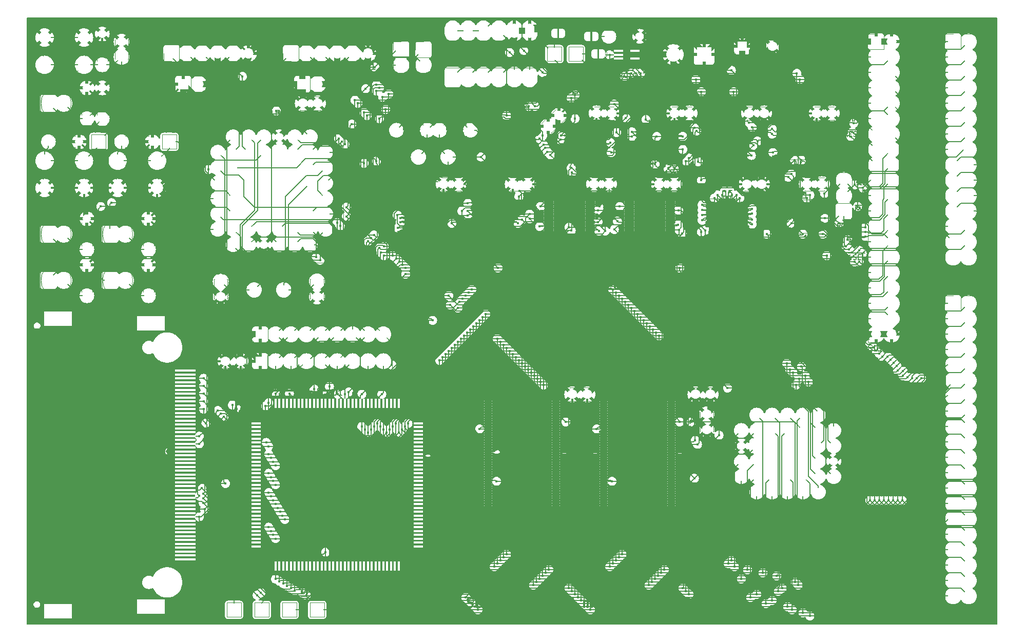
<source format=gbs>
%TF.GenerationSoftware,KiCad,Pcbnew,8.0.9-8.0.9-0~ubuntu24.04.1*%
%TF.CreationDate,2025-05-20T15:27:08-04:00*%
%TF.ProjectId,k30-SBC-dh,6b33302d-5342-4432-9d64-682e6b696361,1*%
%TF.SameCoordinates,Original*%
%TF.FileFunction,Soldermask,Bot*%
%TF.FilePolarity,Negative*%
%FSLAX46Y46*%
G04 Gerber Fmt 4.6, Leading zero omitted, Abs format (unit mm)*
G04 Created by KiCad (PCBNEW 8.0.9-8.0.9-0~ubuntu24.04.1) date 2025-05-20 15:27:08*
%MOMM*%
%LPD*%
G01*
G04 APERTURE LIST*
G04 Aperture macros list*
%AMRoundRect*
0 Rectangle with rounded corners*
0 $1 Rounding radius*
0 $2 $3 $4 $5 $6 $7 $8 $9 X,Y pos of 4 corners*
0 Add a 4 corners polygon primitive as box body*
4,1,4,$2,$3,$4,$5,$6,$7,$8,$9,$2,$3,0*
0 Add four circle primitives for the rounded corners*
1,1,$1+$1,$2,$3*
1,1,$1+$1,$4,$5*
1,1,$1+$1,$6,$7*
1,1,$1+$1,$8,$9*
0 Add four rect primitives between the rounded corners*
20,1,$1+$1,$2,$3,$4,$5,0*
20,1,$1+$1,$4,$5,$6,$7,0*
20,1,$1+$1,$6,$7,$8,$9,0*
20,1,$1+$1,$8,$9,$2,$3,0*%
%AMFreePoly0*
4,1,19,0.500000,-0.750000,0.000000,-0.750000,0.000000,-0.744911,-0.071157,-0.744911,-0.207708,-0.704816,-0.327430,-0.627875,-0.420627,-0.520320,-0.479746,-0.390866,-0.500000,-0.250000,-0.500000,0.250000,-0.479746,0.390866,-0.420627,0.520320,-0.327430,0.627875,-0.207708,0.704816,-0.071157,0.744911,0.000000,0.744911,0.000000,0.750000,0.500000,0.750000,0.500000,-0.750000,0.500000,-0.750000,
$1*%
%AMFreePoly1*
4,1,19,0.000000,0.744911,0.071157,0.744911,0.207708,0.704816,0.327430,0.627875,0.420627,0.520320,0.479746,0.390866,0.500000,0.250000,0.500000,-0.250000,0.479746,-0.390866,0.420627,-0.520320,0.327430,-0.627875,0.207708,-0.704816,0.071157,-0.744911,0.000000,-0.744911,0.000000,-0.750000,-0.500000,-0.750000,-0.500000,0.750000,0.000000,0.750000,0.000000,0.744911,0.000000,0.744911,
$1*%
G04 Aperture macros list end*
%ADD10C,1.600000*%
%ADD11R,1.600000X1.600000*%
%ADD12R,1.700000X1.700000*%
%ADD13O,1.700000X1.700000*%
%ADD14C,1.400000*%
%ADD15O,1.400000X1.400000*%
%ADD16O,1.600000X1.600000*%
%ADD17R,1.600000X2.400000*%
%ADD18O,1.600000X2.400000*%
%ADD19C,1.500000*%
%ADD20R,1.422400X1.422400*%
%ADD21C,1.422400*%
%ADD22R,1.800000X1.800000*%
%ADD23C,1.800000*%
%ADD24C,2.000000*%
%ADD25R,2.000000X2.000000*%
%ADD26C,3.990000*%
%ADD27C,1.700000*%
%ADD28C,0.600000*%
%ADD29R,2.400000X2.400000*%
%ADD30C,2.400000*%
%TA.AperFunction,ComponentPad*%
%ADD31C,1.600000*%
%TD*%
%TA.AperFunction,ComponentPad*%
%ADD32R,1.600000X1.600000*%
%TD*%
%TA.AperFunction,ComponentPad*%
%ADD33R,1.700000X1.700000*%
%TD*%
%TA.AperFunction,ComponentPad*%
%ADD34O,1.700000X1.700000*%
%TD*%
%TA.AperFunction,ComponentPad*%
%ADD35C,1.400000*%
%TD*%
%TA.AperFunction,ComponentPad*%
%ADD36O,1.400000X1.400000*%
%TD*%
%TA.AperFunction,ComponentPad*%
%ADD37O,1.600000X1.600000*%
%TD*%
%TA.AperFunction,ComponentPad*%
%ADD38R,1.600000X2.400000*%
%TD*%
%TA.AperFunction,ComponentPad*%
%ADD39O,1.600000X2.400000*%
%TD*%
%TA.AperFunction,ComponentPad*%
%ADD40C,1.500000*%
%TD*%
%TA.AperFunction,ComponentPad*%
%ADD41R,1.422400X1.422400*%
%TD*%
%TA.AperFunction,ComponentPad*%
%ADD42C,1.422400*%
%TD*%
%TA.AperFunction,ComponentPad*%
%ADD43R,1.800000X1.800000*%
%TD*%
%TA.AperFunction,ComponentPad*%
%ADD44C,1.800000*%
%TD*%
%TA.AperFunction,ComponentPad*%
%ADD45C,2.000000*%
%TD*%
%TA.AperFunction,ComponentPad*%
%ADD46R,2.000000X2.000000*%
%TD*%
%TA.AperFunction,ComponentPad*%
%ADD47C,3.990000*%
%TD*%
%TA.AperFunction,ComponentPad*%
%ADD48R,2.400000X2.400000*%
%TD*%
%TA.AperFunction,ComponentPad*%
%ADD49C,2.400000*%
%TD*%
%TA.AperFunction,ViaPad*%
%ADD50C,0.600000*%
%TD*%
%TA.AperFunction,ViaPad*%
%ADD51C,0.450000*%
%TD*%
%TA.AperFunction,Conductor*%
%ADD52C,0.150000*%
%TD*%
%TA.AperFunction,Conductor*%
%ADD53C,0.300000*%
%TD*%
%TA.AperFunction,Conductor*%
%ADD54C,1.000000*%
%TD*%
%TA.AperFunction,EtchedComponent*%
%ADD55C,0.000000*%
%TD*%
%TA.AperFunction,SMDPad,CuDef*%
%ADD56R,1.635000X0.380000*%
%TD*%
%TA.AperFunction,SMDPad,CuDef*%
%ADD57R,0.380000X1.635000*%
%TD*%
%TA.AperFunction,SMDPad,CuDef*%
%ADD58RoundRect,0.100000X-0.637500X-0.100000X0.637500X-0.100000X0.637500X0.100000X-0.637500X0.100000X0*%
%TD*%
%TA.AperFunction,SMDPad,CuDef*%
%ADD59RoundRect,0.125000X-0.762500X-0.125000X0.762500X-0.125000X0.762500X0.125000X-0.762500X0.125000X0*%
%TD*%
%TA.AperFunction,SMDPad,CuDef*%
%ADD60RoundRect,0.137500X-0.625000X-0.137500X0.625000X-0.137500X0.625000X0.137500X-0.625000X0.137500X0*%
%TD*%
%TA.AperFunction,SMDPad,CuDef*%
%ADD61R,4.570000X2.490000*%
%TD*%
%TA.AperFunction,SMDPad,CuDef*%
%ADD62R,3.510000X0.410000*%
%TD*%
%TA.AperFunction,SMDPad,CuDef*%
%ADD63R,1.500000X0.400000*%
%TD*%
%TA.AperFunction,SMDPad,CuDef*%
%ADD64FreePoly0,180.000000*%
%TD*%
%TA.AperFunction,SMDPad,CuDef*%
%ADD65FreePoly1,180.000000*%
%TD*%
%TA.AperFunction,SMDPad,CuDef*%
%ADD66FreePoly0,0.000000*%
%TD*%
%TA.AperFunction,SMDPad,CuDef*%
%ADD67FreePoly1,0.000000*%
%TD*%
%ADD68R,1.635000X0.380000*%
%ADD69R,0.380000X1.635000*%
%ADD70RoundRect,0.100000X-0.637500X-0.100000X0.637500X-0.100000X0.637500X0.100000X-0.637500X0.100000X0*%
%ADD71RoundRect,0.125000X-0.762500X-0.125000X0.762500X-0.125000X0.762500X0.125000X-0.762500X0.125000X0*%
%ADD72RoundRect,0.137500X-0.625000X-0.137500X0.625000X-0.137500X0.625000X0.137500X-0.625000X0.137500X0*%
%ADD73R,4.570000X2.490000*%
%ADD74R,3.510000X0.410000*%
%ADD75R,1.500000X0.400000*%
%ADD76FreePoly0,180.000000*%
%ADD77FreePoly1,180.000000*%
%ADD78FreePoly0,0.000000*%
%ADD79FreePoly1,0.000000*%
%ADD80C,0.120000*%
%ADD81C,0.150000*%
%ADD82C,0.300000*%
%ADD83C,0.125000*%
%ADD84C,0.010000*%
%TA.AperFunction,Profile*%
%ADD85C,0.150000*%
%TD*%
G04 APERTURE END LIST*
D10*
%TO.C,C5*%
X71755000Y-94615000D03*
X74255000Y-94615000D03*
%TD*%
D11*
%TO.C,C8*%
X156972000Y-42672000D03*
D10*
X161972000Y-42672000D03*
%TD*%
D12*
%TO.C,J5*%
X191770000Y-85090000D03*
D13*
X194310000Y-85090000D03*
X191770000Y-87630000D03*
X194310000Y-87630000D03*
X191770000Y-90170000D03*
X194310000Y-90170000D03*
X191770000Y-92710000D03*
X194310000Y-92710000D03*
X191770000Y-95250000D03*
X194310000Y-95250000D03*
X191770000Y-97790000D03*
X194310000Y-97790000D03*
X191770000Y-100330000D03*
X194310000Y-100330000D03*
X191770000Y-102870000D03*
X194310000Y-102870000D03*
X191770000Y-105410000D03*
X194310000Y-105410000D03*
X191770000Y-107950000D03*
X194310000Y-107950000D03*
X191770000Y-110490000D03*
X194310000Y-110490000D03*
X191770000Y-113030000D03*
X194310000Y-113030000D03*
X191770000Y-115570000D03*
X194310000Y-115570000D03*
X191770000Y-118110000D03*
X194310000Y-118110000D03*
X191770000Y-120650000D03*
X194310000Y-120650000D03*
X191770000Y-123190000D03*
X194310000Y-123190000D03*
X191770000Y-125730000D03*
X194310000Y-125730000D03*
X191770000Y-128270000D03*
X194310000Y-128270000D03*
X191770000Y-130810000D03*
X194310000Y-130810000D03*
X191770000Y-133350000D03*
X194310000Y-133350000D03*
%TD*%
D12*
%TO.C,JP2*%
X100711000Y-43217000D03*
D13*
X100711000Y-45757000D03*
%TD*%
D12*
%TO.C,JP3*%
X104394000Y-43217000D03*
D13*
X104394000Y-45757000D03*
%TD*%
D14*
%TO.C,R4*%
X99949000Y-56515000D03*
D15*
X105029000Y-56515000D03*
%TD*%
D14*
%TO.C,R5*%
X107061000Y-56515000D03*
D15*
X112141000Y-56515000D03*
%TD*%
D11*
%TO.C,RN1*%
X77470000Y-90170000D03*
D16*
X80010000Y-90170000D03*
X82550000Y-90170000D03*
X85090000Y-90170000D03*
X87630000Y-90170000D03*
X90170000Y-90170000D03*
X92710000Y-90170000D03*
X95250000Y-90170000D03*
X97790000Y-90170000D03*
%TD*%
D11*
%TO.C,RN2*%
X77470000Y-94615000D03*
D16*
X80010000Y-94615000D03*
X82550000Y-94615000D03*
X85090000Y-94615000D03*
X87630000Y-94615000D03*
X90170000Y-94615000D03*
X92710000Y-94615000D03*
X95250000Y-94615000D03*
X97790000Y-94615000D03*
%TD*%
D17*
%TO.C,SW2*%
X109220000Y-47752000D03*
D18*
X111760000Y-47752000D03*
X114300000Y-47752000D03*
X116840000Y-47752000D03*
X119380000Y-47752000D03*
X121920000Y-47752000D03*
X121920000Y-40132000D03*
X119380000Y-40132000D03*
X116840000Y-40132000D03*
X114300000Y-40132000D03*
X111760000Y-40132000D03*
X109220000Y-40132000D03*
%TD*%
D19*
%TO.C,Y2*%
X76476000Y-82857000D03*
X81356000Y-82857000D03*
%TD*%
D20*
%TO.C,U13*%
X80645000Y-60148000D03*
D21*
X78105000Y-57608000D03*
X78105000Y-60148000D03*
X75565000Y-57608000D03*
X75565000Y-60148000D03*
X73025000Y-57608000D03*
X70485000Y-60148000D03*
X73025000Y-60148000D03*
X70485000Y-62688000D03*
X73025000Y-62688000D03*
X70485000Y-65228000D03*
X73025000Y-65228000D03*
X70485000Y-67768000D03*
X73025000Y-67768000D03*
X70485000Y-70308000D03*
X73025000Y-70308000D03*
X70485000Y-72848000D03*
X73025000Y-75388000D03*
X73025000Y-72848000D03*
X75565000Y-75388000D03*
X75565000Y-72848000D03*
X78105000Y-75388000D03*
X78105000Y-72848000D03*
X80645000Y-75388000D03*
X80645000Y-72848000D03*
X83185000Y-75388000D03*
X83185000Y-72848000D03*
X85725000Y-75388000D03*
X88265000Y-72848000D03*
X85725000Y-72848000D03*
X88265000Y-70308000D03*
X85725000Y-70308000D03*
X88265000Y-67768000D03*
X85725000Y-67768000D03*
X88265000Y-65228000D03*
X85725000Y-65228000D03*
X88265000Y-62688000D03*
X85725000Y-62688000D03*
X88265000Y-60148000D03*
X85725000Y-57608000D03*
X85725000Y-60148000D03*
X83185000Y-57608000D03*
X83185000Y-60148000D03*
X80645000Y-57608000D03*
%TD*%
D12*
%TO.C,J6*%
X179070000Y-41910000D03*
D13*
X181610000Y-41910000D03*
X179070000Y-44450000D03*
X181610000Y-44450000D03*
X179070000Y-46990000D03*
X181610000Y-46990000D03*
X179070000Y-49530000D03*
X181610000Y-49530000D03*
X179070000Y-52070000D03*
X181610000Y-52070000D03*
X179070000Y-54610000D03*
X181610000Y-54610000D03*
X179070000Y-57150000D03*
X181610000Y-57150000D03*
X179070000Y-59690000D03*
X181610000Y-59690000D03*
X179070000Y-62230000D03*
X181610000Y-62230000D03*
X179070000Y-64770000D03*
X181610000Y-64770000D03*
X179070000Y-67310000D03*
X181610000Y-67310000D03*
X179070000Y-69850000D03*
X181610000Y-69850000D03*
X179070000Y-72390000D03*
X181610000Y-72390000D03*
X179070000Y-74930000D03*
X181610000Y-74930000D03*
X179070000Y-77470000D03*
X181610000Y-77470000D03*
X179070000Y-80010000D03*
X181610000Y-80010000D03*
X179070000Y-82550000D03*
X181610000Y-82550000D03*
X179070000Y-85090000D03*
X181610000Y-85090000D03*
X179070000Y-87630000D03*
X181610000Y-87630000D03*
X179070000Y-90170000D03*
X181610000Y-90170000D03*
%TD*%
D10*
%TO.C,C3*%
X70961000Y-83947000D03*
X70961000Y-81447000D03*
%TD*%
D19*
%TO.C,Y1*%
X103578000Y-60936000D03*
X108458000Y-60936000D03*
%TD*%
D12*
%TO.C,J4*%
X191770000Y-41910000D03*
D13*
X194310000Y-41910000D03*
X191770000Y-44450000D03*
X194310000Y-44450000D03*
X191770000Y-46990000D03*
X194310000Y-46990000D03*
X191770000Y-49530000D03*
X194310000Y-49530000D03*
X191770000Y-52070000D03*
X194310000Y-52070000D03*
X191770000Y-54610000D03*
X194310000Y-54610000D03*
X191770000Y-57150000D03*
X194310000Y-57150000D03*
X191770000Y-59690000D03*
X194310000Y-59690000D03*
X191770000Y-62230000D03*
X194310000Y-62230000D03*
X191770000Y-64770000D03*
X194310000Y-64770000D03*
X191770000Y-67310000D03*
X194310000Y-67310000D03*
X191770000Y-69850000D03*
X194310000Y-69850000D03*
X191770000Y-72390000D03*
X194310000Y-72390000D03*
X191770000Y-74930000D03*
X194310000Y-74930000D03*
X191770000Y-77470000D03*
X194310000Y-77470000D03*
%TD*%
D10*
%TO.C,C1*%
X54610000Y-44410000D03*
X54610000Y-41910000D03*
%TD*%
D22*
%TO.C,D1*%
X42545000Y-52070000D03*
D23*
X45085000Y-52070000D03*
%TD*%
D14*
%TO.C,R1*%
X48895000Y-54610000D03*
D15*
X48895000Y-49530000D03*
%TD*%
D14*
%TO.C,R2*%
X51435000Y-49530000D03*
D15*
X51435000Y-54610000D03*
%TD*%
D24*
%TO.C,SW1*%
X41910000Y-41220000D03*
X48410000Y-41220000D03*
X41910000Y-45720000D03*
X48410000Y-45720000D03*
%TD*%
D12*
%TO.C,J2*%
X82550000Y-43815000D03*
D13*
X85090000Y-43815000D03*
X87630000Y-43815000D03*
X90170000Y-43815000D03*
X92710000Y-43815000D03*
X95250000Y-43815000D03*
%TD*%
D12*
%TO.C,J3*%
X62865000Y-43815000D03*
D13*
X65405000Y-43815000D03*
X67945000Y-43815000D03*
X70485000Y-43815000D03*
X73025000Y-43815000D03*
X75565000Y-43815000D03*
%TD*%
D10*
%TO.C,C17*%
X84495000Y-52070000D03*
X86995000Y-52070000D03*
%TD*%
D14*
%TO.C,R3*%
X51435000Y-40640000D03*
D15*
X51435000Y-45720000D03*
%TD*%
D25*
%TO.C,TP1*%
X77724000Y-135636000D03*
%TD*%
%TO.C,TP2*%
X82296000Y-135636000D03*
%TD*%
%TO.C,TP3*%
X86868000Y-135636000D03*
%TD*%
D10*
%TO.C,C4*%
X124968000Y-55880000D03*
X126735767Y-54112233D03*
%TD*%
%TO.C,C7*%
X132969000Y-53721000D03*
X135469000Y-53721000D03*
%TD*%
%TO.C,C6*%
X145784500Y-53721000D03*
X148284500Y-53721000D03*
%TD*%
%TO.C,C10*%
X158115000Y-53721000D03*
X160615000Y-53721000D03*
%TD*%
%TO.C,C9*%
X169291000Y-53721000D03*
X171791000Y-53721000D03*
%TD*%
%TO.C,C12*%
X107736000Y-65405000D03*
X110236000Y-65405000D03*
%TD*%
%TO.C,C11*%
X119119003Y-65405000D03*
X121619003Y-65405000D03*
%TD*%
%TO.C,C14*%
X132536499Y-65405000D03*
X135036499Y-65405000D03*
%TD*%
%TO.C,C13*%
X143270499Y-65405000D03*
X145770499Y-65405000D03*
%TD*%
%TO.C,C16*%
X157734000Y-65405000D03*
X160234000Y-65405000D03*
%TD*%
%TO.C,C15*%
X167640000Y-65405000D03*
X170140000Y-65405000D03*
%TD*%
D12*
%TO.C,JP1*%
X173736000Y-69850000D03*
D13*
X173736000Y-67310000D03*
X173736000Y-64770000D03*
%TD*%
D12*
%TO.C,JP4*%
X84455000Y-48895000D03*
D13*
X86995000Y-48895000D03*
%TD*%
D12*
%TO.C,JP5*%
X64770000Y-48895000D03*
D13*
X67310000Y-48895000D03*
%TD*%
D10*
%TO.C,C18*%
X128945000Y-100076000D03*
X131445000Y-100076000D03*
%TD*%
D20*
%TO.C,U16*%
X159385000Y-108585000D03*
D21*
X156845000Y-111125000D03*
X159385000Y-111125000D03*
X156845000Y-113665000D03*
X159385000Y-116205000D03*
X159385000Y-113665000D03*
X161925000Y-116205000D03*
X161925000Y-113665000D03*
X164465000Y-116205000D03*
X164465000Y-113665000D03*
X167005000Y-116205000D03*
X167005000Y-113665000D03*
X169545000Y-116205000D03*
X172085000Y-113665000D03*
X169545000Y-113665000D03*
X172085000Y-111125000D03*
X169545000Y-111125000D03*
X172085000Y-108585000D03*
X169545000Y-108585000D03*
X172085000Y-106045000D03*
X169545000Y-103505000D03*
X169545000Y-106045000D03*
X167005000Y-103505000D03*
X167005000Y-106045000D03*
X164465000Y-103505000D03*
X164465000Y-106045000D03*
X161925000Y-103505000D03*
X161925000Y-106045000D03*
X159385000Y-103505000D03*
X156845000Y-106045000D03*
X159385000Y-106045000D03*
X156845000Y-108585000D03*
%TD*%
D10*
%TO.C,C20*%
X151130000Y-105878000D03*
X151130000Y-103378000D03*
%TD*%
%TO.C,C19*%
X149265000Y-100076000D03*
X151765000Y-100076000D03*
%TD*%
D26*
%TO.C,J1*%
X62116000Y-131100000D03*
X62116000Y-92360000D03*
D27*
X59116000Y-131100000D03*
X59116000Y-92360000D03*
D28*
X40654600Y-88768400D03*
X40629200Y-134742400D03*
%TD*%
D22*
%TO.C,D2*%
X52705000Y-73660000D03*
D23*
X55245000Y-73660000D03*
%TD*%
D22*
%TO.C,D3*%
X52705000Y-81280000D03*
D23*
X55245000Y-81280000D03*
%TD*%
D22*
%TO.C,D4*%
X42545000Y-73660000D03*
D23*
X45085000Y-73660000D03*
%TD*%
D22*
%TO.C,D5*%
X42545000Y-81280000D03*
D23*
X45085000Y-81280000D03*
%TD*%
D14*
%TO.C,R6*%
X54610000Y-58420000D03*
D15*
X59690000Y-58420000D03*
%TD*%
D14*
%TO.C,R7*%
X59055000Y-76200000D03*
D15*
X59055000Y-71120000D03*
%TD*%
D14*
%TO.C,R8*%
X59055000Y-83820000D03*
D15*
X59055000Y-78740000D03*
%TD*%
D14*
%TO.C,R9*%
X42545000Y-58420000D03*
D15*
X47625000Y-58420000D03*
%TD*%
D14*
%TO.C,R10*%
X48895000Y-76200000D03*
D15*
X48895000Y-71120000D03*
%TD*%
D14*
%TO.C,R11*%
X48895000Y-83820000D03*
D15*
X48895000Y-78740000D03*
%TD*%
D24*
%TO.C,SW4*%
X53975000Y-61540000D03*
X60475000Y-61540000D03*
X53975000Y-66040000D03*
X60475000Y-66040000D03*
%TD*%
D25*
%TO.C,TP5*%
X62484000Y-58420000D03*
%TD*%
%TO.C,TP6*%
X50800000Y-58420000D03*
%TD*%
D10*
%TO.C,C2*%
X86836000Y-83947000D03*
X86836000Y-81447000D03*
%TD*%
D24*
%TO.C,SW3*%
X41910000Y-61540000D03*
X48410000Y-61540000D03*
X41910000Y-66040000D03*
X48410000Y-66040000D03*
%TD*%
D25*
%TO.C,TP4*%
X125984000Y-43942000D03*
%TD*%
%TO.C,TP7*%
X73152000Y-135636000D03*
%TD*%
D29*
%TO.C,J7*%
X150690000Y-44025000D03*
D30*
X145610000Y-44025000D03*
%TD*%
D25*
%TO.C,TP8*%
X129540000Y-43942000D03*
%TD*%
D14*
%TO.C,R12*%
X140081000Y-41021000D03*
D15*
X135001000Y-41021000D03*
%TD*%
D31*
%TO.P,C5,1*%
%TO.N,+5V*%
X71755000Y-94615000D03*
%TO.P,C5,2*%
%TO.N,GND*%
X74255000Y-94615000D03*
%TD*%
D32*
%TO.P,C8,1*%
%TO.N,+5V*%
X156972000Y-42672000D03*
D31*
%TO.P,C8,2*%
%TO.N,GND*%
X161972000Y-42672000D03*
%TD*%
D33*
%TO.P,J5,1,Pin_1*%
%TO.N,D16*%
X191770000Y-85090000D03*
D34*
%TO.P,J5,2,Pin_2*%
%TO.N,D17*%
X194310000Y-85090000D03*
%TO.P,J5,3,Pin_3*%
%TO.N,D18*%
X191770000Y-87630000D03*
%TO.P,J5,4,Pin_4*%
%TO.N,D19*%
X194310000Y-87630000D03*
%TO.P,J5,5,Pin_5*%
%TO.N,D20*%
X191770000Y-90170000D03*
%TO.P,J5,6,Pin_6*%
%TO.N,D21*%
X194310000Y-90170000D03*
%TO.P,J5,7,Pin_7*%
%TO.N,D22*%
X191770000Y-92710000D03*
%TO.P,J5,8,Pin_8*%
%TO.N,D23*%
X194310000Y-92710000D03*
%TO.P,J5,9,Pin_9*%
%TO.N,D24*%
X191770000Y-95250000D03*
%TO.P,J5,10,Pin_10*%
%TO.N,D25*%
X194310000Y-95250000D03*
%TO.P,J5,11,Pin_11*%
%TO.N,D26*%
X191770000Y-97790000D03*
%TO.P,J5,12,Pin_12*%
%TO.N,D27*%
X194310000Y-97790000D03*
%TO.P,J5,13,Pin_13*%
%TO.N,D28*%
X191770000Y-100330000D03*
%TO.P,J5,14,Pin_14*%
%TO.N,D29*%
X194310000Y-100330000D03*
%TO.P,J5,15,Pin_15*%
%TO.N,D30*%
X191770000Y-102870000D03*
%TO.P,J5,16,Pin_16*%
%TO.N,D31*%
X194310000Y-102870000D03*
%TO.P,J5,17,Pin_17*%
%TO.N,A22*%
X191770000Y-105410000D03*
%TO.P,J5,18,Pin_18*%
%TO.N,A23*%
X194310000Y-105410000D03*
%TO.P,J5,19,Pin_19*%
%TO.N,A20*%
X191770000Y-107950000D03*
%TO.P,J5,20,Pin_20*%
%TO.N,A21*%
X194310000Y-107950000D03*
%TO.P,J5,21,Pin_21*%
%TO.N,A18*%
X191770000Y-110490000D03*
%TO.P,J5,22,Pin_22*%
%TO.N,A19*%
X194310000Y-110490000D03*
%TO.P,J5,23,Pin_23*%
%TO.N,A16*%
X191770000Y-113030000D03*
%TO.P,J5,24,Pin_24*%
%TO.N,A17*%
X194310000Y-113030000D03*
%TO.P,J5,25,Pin_25*%
%TO.N,A14*%
X191770000Y-115570000D03*
%TO.P,J5,26,Pin_26*%
%TO.N,A15*%
X194310000Y-115570000D03*
%TO.P,J5,27,Pin_27*%
%TO.N,A12*%
X191770000Y-118110000D03*
%TO.P,J5,28,Pin_28*%
%TO.N,A13*%
X194310000Y-118110000D03*
%TO.P,J5,29,Pin_29*%
%TO.N,A10*%
X191770000Y-120650000D03*
%TO.P,J5,30,Pin_30*%
%TO.N,A11*%
X194310000Y-120650000D03*
%TO.P,J5,31,Pin_31*%
%TO.N,A8*%
X191770000Y-123190000D03*
%TO.P,J5,32,Pin_32*%
%TO.N,A9*%
X194310000Y-123190000D03*
%TO.P,J5,33,Pin_33*%
%TO.N,A6*%
X191770000Y-125730000D03*
%TO.P,J5,34,Pin_34*%
%TO.N,A7*%
X194310000Y-125730000D03*
%TO.P,J5,35,Pin_35*%
%TO.N,A4*%
X191770000Y-128270000D03*
%TO.P,J5,36,Pin_36*%
%TO.N,A5*%
X194310000Y-128270000D03*
%TO.P,J5,37,Pin_37*%
%TO.N,A2*%
X191770000Y-130810000D03*
%TO.P,J5,38,Pin_38*%
%TO.N,A3*%
X194310000Y-130810000D03*
%TO.P,J5,39,Pin_39*%
%TO.N,A0*%
X191770000Y-133350000D03*
%TO.P,J5,40,Pin_40*%
%TO.N,A1*%
X194310000Y-133350000D03*
%TD*%
D33*
%TO.P,JP2,1,A*%
%TO.N,~{IPL1}*%
X100711000Y-43217000D03*
D34*
%TO.P,JP2,2,B*%
%TO.N,~{SIRQ}*%
X100711000Y-45757000D03*
%TD*%
D33*
%TO.P,JP3,1,A*%
%TO.N,~{IACK}*%
X104394000Y-43217000D03*
D34*
%TO.P,JP3,2,B*%
%TO.N,~{SIACK}*%
X104394000Y-45757000D03*
%TD*%
D35*
%TO.P,R4,1*%
%TO.N,Net-(R4-Pad1)*%
X99949000Y-56515000D03*
D36*
%TO.P,R4,2*%
%TO.N,Net-(R4-Pad2)*%
X105029000Y-56515000D03*
%TD*%
D35*
%TO.P,R5,1*%
%TO.N,CLK*%
X107061000Y-56515000D03*
D36*
%TO.P,R5,2*%
%TO.N,Net-(R4-Pad1)*%
X112141000Y-56515000D03*
%TD*%
D32*
%TO.P,RN1,1,common*%
%TO.N,+5V*%
X77470000Y-90170000D03*
D37*
%TO.P,RN1,2,R1*%
%TO.N,~{BGACK}*%
X80010000Y-90170000D03*
%TO.P,RN1,3,R2*%
%TO.N,~{BR}*%
X82550000Y-90170000D03*
%TO.P,RN1,4,R3*%
%TO.N,~{DSACK-EXT}*%
X85090000Y-90170000D03*
%TO.P,RN1,5,R4*%
%TO.N,~{RESET}*%
X87630000Y-90170000D03*
%TO.P,RN1,6,R5*%
%TO.N,~{AVEC}*%
X90170000Y-90170000D03*
%TO.P,RN1,7,R6*%
%TO.N,~{BERR}*%
X92710000Y-90170000D03*
%TO.P,RN1,8,R7*%
%TO.N,~{MMUDIS}*%
X95250000Y-90170000D03*
%TO.P,RN1,9,R8*%
%TO.N,~{CDIS}*%
X97790000Y-90170000D03*
%TD*%
D32*
%TO.P,RN2,1,common*%
%TO.N,+5V*%
X77470000Y-94615000D03*
D37*
%TO.P,RN2,2,R1*%
%TO.N,~{IPL0}*%
X80010000Y-94615000D03*
%TO.P,RN2,3,R2*%
%TO.N,~{IPL1}*%
X82550000Y-94615000D03*
%TO.P,RN2,4,R3*%
%TO.N,~{IPL2}*%
X85090000Y-94615000D03*
%TO.P,RN2,5,R4*%
%TO.N,~{DSACK0}*%
X87630000Y-94615000D03*
%TO.P,RN2,6,R5*%
%TO.N,~{DSACK1}*%
X90170000Y-94615000D03*
%TO.P,RN2,7,R6*%
%TO.N,Net-(RN2-R6)*%
X92710000Y-94615000D03*
%TO.P,RN2,8,R7*%
%TO.N,Net-(RN2-R7)*%
X95250000Y-94615000D03*
%TO.P,RN2,9,R8*%
%TO.N,Net-(RN2-R8)*%
X97790000Y-94615000D03*
%TD*%
D38*
%TO.P,SW2,1*%
%TO.N,Net-(U12A-Q1)*%
X109220000Y-47752000D03*
D39*
%TO.P,SW2,2*%
%TO.N,Net-(U12A-Q2)*%
X111760000Y-47752000D03*
%TO.P,SW2,3*%
%TO.N,Net-(U12A-Q3)*%
X114300000Y-47752000D03*
%TO.P,SW2,4*%
%TO.N,Net-(SW2-Pad4)*%
X116840000Y-47752000D03*
%TO.P,SW2,5*%
%TO.N,~{CDIS}*%
X119380000Y-47752000D03*
%TO.P,SW2,6*%
%TO.N,~{MMUDIS}*%
X121920000Y-47752000D03*
%TO.P,SW2,7*%
%TO.N,GND*%
X121920000Y-40132000D03*
%TO.P,SW2,8*%
X119380000Y-40132000D03*
%TO.P,SW2,9*%
%TO.N,~{BERR}*%
X116840000Y-40132000D03*
%TO.P,SW2,10*%
%TO.N,Net-(SW2-Pad10)*%
X114300000Y-40132000D03*
%TO.P,SW2,11*%
X111760000Y-40132000D03*
%TO.P,SW2,12*%
X109220000Y-40132000D03*
%TD*%
D40*
%TO.P,Y2,1,1*%
%TO.N,Net-(U13-X2)*%
X76476000Y-82857000D03*
%TO.P,Y2,2,2*%
%TO.N,Net-(U13-X1{slash}CLK)*%
X81356000Y-82857000D03*
%TD*%
D41*
%TO.P,U13,1*%
%TO.N,N/C*%
X80645000Y-60148000D03*
D42*
%TO.P,U13,2,RS1*%
%TO.N,A1*%
X78105000Y-57608000D03*
%TO.P,U13,3,IP3*%
%TO.N,Net-(U13-IP3)*%
X78105000Y-60148000D03*
%TO.P,U13,4,RS2*%
%TO.N,A2*%
X75565000Y-57608000D03*
%TO.P,U13,5,IP1*%
%TO.N,Net-(J3-Pin_1)*%
X75565000Y-60148000D03*
%TO.P,U13,6,RS3*%
%TO.N,A3*%
X73025000Y-57608000D03*
%TO.P,U13,7,RS4*%
%TO.N,A4*%
X70485000Y-60148000D03*
%TO.P,U13,8,IP0*%
%TO.N,Net-(J2-Pin_1)*%
X73025000Y-60148000D03*
%TO.P,U13,9,R/W*%
%TO.N,~{WR}*%
X70485000Y-62688000D03*
%TO.P,U13,10,DTACK*%
%TO.N,~{DSACK0}*%
X73025000Y-62688000D03*
%TO.P,U13,11,RXDB*%
%TO.N,Net-(J3-Pin_3)*%
X70485000Y-65228000D03*
%TO.P,U13,12*%
%TO.N,N/C*%
X73025000Y-65228000D03*
%TO.P,U13,13,TXDB*%
%TO.N,Net-(J3-Pin_2)*%
X70485000Y-67768000D03*
%TO.P,U13,14,OP1*%
%TO.N,Net-(J3-Pin_5)*%
X73025000Y-67768000D03*
%TO.P,U13,15,OP3*%
%TO.N,OP3*%
X70485000Y-70308000D03*
%TO.P,U13,16,OP5*%
%TO.N,Net-(D2-K)*%
X73025000Y-70308000D03*
%TO.P,U13,17,OP7*%
%TO.N,Net-(D3-K)*%
X70485000Y-72848000D03*
%TO.P,U13,18,D1*%
%TO.N,D25*%
X73025000Y-75388000D03*
%TO.P,U13,19,D3*%
%TO.N,D27*%
X73025000Y-72848000D03*
%TO.P,U13,20,D5*%
%TO.N,D29*%
X75565000Y-75388000D03*
%TO.P,U13,21,D7*%
%TO.N,D31*%
X75565000Y-72848000D03*
%TO.P,U13,22,GND*%
%TO.N,GND*%
X78105000Y-75388000D03*
%TO.P,U13,23*%
%TO.N,N/C*%
X78105000Y-72848000D03*
%TO.P,U13,24,IRQ*%
%TO.N,~{SIRQ}*%
X80645000Y-75388000D03*
%TO.P,U13,25,D6*%
%TO.N,D30*%
X80645000Y-72848000D03*
%TO.P,U13,26,D4*%
%TO.N,D28*%
X83185000Y-75388000D03*
%TO.P,U13,27,D2*%
%TO.N,D26*%
X83185000Y-72848000D03*
%TO.P,U13,28,D0*%
%TO.N,D24*%
X85725000Y-75388000D03*
%TO.P,U13,29,OP6*%
%TO.N,Net-(D5-K)*%
X88265000Y-72848000D03*
%TO.P,U13,30,OP4*%
%TO.N,Net-(D4-K)*%
X85725000Y-72848000D03*
%TO.P,U13,31,OP2*%
%TO.N,OP2*%
X88265000Y-70308000D03*
%TO.P,U13,32,OP0*%
%TO.N,Net-(J2-Pin_5)*%
X85725000Y-70308000D03*
%TO.P,U13,33,TXDA*%
%TO.N,Net-(J2-Pin_2)*%
X88265000Y-67768000D03*
%TO.P,U13,34*%
%TO.N,N/C*%
X85725000Y-67768000D03*
%TO.P,U13,35,RXDA*%
%TO.N,Net-(J2-Pin_3)*%
X88265000Y-65228000D03*
%TO.P,U13,36,X1/CLK*%
%TO.N,Net-(U13-X1{slash}CLK)*%
X85725000Y-65228000D03*
%TO.P,U13,37,X2*%
%TO.N,Net-(U13-X2)*%
X88265000Y-62688000D03*
%TO.P,U13,38,RESET*%
%TO.N,~{RESET}*%
X85725000Y-62688000D03*
%TO.P,U13,39,CS*%
%TO.N,~{IOSEL}*%
X88265000Y-60148000D03*
%TO.P,U13,40,IP2*%
%TO.N,Net-(U13-IP2)*%
X85725000Y-57608000D03*
%TO.P,U13,41,IACK*%
%TO.N,~{SIACK}*%
X85725000Y-60148000D03*
%TO.P,U13,42,IP5*%
%TO.N,IP5*%
X83185000Y-57608000D03*
%TO.P,U13,43,IP4*%
%TO.N,IP4*%
X83185000Y-60148000D03*
%TO.P,U13,44,VCC*%
%TO.N,+5V*%
X80645000Y-57608000D03*
%TD*%
D33*
%TO.P,J6,1,Pin_1*%
%TO.N,+5V*%
X179070000Y-41910000D03*
D34*
%TO.P,J6,2,Pin_2*%
X181610000Y-41910000D03*
%TO.P,J6,3,Pin_3*%
%TO.N,~{DSACK0}*%
X179070000Y-44450000D03*
%TO.P,J6,4,Pin_4*%
%TO.N,~{AS}*%
X181610000Y-44450000D03*
%TO.P,J6,5,Pin_5*%
%TO.N,~{BG}*%
X179070000Y-46990000D03*
%TO.P,J6,6,Pin_6*%
%TO.N,SIZ0*%
X181610000Y-46990000D03*
%TO.P,J6,7,Pin_7*%
%TO.N,~{BGACK}*%
X179070000Y-49530000D03*
%TO.P,J6,8,Pin_8*%
%TO.N,SIZ1*%
X181610000Y-49530000D03*
%TO.P,J6,9,Pin_9*%
%TO.N,~{BR}*%
X179070000Y-52070000D03*
%TO.P,J6,10,Pin_10*%
%TO.N,~{WR}*%
X181610000Y-52070000D03*
%TO.P,J6,11,Pin_11*%
%TO.N,~{HALT}*%
X179070000Y-54610000D03*
%TO.P,J6,12,Pin_12*%
%TO.N,~{RD}*%
X181610000Y-54610000D03*
%TO.P,J6,13,Pin_13*%
%TO.N,~{RESET}*%
X179070000Y-57150000D03*
%TO.P,J6,14,Pin_14*%
%TO.N,~{DS}*%
X181610000Y-57150000D03*
%TO.P,J6,15,Pin_15*%
%TO.N,~{BERR}*%
X179070000Y-59690000D03*
%TO.P,J6,16,Pin_16*%
%TO.N,FC0*%
X181610000Y-59690000D03*
%TO.P,J6,17,Pin_17*%
%TO.N,~{DSACK1}*%
X179070000Y-62230000D03*
%TO.P,J6,18,Pin_18*%
%TO.N,FC1*%
X181610000Y-62230000D03*
%TO.P,J6,19,Pin_19*%
%TO.N,~{ROMSEL}*%
X179070000Y-64770000D03*
%TO.P,J6,20,Pin_20*%
%TO.N,FC2*%
X181610000Y-64770000D03*
%TO.P,J6,21,Pin_21*%
%TO.N,~{0SEL}*%
X179070000Y-67310000D03*
%TO.P,J6,22,Pin_22*%
%TO.N,~{IPL0}*%
X181610000Y-67310000D03*
%TO.P,J6,23,Pin_23*%
%TO.N,~{RAMSEL}*%
X179070000Y-69850000D03*
%TO.P,J6,24,Pin_24*%
%TO.N,~{IPL1}*%
X181610000Y-69850000D03*
%TO.P,J6,25,Pin_25*%
%TO.N,unconnected-(J6-Pin_25-Pad25)*%
X179070000Y-72390000D03*
%TO.P,J6,26,Pin_26*%
%TO.N,~{IPL2}*%
X181610000Y-72390000D03*
%TO.P,J6,27,Pin_27*%
%TO.N,~{3SEL}*%
X179070000Y-74930000D03*
%TO.P,J6,28,Pin_28*%
%TO.N,~{IACK}*%
X181610000Y-74930000D03*
%TO.P,J6,29,Pin_29*%
%TO.N,~{4SEL}*%
X179070000Y-77470000D03*
%TO.P,J6,30,Pin_30*%
%TO.N,~{AVEC}*%
X181610000Y-77470000D03*
%TO.P,J6,31,Pin_31*%
%TO.N,~{5SEL}*%
X179070000Y-80010000D03*
%TO.P,J6,32,Pin_32*%
%TO.N,OP2*%
X181610000Y-80010000D03*
%TO.P,J6,33,Pin_33*%
%TO.N,~{6SEL}*%
X179070000Y-82550000D03*
%TO.P,J6,34,Pin_34*%
%TO.N,OP3*%
X181610000Y-82550000D03*
%TO.P,J6,35,Pin_35*%
%TO.N,~{IOSEL}*%
X179070000Y-85090000D03*
%TO.P,J6,36,Pin_36*%
%TO.N,IP4*%
X181610000Y-85090000D03*
%TO.P,J6,37,Pin_37*%
%TO.N,CLK*%
X179070000Y-87630000D03*
%TO.P,J6,38,Pin_38*%
%TO.N,IP5*%
X181610000Y-87630000D03*
%TO.P,J6,39,Pin_39*%
%TO.N,GND*%
X179070000Y-90170000D03*
%TO.P,J6,40,Pin_40*%
X181610000Y-90170000D03*
%TD*%
D31*
%TO.P,C3,1*%
%TO.N,GND*%
X70961000Y-83947000D03*
%TO.P,C3,2*%
%TO.N,Net-(U13-X2)*%
X70961000Y-81447000D03*
%TD*%
D40*
%TO.P,Y1,1,1*%
%TO.N,Net-(R4-Pad2)*%
X103578000Y-60936000D03*
%TO.P,Y1,2,2*%
%TO.N,CLK*%
X108458000Y-60936000D03*
%TD*%
D33*
%TO.P,J4,1,Pin_1*%
%TO.N,D0*%
X191770000Y-41910000D03*
D34*
%TO.P,J4,2,Pin_2*%
%TO.N,D1*%
X194310000Y-41910000D03*
%TO.P,J4,3,Pin_3*%
%TO.N,D2*%
X191770000Y-44450000D03*
%TO.P,J4,4,Pin_4*%
%TO.N,D3*%
X194310000Y-44450000D03*
%TO.P,J4,5,Pin_5*%
%TO.N,D4*%
X191770000Y-46990000D03*
%TO.P,J4,6,Pin_6*%
%TO.N,D5*%
X194310000Y-46990000D03*
%TO.P,J4,7,Pin_7*%
%TO.N,D6*%
X191770000Y-49530000D03*
%TO.P,J4,8,Pin_8*%
%TO.N,D7*%
X194310000Y-49530000D03*
%TO.P,J4,9,Pin_9*%
%TO.N,D8*%
X191770000Y-52070000D03*
%TO.P,J4,10,Pin_10*%
%TO.N,D9*%
X194310000Y-52070000D03*
%TO.P,J4,11,Pin_11*%
%TO.N,D10*%
X191770000Y-54610000D03*
%TO.P,J4,12,Pin_12*%
%TO.N,D11*%
X194310000Y-54610000D03*
%TO.P,J4,13,Pin_13*%
%TO.N,D12*%
X191770000Y-57150000D03*
%TO.P,J4,14,Pin_14*%
%TO.N,D13*%
X194310000Y-57150000D03*
%TO.P,J4,15,Pin_15*%
%TO.N,D14*%
X191770000Y-59690000D03*
%TO.P,J4,16,Pin_16*%
%TO.N,D15*%
X194310000Y-59690000D03*
%TO.P,J4,17,Pin_17*%
%TO.N,A31*%
X191770000Y-62230000D03*
%TO.P,J4,18,Pin_18*%
%TO.N,A30*%
X194310000Y-62230000D03*
%TO.P,J4,19,Pin_19*%
%TO.N,A29*%
X191770000Y-64770000D03*
%TO.P,J4,20,Pin_20*%
%TO.N,A28*%
X194310000Y-64770000D03*
%TO.P,J4,21,Pin_21*%
%TO.N,A27*%
X191770000Y-67310000D03*
%TO.P,J4,22,Pin_22*%
%TO.N,A26*%
X194310000Y-67310000D03*
%TO.P,J4,23,Pin_23*%
%TO.N,A25*%
X191770000Y-69850000D03*
%TO.P,J4,24,Pin_24*%
%TO.N,A24*%
X194310000Y-69850000D03*
%TO.P,J4,25,Pin_25*%
%TO.N,~{DS0}*%
X191770000Y-72390000D03*
%TO.P,J4,26,Pin_26*%
%TO.N,~{DS1}*%
X194310000Y-72390000D03*
%TO.P,J4,27,Pin_27*%
%TO.N,~{DS2}*%
X191770000Y-74930000D03*
%TO.P,J4,28,Pin_28*%
%TO.N,~{DS3}*%
X194310000Y-74930000D03*
%TO.P,J4,29,Pin_29*%
%TO.N,unconnected-(J4-Pin_29-Pad29)*%
X191770000Y-77470000D03*
%TO.P,J4,30,Pin_30*%
%TO.N,unconnected-(J4-Pin_30-Pad30)*%
X194310000Y-77470000D03*
%TD*%
D31*
%TO.P,C1,1*%
%TO.N,Net-(C1-Pad1)*%
X54610000Y-44410000D03*
%TO.P,C1,2*%
%TO.N,GND*%
X54610000Y-41910000D03*
%TD*%
D43*
%TO.P,D1,1,K*%
%TO.N,Net-(D1-K)*%
X42545000Y-52070000D03*
D44*
%TO.P,D1,2,A*%
%TO.N,~{HALT}*%
X45085000Y-52070000D03*
%TD*%
D35*
%TO.P,R1,1*%
%TO.N,~{HALT}*%
X48895000Y-54610000D03*
D36*
%TO.P,R1,2*%
%TO.N,+5V*%
X48895000Y-49530000D03*
%TD*%
D35*
%TO.P,R2,1*%
%TO.N,GND*%
X51435000Y-49530000D03*
D36*
%TO.P,R2,2*%
%TO.N,Net-(D1-K)*%
X51435000Y-54610000D03*
%TD*%
D45*
%TO.P,SW1,1,1*%
%TO.N,GND*%
X41910000Y-41220000D03*
X48410000Y-41220000D03*
%TO.P,SW1,2,2*%
%TO.N,Net-(C1-Pad1)*%
X41910000Y-45720000D03*
X48410000Y-45720000D03*
%TD*%
D33*
%TO.P,J2,1,Pin_1*%
%TO.N,Net-(J2-Pin_1)*%
X82550000Y-43815000D03*
D34*
%TO.P,J2,2,Pin_2*%
%TO.N,Net-(J2-Pin_2)*%
X85090000Y-43815000D03*
%TO.P,J2,3,Pin_3*%
%TO.N,Net-(J2-Pin_3)*%
X87630000Y-43815000D03*
%TO.P,J2,4,Pin_4*%
%TO.N,Net-(J2-Pin_4)*%
X90170000Y-43815000D03*
%TO.P,J2,5,Pin_5*%
%TO.N,Net-(J2-Pin_5)*%
X92710000Y-43815000D03*
%TO.P,J2,6,Pin_6*%
%TO.N,GND*%
X95250000Y-43815000D03*
%TD*%
D33*
%TO.P,J3,1,Pin_1*%
%TO.N,Net-(J3-Pin_1)*%
X62865000Y-43815000D03*
D34*
%TO.P,J3,2,Pin_2*%
%TO.N,Net-(J3-Pin_2)*%
X65405000Y-43815000D03*
%TO.P,J3,3,Pin_3*%
%TO.N,Net-(J3-Pin_3)*%
X67945000Y-43815000D03*
%TO.P,J3,4,Pin_4*%
%TO.N,Net-(J3-Pin_4)*%
X70485000Y-43815000D03*
%TO.P,J3,5,Pin_5*%
%TO.N,Net-(J3-Pin_5)*%
X73025000Y-43815000D03*
%TO.P,J3,6,Pin_6*%
%TO.N,GND*%
X75565000Y-43815000D03*
%TD*%
D31*
%TO.P,C17,1*%
%TO.N,+5V*%
X84495000Y-52070000D03*
%TO.P,C17,2*%
%TO.N,GND*%
X86995000Y-52070000D03*
%TD*%
D35*
%TO.P,R3,1*%
%TO.N,+5V*%
X51435000Y-40640000D03*
D36*
%TO.P,R3,2*%
%TO.N,Net-(C1-Pad1)*%
X51435000Y-45720000D03*
%TD*%
D46*
%TO.P,TP1,1,1*%
%TO.N,Net-(U1-IPEND)*%
X77724000Y-135636000D03*
%TD*%
%TO.P,TP2,1,1*%
%TO.N,Net-(U1-REFILL)*%
X82296000Y-135636000D03*
%TD*%
%TO.P,TP3,1,1*%
%TO.N,Net-(U1-STATUS)*%
X86868000Y-135636000D03*
%TD*%
D31*
%TO.P,C4,1*%
%TO.N,+5V*%
X124968000Y-55880000D03*
%TO.P,C4,2*%
%TO.N,GND*%
X126735767Y-54112233D03*
%TD*%
%TO.P,C7,1*%
%TO.N,+5V*%
X132969000Y-53721000D03*
%TO.P,C7,2*%
%TO.N,GND*%
X135469000Y-53721000D03*
%TD*%
%TO.P,C6,1*%
%TO.N,+5V*%
X145784500Y-53721000D03*
%TO.P,C6,2*%
%TO.N,GND*%
X148284500Y-53721000D03*
%TD*%
%TO.P,C10,1*%
%TO.N,+5V*%
X158115000Y-53721000D03*
%TO.P,C10,2*%
%TO.N,GND*%
X160615000Y-53721000D03*
%TD*%
%TO.P,C9,1*%
%TO.N,+5V*%
X169291000Y-53721000D03*
%TO.P,C9,2*%
%TO.N,GND*%
X171791000Y-53721000D03*
%TD*%
%TO.P,C12,1*%
%TO.N,+5V*%
X107736000Y-65405000D03*
%TO.P,C12,2*%
%TO.N,GND*%
X110236000Y-65405000D03*
%TD*%
%TO.P,C11,1*%
%TO.N,+5V*%
X119119003Y-65405000D03*
%TO.P,C11,2*%
%TO.N,GND*%
X121619003Y-65405000D03*
%TD*%
%TO.P,C14,1*%
%TO.N,+5V*%
X132536499Y-65405000D03*
%TO.P,C14,2*%
%TO.N,GND*%
X135036499Y-65405000D03*
%TD*%
%TO.P,C13,1*%
%TO.N,+5V*%
X143270499Y-65405000D03*
%TO.P,C13,2*%
%TO.N,GND*%
X145770499Y-65405000D03*
%TD*%
%TO.P,C16,1*%
%TO.N,+5V*%
X157734000Y-65405000D03*
%TO.P,C16,2*%
%TO.N,GND*%
X160234000Y-65405000D03*
%TD*%
%TO.P,C15,1*%
%TO.N,+5V*%
X167640000Y-65405000D03*
%TO.P,C15,2*%
%TO.N,GND*%
X170140000Y-65405000D03*
%TD*%
D33*
%TO.P,JP1,1,A*%
%TO.N,~{3SEL}*%
X173736000Y-69850000D03*
D34*
%TO.P,JP1,2,C*%
%TO.N,~{ROMSEL}*%
X173736000Y-67310000D03*
%TO.P,JP1,3,B*%
%TO.N,~{0SEL}*%
X173736000Y-64770000D03*
%TD*%
D33*
%TO.P,JP4,1,A*%
%TO.N,+5V*%
X84455000Y-48895000D03*
D34*
%TO.P,JP4,2,B*%
%TO.N,Net-(J2-Pin_4)*%
X86995000Y-48895000D03*
%TD*%
D33*
%TO.P,JP5,1,A*%
%TO.N,+5V*%
X64770000Y-48895000D03*
D34*
%TO.P,JP5,2,B*%
%TO.N,Net-(J3-Pin_4)*%
X67310000Y-48895000D03*
%TD*%
D31*
%TO.P,C18,1*%
%TO.N,+5V*%
X128945000Y-100076000D03*
%TO.P,C18,2*%
%TO.N,GND*%
X131445000Y-100076000D03*
%TD*%
D41*
%TO.P,U16,1,A18*%
%TO.N,A18*%
X159385000Y-108585000D03*
D42*
%TO.P,U16,2,A16*%
%TO.N,A16*%
X156845000Y-111125000D03*
%TO.P,U16,3,A15*%
%TO.N,A15*%
X159385000Y-111125000D03*
%TO.P,U16,4,A12*%
%TO.N,A12*%
X156845000Y-113665000D03*
%TO.P,U16,5,A7*%
%TO.N,A7*%
X159385000Y-116205000D03*
%TO.P,U16,6,A6*%
%TO.N,A6*%
X159385000Y-113665000D03*
%TO.P,U16,7,A5*%
%TO.N,A5*%
X161925000Y-116205000D03*
%TO.P,U16,8,A4*%
%TO.N,A4*%
X161925000Y-113665000D03*
%TO.P,U16,9,A3*%
%TO.N,A3*%
X164465000Y-116205000D03*
%TO.P,U16,10,A2*%
%TO.N,A2*%
X164465000Y-113665000D03*
%TO.P,U16,11,A1*%
%TO.N,A1*%
X167005000Y-116205000D03*
%TO.P,U16,12,A0*%
%TO.N,A0*%
X167005000Y-113665000D03*
%TO.P,U16,13,Q0*%
%TO.N,D24*%
X169545000Y-116205000D03*
%TO.P,U16,14,Q1*%
%TO.N,D25*%
X172085000Y-113665000D03*
%TO.P,U16,15,Q2*%
%TO.N,D26*%
X169545000Y-113665000D03*
%TO.P,U16,16,GND*%
%TO.N,GND*%
X172085000Y-111125000D03*
%TO.P,U16,17,Q3*%
%TO.N,D27*%
X169545000Y-111125000D03*
%TO.P,U16,18,Q4*%
%TO.N,D28*%
X172085000Y-108585000D03*
%TO.P,U16,19,Q5*%
%TO.N,D29*%
X169545000Y-108585000D03*
%TO.P,U16,20,Q6*%
%TO.N,D30*%
X172085000Y-106045000D03*
%TO.P,U16,21,Q7*%
%TO.N,D31*%
X169545000Y-103505000D03*
%TO.P,U16,22,~{CS}*%
%TO.N,~{ROMSEL}*%
X169545000Y-106045000D03*
%TO.P,U16,23,A10*%
%TO.N,A10*%
X167005000Y-103505000D03*
%TO.P,U16,24,~{OE}*%
%TO.N,~{RD}*%
X167005000Y-106045000D03*
%TO.P,U16,25,A11*%
%TO.N,A11*%
X164465000Y-103505000D03*
%TO.P,U16,26,A9*%
%TO.N,A9*%
X164465000Y-106045000D03*
%TO.P,U16,27,A8*%
%TO.N,A8*%
X161925000Y-103505000D03*
%TO.P,U16,28,A13*%
%TO.N,A13*%
X161925000Y-106045000D03*
%TO.P,U16,29,A14*%
%TO.N,A14*%
X159385000Y-103505000D03*
%TO.P,U16,30,A17*%
%TO.N,A17*%
X156845000Y-106045000D03*
%TO.P,U16,31,~{WE}*%
%TO.N,~{WR}*%
X159385000Y-106045000D03*
%TO.P,U16,32,VCC*%
%TO.N,+5V*%
X156845000Y-108585000D03*
%TD*%
D31*
%TO.P,C20,1*%
%TO.N,+5V*%
X151130000Y-105878000D03*
%TO.P,C20,2*%
%TO.N,GND*%
X151130000Y-103378000D03*
%TD*%
%TO.P,C19,1*%
%TO.N,+5V*%
X149265000Y-100076000D03*
%TO.P,C19,2*%
%TO.N,GND*%
X151765000Y-100076000D03*
%TD*%
D47*
%TO.P,J1,*%
%TO.N,*%
X62116000Y-131100000D03*
X62116000Y-92360000D03*
%TD*%
D43*
%TO.P,D2,1,K*%
%TO.N,Net-(D2-K)*%
X52705000Y-73660000D03*
D44*
%TO.P,D2,2,A*%
%TO.N,Net-(D2-A)*%
X55245000Y-73660000D03*
%TD*%
D43*
%TO.P,D3,1,K*%
%TO.N,Net-(D3-K)*%
X52705000Y-81280000D03*
D44*
%TO.P,D3,2,A*%
%TO.N,Net-(D3-A)*%
X55245000Y-81280000D03*
%TD*%
D43*
%TO.P,D4,1,K*%
%TO.N,Net-(D4-K)*%
X42545000Y-73660000D03*
D44*
%TO.P,D4,2,A*%
%TO.N,Net-(D4-A)*%
X45085000Y-73660000D03*
%TD*%
D43*
%TO.P,D5,1,K*%
%TO.N,Net-(D5-K)*%
X42545000Y-81280000D03*
D44*
%TO.P,D5,2,A*%
%TO.N,Net-(D5-A)*%
X45085000Y-81280000D03*
%TD*%
D35*
%TO.P,R6,1*%
%TO.N,Net-(U13-IP3)*%
X54610000Y-58420000D03*
D36*
%TO.P,R6,2*%
%TO.N,GND*%
X59690000Y-58420000D03*
%TD*%
D35*
%TO.P,R7,1*%
%TO.N,Net-(D2-A)*%
X59055000Y-76200000D03*
D36*
%TO.P,R7,2*%
%TO.N,+5V*%
X59055000Y-71120000D03*
%TD*%
D35*
%TO.P,R8,1*%
%TO.N,Net-(D3-A)*%
X59055000Y-83820000D03*
D36*
%TO.P,R8,2*%
%TO.N,+5V*%
X59055000Y-78740000D03*
%TD*%
D35*
%TO.P,R9,1*%
%TO.N,Net-(U13-IP2)*%
X42545000Y-58420000D03*
D36*
%TO.P,R9,2*%
%TO.N,GND*%
X47625000Y-58420000D03*
%TD*%
D35*
%TO.P,R10,1*%
%TO.N,Net-(D4-A)*%
X48895000Y-76200000D03*
D36*
%TO.P,R10,2*%
%TO.N,+5V*%
X48895000Y-71120000D03*
%TD*%
D35*
%TO.P,R11,1*%
%TO.N,Net-(D5-A)*%
X48895000Y-83820000D03*
D36*
%TO.P,R11,2*%
%TO.N,+5V*%
X48895000Y-78740000D03*
%TD*%
D45*
%TO.P,SW4,1,1*%
%TO.N,Net-(U13-IP3)*%
X53975000Y-61540000D03*
X60475000Y-61540000D03*
%TO.P,SW4,2,2*%
%TO.N,+5V*%
X53975000Y-66040000D03*
X60475000Y-66040000D03*
%TD*%
D46*
%TO.P,TP5,1,1*%
%TO.N,Net-(U13-IP3)*%
X62484000Y-58420000D03*
%TD*%
%TO.P,TP6,1,1*%
%TO.N,Net-(U13-IP2)*%
X50800000Y-58420000D03*
%TD*%
D31*
%TO.P,C2,1*%
%TO.N,GND*%
X86836000Y-83947000D03*
%TO.P,C2,2*%
%TO.N,Net-(U13-X1{slash}CLK)*%
X86836000Y-81447000D03*
%TD*%
D45*
%TO.P,SW3,1,1*%
%TO.N,Net-(U13-IP2)*%
X41910000Y-61540000D03*
X48410000Y-61540000D03*
%TO.P,SW3,2,2*%
%TO.N,+5V*%
X41910000Y-66040000D03*
X48410000Y-66040000D03*
%TD*%
D46*
%TO.P,TP4,1,1*%
%TO.N,~{DSACK-EXT}*%
X125984000Y-43942000D03*
%TD*%
%TO.P,TP7,1,1*%
%TO.N,Net-(U1-RMC)*%
X73152000Y-135636000D03*
%TD*%
D48*
%TO.P,J7,1,Pin_1*%
%TO.N,+5V*%
X150690000Y-44025000D03*
D49*
%TO.P,J7,2,Pin_2*%
%TO.N,GND*%
X145610000Y-44025000D03*
%TD*%
D46*
%TO.P,TP8,1,1*%
%TO.N,Net-(JP8-B)*%
X129540000Y-43942000D03*
%TD*%
D35*
%TO.P,R12,1*%
%TO.N,+5V*%
X140081000Y-41021000D03*
D36*
%TO.P,R12,2*%
%TO.N,Net-(JP7-B)*%
X135001000Y-41021000D03*
%TD*%
D50*
%TO.N,GND*%
X61341000Y-116459000D03*
X61341000Y-115189000D03*
X61341000Y-106299000D03*
X61341000Y-108839000D03*
X61341000Y-110109000D03*
X61341000Y-112649000D03*
X127000000Y-60706000D03*
X102362000Y-65786000D03*
X124333000Y-61341000D03*
D51*
X134747000Y-45339000D03*
D50*
X146685000Y-109093000D03*
X61341000Y-113919000D03*
X100330000Y-73406000D03*
X116459000Y-110109000D03*
X151638000Y-73406000D03*
X132715000Y-110617000D03*
X111252000Y-73025000D03*
X83820000Y-129794000D03*
X127635000Y-109093000D03*
X93726000Y-131445000D03*
X61341000Y-105029000D03*
X89535000Y-99441000D03*
X162179000Y-60960000D03*
D51*
X133477000Y-69088000D03*
D50*
X96520000Y-100203000D03*
X85598000Y-125222000D03*
X151638000Y-61341000D03*
X165163500Y-72961500D03*
X73533000Y-102489000D03*
X138545500Y-60833000D03*
X61341000Y-107569000D03*
X105091000Y-118175000D03*
X115062000Y-60833000D03*
X85725000Y-129794000D03*
X74676000Y-121350000D03*
X138303000Y-67691000D03*
X74676000Y-109285000D03*
X105156000Y-109601000D03*
X90170000Y-129794000D03*
X91313000Y-112014000D03*
X187579000Y-39624000D03*
X83820000Y-100203000D03*
X87630000Y-99441000D03*
X74676000Y-115635000D03*
X196723000Y-136017000D03*
D51*
%TO.N,Net-(C1-Pad1)*%
X121793000Y-52578000D03*
D50*
%TO.N,+5V*%
X127635000Y-110617000D03*
X146685000Y-110617000D03*
X157316000Y-55880000D03*
D51*
X134239000Y-69215000D03*
D50*
X93345000Y-100203000D03*
X122301000Y-56134000D03*
X132715000Y-109093000D03*
X87630000Y-129794000D03*
X116459000Y-109093000D03*
X75311000Y-124525000D03*
D51*
X164973000Y-71120000D03*
D50*
X85725000Y-100203000D03*
X62580000Y-111410000D03*
X133975000Y-56007000D03*
X158750000Y-68453000D03*
X169291000Y-55880000D03*
X62611000Y-109510000D03*
X119171501Y-67564000D03*
X104013000Y-103759000D03*
X74422000Y-102489000D03*
X62593000Y-119652000D03*
X108839000Y-68453000D03*
X88265000Y-100203000D03*
D51*
X122936000Y-69215000D03*
D50*
X169301000Y-67574000D03*
X105156000Y-110871000D03*
X145161000Y-67564000D03*
X75311000Y-112460000D03*
X91821000Y-130683000D03*
X145796000Y-56007000D03*
D51*
%TO.N,~{HALT}*%
X129413000Y-50673000D03*
X127127000Y-57404000D03*
X129413000Y-54610000D03*
X98171000Y-53086000D03*
%TO.N,Net-(D2-K)*%
X52959000Y-68453000D03*
%TO.N,Net-(D3-K)*%
X51181000Y-69088000D03*
%TO.N,Net-(D4-K)*%
X86709000Y-77470000D03*
%TO.N,Net-(D5-K)*%
X87344000Y-77978000D03*
%TO.N,D3*%
X137160000Y-84328000D03*
X179578000Y-93345000D03*
X95758000Y-105918000D03*
%TO.N,D11*%
X141224000Y-88392000D03*
X113157000Y-88392000D03*
X183515000Y-97028000D03*
%TO.N,D4*%
X96266000Y-105410000D03*
X137668000Y-84836000D03*
X180086000Y-93853000D03*
%TO.N,D12*%
X112649000Y-88900000D03*
X184277000Y-97282000D03*
X141732000Y-88900000D03*
%TO.N,D5*%
X180975000Y-93853000D03*
X138176000Y-85344000D03*
X96774000Y-104902000D03*
%TO.N,D13*%
X112141000Y-89408000D03*
X185039000Y-97409000D03*
X142240000Y-89408000D03*
%TO.N,D6*%
X138684000Y-85852000D03*
X97282000Y-105410000D03*
X181483000Y-94361000D03*
%TO.N,D14*%
X111633000Y-89916000D03*
X185801000Y-97409000D03*
X142748000Y-89916000D03*
%TO.N,D7*%
X139192000Y-86360000D03*
X181991000Y-94869000D03*
X97790000Y-105918000D03*
%TO.N,D15*%
X143256000Y-90424000D03*
X111125000Y-90424000D03*
X186563000Y-97409000D03*
%TO.N,A4*%
X112395000Y-134620000D03*
X160909000Y-134620000D03*
X83185000Y-132461000D03*
X68516500Y-104838500D03*
X130937000Y-134620000D03*
X68072000Y-117221000D03*
%TO.N,A5*%
X111887000Y-134112000D03*
X82550000Y-132080000D03*
X68072000Y-116459000D03*
X161925000Y-134112000D03*
X130429000Y-134112000D03*
%TO.N,~{IORD}*%
X147701000Y-61595000D03*
X158496000Y-60669000D03*
X149225000Y-107696000D03*
X67437000Y-106970000D03*
%TO.N,~{IOWR}*%
X158875956Y-58996500D03*
X148208655Y-61086655D03*
X149606000Y-108331000D03*
X67437000Y-108240000D03*
%TO.N,D1*%
X178562000Y-92329000D03*
X94742000Y-105918000D03*
X136144000Y-83312000D03*
%TO.N,D8*%
X114681000Y-86868000D03*
X182499000Y-95377000D03*
X139700000Y-86868000D03*
%TO.N,D10*%
X113665000Y-87884000D03*
X140716000Y-87884000D03*
X183515000Y-96266000D03*
%TO.N,D9*%
X114173000Y-87376000D03*
X140208000Y-87376000D03*
X182626000Y-96139000D03*
%TO.N,D0*%
X135636000Y-82804000D03*
X178054000Y-91821000D03*
X94234000Y-105410000D03*
%TO.N,D2*%
X179070000Y-92837000D03*
X136652000Y-83820000D03*
X95250000Y-106426000D03*
%TO.N,A3*%
X68072000Y-117983000D03*
X131445000Y-135128000D03*
X112903000Y-135128000D03*
X164465000Y-135128000D03*
X84455000Y-132842000D03*
%TO.N,A2*%
X68295000Y-119030000D03*
X85090000Y-133223000D03*
X131953000Y-135636000D03*
X113411000Y-135636000D03*
X165227000Y-135636000D03*
%TO.N,A1*%
X77597000Y-132842000D03*
X167005000Y-136144000D03*
X150876000Y-73025000D03*
X67437000Y-120300000D03*
X136779000Y-69088000D03*
X123698000Y-69088000D03*
%TO.N,~{DS3}*%
X128905000Y-63500000D03*
X128778000Y-73025000D03*
X123571000Y-72390000D03*
%TO.N,~{DS2}*%
X128778000Y-62738000D03*
X128397000Y-72517000D03*
X133350000Y-73152000D03*
%TO.N,~{DS1}*%
X147066000Y-73533000D03*
X135890000Y-72898000D03*
X145796000Y-62923500D03*
%TO.N,~{DS0}*%
X146558000Y-72950500D03*
X144780000Y-62865000D03*
%TO.N,A24*%
X183388000Y-117602000D03*
X79246500Y-113730000D03*
X156591000Y-67691000D03*
X158623000Y-69469000D03*
%TO.N,A25*%
X78867000Y-113093500D03*
X158623000Y-70231000D03*
X156083000Y-67183000D03*
X182626000Y-117602000D03*
%TO.N,A26*%
X80008500Y-111825000D03*
X158623000Y-71247000D03*
X181864000Y-117602000D03*
X155321000Y-67183000D03*
%TO.N,A27*%
X79627500Y-111190000D03*
X158623000Y-72009000D03*
X181102000Y-117602000D03*
X154940000Y-66548000D03*
%TO.N,A28*%
X180340000Y-117602000D03*
X154051000Y-66548000D03*
X150368000Y-71374000D03*
X79248000Y-110553500D03*
%TO.N,A29*%
X150368000Y-70510400D03*
X179578000Y-117602000D03*
X153670000Y-67183000D03*
X78867000Y-109918500D03*
%TO.N,A30*%
X150368000Y-69646800D03*
X152908000Y-67183000D03*
X178816000Y-117602000D03*
X78867000Y-108650000D03*
%TO.N,A31*%
X150368000Y-68834000D03*
X152400000Y-67691000D03*
X178054000Y-117602000D03*
X78486000Y-108015000D03*
%TO.N,A0*%
X168148000Y-136652000D03*
X76962000Y-133223000D03*
X150241000Y-73279000D03*
X146489500Y-69723000D03*
X133223000Y-69723000D03*
%TO.N,A7*%
X148209000Y-133096000D03*
X129413000Y-133096000D03*
X81280000Y-131318000D03*
X159385000Y-133096000D03*
%TO.N,A6*%
X111379000Y-133604000D03*
X158369000Y-133604000D03*
X81915000Y-131699000D03*
X129921000Y-133604000D03*
%TO.N,A9*%
X80010000Y-130556000D03*
X128397000Y-132080000D03*
X163576000Y-132080000D03*
X147193000Y-132080000D03*
%TO.N,A8*%
X147701000Y-132588000D03*
X128905000Y-132588000D03*
X162941000Y-132588000D03*
X80645000Y-130937000D03*
%TO.N,A11*%
X79627500Y-123255000D03*
X165735000Y-131064000D03*
X123063000Y-131064000D03*
X142113000Y-131064000D03*
%TO.N,A10*%
X80008500Y-123890000D03*
X122555000Y-131572000D03*
X141605000Y-131572000D03*
X166243000Y-131572000D03*
%TO.N,A13*%
X143129000Y-130048000D03*
X124079000Y-130048000D03*
X162687000Y-130048000D03*
X78867000Y-121983500D03*
%TO.N,A12*%
X156845000Y-130556000D03*
X79246500Y-122620000D03*
X142621000Y-130556000D03*
X123571000Y-130556000D03*
%TO.N,A15*%
X125095000Y-129032000D03*
X144145000Y-129032000D03*
X157861000Y-129032000D03*
X81151500Y-120080000D03*
%TO.N,A14*%
X143637000Y-129540000D03*
X124587000Y-129540000D03*
X81532500Y-120715000D03*
X160401000Y-129540000D03*
%TO.N,A17*%
X154686000Y-128016000D03*
X135636000Y-128016000D03*
X80389500Y-118810000D03*
X116586000Y-128016000D03*
%TO.N,A16*%
X161036000Y-73660000D03*
X116078000Y-128524000D03*
X155702000Y-128524000D03*
X80770500Y-119445000D03*
X167005000Y-73660000D03*
X135128000Y-128524000D03*
%TO.N,A19*%
X79627500Y-117540000D03*
X136652000Y-127000000D03*
X117602000Y-127000000D03*
%TO.N,A18*%
X155194000Y-127508000D03*
X80008500Y-118175000D03*
X136144000Y-127508000D03*
X117094000Y-127508000D03*
%TO.N,A21*%
X78867000Y-116268500D03*
%TO.N,A20*%
X137160000Y-126492000D03*
X79246500Y-116905000D03*
X118110000Y-126492000D03*
%TO.N,A23*%
X149733000Y-61722000D03*
X79627500Y-114365000D03*
X165608000Y-61468000D03*
%TO.N,A22*%
X80008500Y-115000000D03*
%TO.N,D31*%
X124206000Y-98552000D03*
X68135500Y-102520000D03*
X101854000Y-104902000D03*
X165862000Y-98552000D03*
X112395000Y-82804000D03*
%TO.N,D30*%
X167894000Y-98044000D03*
X123698000Y-98044000D03*
X111887000Y-83312000D03*
X101346000Y-105410000D03*
X68135500Y-101250000D03*
%TO.N,D29*%
X111379000Y-83820000D03*
X166370000Y-97536000D03*
X100838000Y-105918000D03*
X68135500Y-99980000D03*
X123190000Y-97536000D03*
%TO.N,D28*%
X100330000Y-106426000D03*
X122682000Y-97028000D03*
X167386000Y-97028000D03*
X68135500Y-98710000D03*
X110871000Y-84328000D03*
%TO.N,D27*%
X99822000Y-104902000D03*
X122174000Y-96520000D03*
X110363000Y-84836000D03*
X165354000Y-96520000D03*
X68135500Y-97440000D03*
%TO.N,D26*%
X99314000Y-105410000D03*
X121666000Y-96012000D03*
X108585000Y-83820000D03*
X71501000Y-103759000D03*
X164846000Y-96012000D03*
%TO.N,D25*%
X70993000Y-103251000D03*
X166751000Y-95504000D03*
X121158000Y-95504000D03*
X110109000Y-85852000D03*
X98806000Y-105918000D03*
%TO.N,D24*%
X120650000Y-94996000D03*
X70485000Y-102743000D03*
X108839000Y-85344000D03*
X164338000Y-94996000D03*
X98298000Y-106426000D03*
%TO.N,D23*%
X107061000Y-94488000D03*
X120142000Y-94488000D03*
%TO.N,D22*%
X119634000Y-93980000D03*
X107569000Y-93980000D03*
%TO.N,D21*%
X119126000Y-93472000D03*
X108077000Y-93472000D03*
%TO.N,D20*%
X108585000Y-92964000D03*
X118618000Y-92964000D03*
%TO.N,D19*%
X118110000Y-92456000D03*
X109093000Y-92456000D03*
%TO.N,D18*%
X109601000Y-91948000D03*
X117602000Y-91948000D03*
%TO.N,D17*%
X117094000Y-91440000D03*
X110109000Y-91440000D03*
%TO.N,D16*%
X116586000Y-90932000D03*
X110617000Y-90932000D03*
%TO.N,IP5*%
X90424000Y-57912000D03*
X90170000Y-71755000D03*
%TO.N,CLK*%
X170942000Y-77216000D03*
X142875000Y-57531000D03*
X138799500Y-56769000D03*
X147181500Y-57531000D03*
X99314000Y-77216000D03*
X113895000Y-60936000D03*
X97917000Y-77216000D03*
X142621000Y-62103000D03*
%TO.N,IP4*%
X90678000Y-72263000D03*
X90932000Y-58420000D03*
%TO.N,~{RESET}*%
X94615000Y-53594000D03*
X94615000Y-61976000D03*
X67818000Y-115570000D03*
X88265000Y-126111000D03*
X128778000Y-51181000D03*
%TO.N,~{DSACK0}*%
X96647000Y-50038000D03*
X137541000Y-47625000D03*
X96647000Y-61595000D03*
X88900000Y-98806000D03*
%TO.N,~{AS}*%
X98679000Y-50546000D03*
X166497000Y-48133000D03*
X149352000Y-48133000D03*
%TO.N,~{BG}*%
X97663000Y-51054000D03*
%TO.N,~{BGACK}*%
X93091000Y-51562000D03*
X80010000Y-99949000D03*
%TO.N,~{BR}*%
X93599000Y-52070000D03*
%TO.N,~{WR}*%
X135509000Y-114427000D03*
X149098000Y-113919000D03*
X176784000Y-76835000D03*
X116459000Y-114427000D03*
X175387000Y-55372000D03*
X101473000Y-79248000D03*
X158623000Y-56007000D03*
X146685000Y-79248000D03*
X116713000Y-79248000D03*
%TO.N,~{RD}*%
X146685000Y-104648000D03*
X122809000Y-52578000D03*
X155575000Y-50165000D03*
X148590000Y-104648000D03*
X150241000Y-50165000D03*
X127889000Y-104648000D03*
%TO.N,~{DS}*%
X99949000Y-77724000D03*
X176276000Y-76327000D03*
%TO.N,~{BERR}*%
X95123000Y-54102000D03*
X92075000Y-99695000D03*
X118110000Y-54102000D03*
%TO.N,~{DSACK1}*%
X90297000Y-100076000D03*
X135890000Y-52197000D03*
X97155000Y-54610000D03*
%TO.N,~{ROMSEL}*%
X176911000Y-66040000D03*
X149479000Y-56642000D03*
X174879000Y-57531000D03*
X161925000Y-57150000D03*
X154559000Y-99060000D03*
X175514000Y-65532000D03*
%TO.N,FC2*%
X97409000Y-76708000D03*
X175133000Y-76708000D03*
%TO.N,~{0SEL}*%
X170561000Y-66929000D03*
%TO.N,FC1*%
X97155000Y-75946000D03*
X174625000Y-76200000D03*
%TO.N,~{IPL0}*%
X96266000Y-73787000D03*
X177292000Y-72517000D03*
X78867000Y-101473000D03*
%TO.N,FC0*%
X174117000Y-75692000D03*
X97917000Y-75692000D03*
%TO.N,~{RAMSEL}*%
X149098000Y-56134000D03*
X124460000Y-59436000D03*
X176022000Y-69088000D03*
X113665000Y-105791000D03*
X161925000Y-56261000D03*
X175133000Y-56769000D03*
X132969000Y-105791000D03*
X153162000Y-106807000D03*
%TO.N,~{IPL1}*%
X91694000Y-69215000D03*
X95758000Y-74295000D03*
X78359000Y-101981000D03*
X177292000Y-73279000D03*
%TO.N,~{IPL2}*%
X177292000Y-74041000D03*
X95250000Y-74803000D03*
%TO.N,~{3SEL}*%
X170628000Y-71053000D03*
X174371000Y-74549000D03*
%TO.N,~{IACK}*%
X91694000Y-70739000D03*
X172974000Y-71882000D03*
%TO.N,SIZ1*%
X176276000Y-78232000D03*
X100965000Y-78740000D03*
%TO.N,~{AVEC}*%
X101473000Y-80264000D03*
X86360000Y-99187000D03*
X105918000Y-87884000D03*
%TO.N,SIZ0*%
X175514000Y-78232000D03*
X100457000Y-78232000D03*
%TO.N,~{6SEL}*%
X166751000Y-61468000D03*
X155194000Y-46609000D03*
X135128000Y-44069000D03*
X159512000Y-58293000D03*
%TO.N,~{IOSEL}*%
X165068250Y-71850250D03*
X165100000Y-63754000D03*
X170307000Y-73660000D03*
%TO.N,~{SIRQ}*%
X80137000Y-53340000D03*
%TO.N,~{SIACK}*%
X96393000Y-46101000D03*
X91440000Y-58801000D03*
%TO.N,~{DSACK-EXT}*%
X94869000Y-49657000D03*
X165989000Y-47117000D03*
%TO.N,~{MMUDIS}*%
X96647000Y-49022000D03*
X120967500Y-43370500D03*
%TO.N,~{CDIS}*%
X97155000Y-49530000D03*
X99187000Y-95250000D03*
X118618000Y-43688000D03*
%TO.N,Net-(U2-Pad12)*%
X126970000Y-58069000D03*
X123571000Y-57912000D03*
%TO.N,Net-(U2-Pad8)*%
X124841000Y-60071000D03*
X135255000Y-58547000D03*
%TO.N,Net-(U3-Pad9)*%
X162052000Y-60198000D03*
X135372000Y-60198000D03*
%TO.N,Net-(J3-Pin_1)*%
X74549000Y-47625000D03*
%TO.N,Net-(J3-Pin_5)*%
X68961000Y-62992000D03*
%TO.N,Net-(JP8-B)*%
X136271000Y-56896000D03*
X138811000Y-57531000D03*
%TO.N,Net-(RN2-R7)*%
X94234000Y-100076000D03*
%TO.N,Net-(RN2-R6)*%
X91440000Y-100076000D03*
%TO.N,Net-(RN2-R8)*%
X97536000Y-100076000D03*
%TO.N,Net-(U12A-Q1)*%
X140208000Y-47117000D03*
%TO.N,Net-(U12A-Q2)*%
X139446000Y-47117000D03*
%TO.N,Net-(U12A-Q3)*%
X138684000Y-47117000D03*
%TO.N,Net-(U1-RMC)*%
X82296000Y-99949000D03*
X72898000Y-101854000D03*
%TO.N,Net-(U12B-Q3)*%
X147181500Y-59690000D03*
X125349000Y-60579000D03*
%TO.N,Net-(U4A-O2)*%
X111722001Y-70612000D03*
X100584000Y-71703000D03*
%TO.N,Net-(U4A-O1)*%
X100584000Y-70993000D03*
X111722001Y-68580000D03*
%TO.N,Net-(U10-I0b)*%
X120650000Y-71247000D03*
X100076000Y-70485000D03*
X146431000Y-72136000D03*
%TO.N,Net-(U4A-O3)*%
X120015000Y-71882000D03*
X100203000Y-72644000D03*
%TO.N,Net-(U11-E2)*%
X150241000Y-64770000D03*
X164592000Y-64262000D03*
%TO.N,Net-(U10-I0a)*%
X121920000Y-70358000D03*
X110744000Y-69850000D03*
X136398000Y-71501000D03*
%TO.N,Net-(U11-O2)*%
X167640000Y-67691000D03*
X120142000Y-67437000D03*
%TO.N,Net-(U10-I1a)*%
X134366000Y-73152000D03*
X109093000Y-71882000D03*
%TO.N,Net-(U11-O1)*%
X168148000Y-67183000D03*
X120269000Y-66548000D03*
%TO.N,Net-(U10-I2a)*%
X111722001Y-69850000D03*
X133200500Y-71650500D03*
X121920000Y-71120000D03*
%TO.N,Net-(SW2-Pad4)*%
X124079000Y-46990000D03*
%TO.N,Net-(U17-Pad1)*%
X124191894Y-58899789D03*
X137795000Y-54483000D03*
%TO.N,ATA-READY*%
X124079000Y-57404000D03*
X92583000Y-55499000D03*
X71755000Y-114808000D03*
X67437000Y-116840000D03*
%TO.N,~{ATA-DSACK}*%
X158115000Y-55245000D03*
X141097000Y-54737000D03*
%TD*%
D52*
%TO.N,GND*%
X48410000Y-41220000D02*
X41910000Y-41220000D01*
X54610000Y-41910000D02*
X53721000Y-42799000D01*
X49989000Y-42799000D02*
X48410000Y-41220000D01*
X53721000Y-42799000D02*
X49989000Y-42799000D01*
%TO.N,Net-(C1-Pad1)*%
X92964000Y-53848000D02*
X94234000Y-52578000D01*
X41910000Y-45720000D02*
X48410000Y-45720000D01*
X54610000Y-44410000D02*
X54610000Y-52070000D01*
X54610000Y-52070000D02*
X56388000Y-53848000D01*
X56388000Y-53848000D02*
X92964000Y-53848000D01*
X53300000Y-45720000D02*
X54610000Y-44410000D01*
X48410000Y-45720000D02*
X51435000Y-45720000D01*
X51435000Y-45720000D02*
X53300000Y-45720000D01*
X94234000Y-52578000D02*
X121793000Y-52578000D01*
%TO.N,Net-(U13-X1{slash}CLK)*%
X85426000Y-82857000D02*
X86836000Y-81447000D01*
X81356000Y-82857000D02*
X85426000Y-82857000D01*
%TO.N,Net-(U13-X2)*%
X76476000Y-82857000D02*
X72371000Y-82857000D01*
X72371000Y-82857000D02*
X70961000Y-81447000D01*
%TO.N,~{HALT}*%
X179070000Y-54610000D02*
X177927000Y-54610000D01*
X48895000Y-54610000D02*
X47625000Y-54610000D01*
X173990000Y-50673000D02*
X125857000Y-50673000D01*
X51994736Y-53467000D02*
X50038000Y-53467000D01*
X129413000Y-55118000D02*
X129413000Y-54610000D01*
X52756736Y-54229000D02*
X51994736Y-53467000D01*
X127127000Y-57404000D02*
X129413000Y-55118000D01*
X93091000Y-54229000D02*
X52756736Y-54229000D01*
X177927000Y-54610000D02*
X173990000Y-50673000D01*
X125857000Y-50673000D02*
X123444000Y-53086000D01*
X50038000Y-53467000D02*
X48895000Y-54610000D01*
X47625000Y-54610000D02*
X45085000Y-52070000D01*
X123444000Y-53086000D02*
X94234000Y-53086000D01*
X94234000Y-53086000D02*
X93091000Y-54229000D01*
%TO.N,Net-(D1-K)*%
X51435000Y-54610000D02*
X50292000Y-55753000D01*
X50292000Y-55753000D02*
X46228000Y-55753000D01*
X46228000Y-55753000D02*
X42545000Y-52070000D01*
%TO.N,Net-(D2-K)*%
X69310000Y-69215000D02*
X71932000Y-69215000D01*
X68548000Y-68453000D02*
X69310000Y-69215000D01*
X52959000Y-68453000D02*
X68548000Y-68453000D01*
X71932000Y-69215000D02*
X73025000Y-70308000D01*
%TO.N,Net-(D3-K)*%
X64865000Y-69088000D02*
X68625000Y-72848000D01*
X51181000Y-69088000D02*
X64865000Y-69088000D01*
X68625000Y-72848000D02*
X70485000Y-72848000D01*
%TO.N,Net-(D4-K)*%
X42545000Y-73660000D02*
X46228000Y-77343000D01*
X46228000Y-77343000D02*
X86582000Y-77343000D01*
X86582000Y-77343000D02*
X86709000Y-77470000D01*
%TO.N,Net-(D5-K)*%
X87344000Y-77978000D02*
X86201000Y-77978000D01*
X46101000Y-77724000D02*
X42545000Y-81280000D01*
X85947000Y-77724000D02*
X46101000Y-77724000D01*
X86201000Y-77978000D02*
X85947000Y-77724000D01*
%TO.N,D3*%
X104775000Y-95631000D02*
X95758000Y-104648000D01*
X168656000Y-84328000D02*
X114300000Y-84328000D01*
X104775000Y-93853000D02*
X104775000Y-95631000D01*
X95758000Y-104648000D02*
X95758000Y-105918000D01*
X114300000Y-84328000D02*
X104775000Y-93853000D01*
X179578000Y-93345000D02*
X177673000Y-93345000D01*
X177673000Y-93345000D02*
X168656000Y-84328000D01*
%TO.N,D11*%
X113157000Y-88392000D02*
X168612721Y-88392000D01*
X177375721Y-97155000D02*
X183388000Y-97155000D01*
X168612721Y-88392000D02*
X177375721Y-97155000D01*
X183388000Y-97155000D02*
X183515000Y-97028000D01*
%TO.N,D4*%
X178308000Y-94488000D02*
X168656000Y-84836000D01*
X105156000Y-95758000D02*
X96266000Y-104648000D01*
X179451000Y-94488000D02*
X178308000Y-94488000D01*
X168656000Y-84836000D02*
X114300000Y-84836000D01*
X114300000Y-84836000D02*
X105156000Y-93980000D01*
X105156000Y-93980000D02*
X105156000Y-95758000D01*
X96266000Y-104648000D02*
X96266000Y-105410000D01*
X180086000Y-93853000D02*
X179451000Y-94488000D01*
%TO.N,D12*%
X184023000Y-97536000D02*
X184277000Y-97282000D01*
X177292000Y-97536000D02*
X184023000Y-97536000D01*
X168656000Y-88900000D02*
X177292000Y-97536000D01*
X112649000Y-88900000D02*
X168656000Y-88900000D01*
%TO.N,D5*%
X179959000Y-94869000D02*
X180975000Y-93853000D01*
X178181000Y-94869000D02*
X179959000Y-94869000D01*
X105537000Y-94107000D02*
X114300000Y-85344000D01*
X168656000Y-85344000D02*
X178181000Y-94869000D01*
X105537000Y-95885000D02*
X105537000Y-94107000D01*
X114300000Y-85344000D02*
X168656000Y-85344000D01*
X96774000Y-104902000D02*
X96774000Y-104648000D01*
X96774000Y-104648000D02*
X105537000Y-95885000D01*
%TO.N,D13*%
X177165000Y-97917000D02*
X184531000Y-97917000D01*
X168656000Y-89408000D02*
X177165000Y-97917000D01*
X112141000Y-89408000D02*
X168656000Y-89408000D01*
X184531000Y-97917000D02*
X185039000Y-97409000D01*
%TO.N,D6*%
X105918000Y-96012000D02*
X105918000Y-94234000D01*
X114300000Y-85852000D02*
X168656000Y-85852000D01*
X168656000Y-85852000D02*
X178054000Y-95250000D01*
X178054000Y-95250000D02*
X180594000Y-95250000D01*
X97282000Y-105410000D02*
X97282000Y-104648000D01*
X180594000Y-95250000D02*
X181483000Y-94361000D01*
X105918000Y-94234000D02*
X114300000Y-85852000D01*
X97282000Y-104648000D02*
X105918000Y-96012000D01*
%TO.N,D14*%
X177038000Y-98298000D02*
X184912000Y-98298000D01*
X184912000Y-98298000D02*
X185801000Y-97409000D01*
X111633000Y-89916000D02*
X168656000Y-89916000D01*
X168656000Y-89916000D02*
X177038000Y-98298000D01*
%TO.N,D7*%
X106299000Y-94361000D02*
X114300000Y-86360000D01*
X168656000Y-86360000D02*
X177927000Y-95631000D01*
X106299000Y-96139000D02*
X106299000Y-94361000D01*
X114300000Y-86360000D02*
X168656000Y-86360000D01*
X177927000Y-95631000D02*
X181229000Y-95631000D01*
X181229000Y-95631000D02*
X181991000Y-94869000D01*
X97790000Y-104648000D02*
X106299000Y-96139000D01*
X97790000Y-105918000D02*
X97790000Y-104648000D01*
%TO.N,D15*%
X185293000Y-98679000D02*
X186563000Y-97409000D01*
X111125000Y-90424000D02*
X168656000Y-90424000D01*
X168656000Y-90424000D02*
X176911000Y-98679000D01*
X176911000Y-98679000D02*
X185293000Y-98679000D01*
%TO.N,A4*%
X83312000Y-132334000D02*
X83058000Y-132588000D01*
X191770000Y-128270000D02*
X190500000Y-128270000D01*
X77851000Y-131064000D02*
X77851000Y-129413000D01*
X190500000Y-128270000D02*
X184150000Y-134620000D01*
X69342000Y-120904000D02*
X69342000Y-118491000D01*
X79375000Y-132588000D02*
X77851000Y-131064000D01*
X77851000Y-129413000D02*
X69342000Y-120904000D01*
X88773000Y-132334000D02*
X83312000Y-132334000D01*
X91059000Y-134620000D02*
X88773000Y-132334000D01*
X184150000Y-134620000D02*
X91059000Y-134620000D01*
X83058000Y-132588000D02*
X79375000Y-132588000D01*
X69342000Y-118491000D02*
X68072000Y-117221000D01*
%TO.N,A5*%
X89027000Y-131953000D02*
X82677000Y-131953000D01*
X91186000Y-134112000D02*
X89027000Y-131953000D01*
X183388000Y-134112000D02*
X91186000Y-134112000D01*
X79629000Y-132207000D02*
X78232000Y-130810000D01*
X194310000Y-128270000D02*
X193040000Y-127000000D01*
X82677000Y-131953000D02*
X82423000Y-132207000D01*
X78232000Y-129159000D02*
X69723000Y-120650000D01*
X82423000Y-132207000D02*
X79629000Y-132207000D01*
X69723000Y-120650000D02*
X69723000Y-118110000D01*
X78232000Y-130810000D02*
X78232000Y-129159000D01*
X193040000Y-127000000D02*
X190500000Y-127000000D01*
X69723000Y-118110000D02*
X68072000Y-116459000D01*
X190500000Y-127000000D02*
X183388000Y-134112000D01*
%TO.N,~{IORD}*%
X148336000Y-61595000D02*
X148844000Y-61087000D01*
X150368000Y-60198000D02*
X158025000Y-60198000D01*
X147701000Y-61595000D02*
X148336000Y-61595000D01*
X69124000Y-106553000D02*
X89270181Y-106553000D01*
X101092000Y-107950000D02*
X148971000Y-107950000D01*
X89270181Y-106553000D02*
X92572181Y-109855000D01*
X67437000Y-106970000D02*
X67854000Y-106553000D01*
X149479000Y-61087000D02*
X150368000Y-60198000D01*
X67854000Y-106553000D02*
X69215000Y-106553000D01*
X158025000Y-60198000D02*
X158496000Y-60669000D01*
X99187000Y-109855000D02*
X101092000Y-107950000D01*
X92572181Y-109855000D02*
X99187000Y-109855000D01*
X148844000Y-61087000D02*
X149479000Y-61087000D01*
X148971000Y-107950000D02*
X149225000Y-107696000D01*
%TO.N,~{IOWR}*%
X158875956Y-58996500D02*
X158055456Y-59817000D01*
X158055456Y-59817000D02*
X150204000Y-59817000D01*
X101219000Y-108331000D02*
X149606000Y-108331000D01*
X68743000Y-106934000D02*
X70104000Y-106934000D01*
X99314000Y-110236000D02*
X101219000Y-108331000D01*
X92315476Y-110236000D02*
X99314000Y-110236000D01*
X148336345Y-61086655D02*
X148208655Y-61086655D01*
X89013476Y-106934000D02*
X92315476Y-110236000D01*
X148717000Y-60706000D02*
X148336345Y-61086655D01*
X70013000Y-106934000D02*
X89013476Y-106934000D01*
X67437000Y-108240000D02*
X68743000Y-106934000D01*
X149315000Y-60706000D02*
X148717000Y-60706000D01*
X150204000Y-59817000D02*
X149315000Y-60706000D01*
%TO.N,D1*%
X178562000Y-92329000D02*
X177673000Y-92329000D01*
X104013000Y-95377000D02*
X94742000Y-104648000D01*
X168656000Y-83312000D02*
X114300000Y-83312000D01*
X104013000Y-93599000D02*
X104013000Y-95377000D01*
X114300000Y-83312000D02*
X104013000Y-93599000D01*
X177673000Y-92329000D02*
X168656000Y-83312000D01*
X94742000Y-104648000D02*
X94742000Y-105918000D01*
%TO.N,D8*%
X168656000Y-86868000D02*
X177800000Y-96012000D01*
X181864000Y-96012000D02*
X182499000Y-95377000D01*
X114681000Y-86868000D02*
X168656000Y-86868000D01*
X177800000Y-96012000D02*
X181864000Y-96012000D01*
%TO.N,D10*%
X168656000Y-87884000D02*
X177546000Y-96774000D01*
X183007000Y-96774000D02*
X183515000Y-96266000D01*
X177546000Y-96774000D02*
X183007000Y-96774000D01*
X113665000Y-87884000D02*
X168656000Y-87884000D01*
%TO.N,D9*%
X182372000Y-96393000D02*
X182626000Y-96139000D01*
X177673000Y-96393000D02*
X182372000Y-96393000D01*
X168656000Y-87376000D02*
X177673000Y-96393000D01*
X114173000Y-87376000D02*
X168656000Y-87376000D01*
%TO.N,D0*%
X114300000Y-82804000D02*
X103632000Y-93472000D01*
X103632000Y-95302680D02*
X94234000Y-104700680D01*
X94234000Y-104700680D02*
X94234000Y-105410000D01*
X177673000Y-91821000D02*
X168656000Y-82804000D01*
X103632000Y-93472000D02*
X103632000Y-95302680D01*
X178054000Y-91821000D02*
X177673000Y-91821000D01*
X168656000Y-82804000D02*
X114300000Y-82804000D01*
%TO.N,D2*%
X104394000Y-93726000D02*
X104394000Y-95504000D01*
X114300000Y-83820000D02*
X104394000Y-93726000D01*
X95250000Y-104648000D02*
X95250000Y-106426000D01*
X177673000Y-92837000D02*
X168656000Y-83820000D01*
X104394000Y-95504000D02*
X95250000Y-104648000D01*
X179070000Y-92837000D02*
X177673000Y-92837000D01*
X168656000Y-83820000D02*
X114300000Y-83820000D01*
%TO.N,A3*%
X90995500Y-135128000D02*
X184912000Y-135128000D01*
X190500000Y-129540000D02*
X193040000Y-129540000D01*
X68072000Y-117983000D02*
X68834000Y-118745000D01*
X184912000Y-135128000D02*
X190500000Y-129540000D01*
X68834000Y-121031000D02*
X77470000Y-129667000D01*
X84328000Y-132969000D02*
X84582000Y-132715000D01*
X84582000Y-132715000D02*
X88582500Y-132715000D01*
X79121000Y-132969000D02*
X84328000Y-132969000D01*
X88582500Y-132715000D02*
X90995500Y-135128000D01*
X193040000Y-129540000D02*
X194310000Y-130810000D01*
X77470000Y-129667000D02*
X77470000Y-131318000D01*
X68834000Y-118745000D02*
X68834000Y-121031000D01*
X77470000Y-131318000D02*
X79121000Y-132969000D01*
%TO.N,A2*%
X84963000Y-133350000D02*
X78867000Y-133350000D01*
X77025500Y-131508500D02*
X77025500Y-129857500D01*
X85090000Y-133223000D02*
X84963000Y-133350000D01*
X90963750Y-135636000D02*
X88677750Y-133350000D01*
X85217000Y-133350000D02*
X85090000Y-133223000D01*
X190500000Y-130810000D02*
X185674000Y-135636000D01*
X185674000Y-135636000D02*
X90963750Y-135636000D01*
X77025500Y-129857500D02*
X68295000Y-121127000D01*
X78867000Y-133350000D02*
X77025500Y-131508500D01*
X191770000Y-130810000D02*
X190500000Y-130810000D01*
X68295000Y-121127000D02*
X68295000Y-119030000D01*
X88677750Y-133350000D02*
X85217000Y-133350000D01*
%TO.N,A1*%
X124206000Y-68580000D02*
X123698000Y-69088000D01*
X136779000Y-69088000D02*
X146939000Y-69088000D01*
X136779000Y-69088000D02*
X135001000Y-69088000D01*
X193040000Y-132080000D02*
X190500000Y-132080000D01*
X67437000Y-120904000D02*
X67437000Y-120300000D01*
X135001000Y-69088000D02*
X134493000Y-68580000D01*
X146939000Y-69088000D02*
X150876000Y-73025000D01*
X88519000Y-133731000D02*
X78486000Y-133731000D01*
X77597000Y-132842000D02*
X76581000Y-131826000D01*
X134493000Y-68580000D02*
X124206000Y-68580000D01*
X194310000Y-133350000D02*
X193040000Y-132080000D01*
X78486000Y-133731000D02*
X77597000Y-132842000D01*
X76581000Y-130048000D02*
X67437000Y-120904000D01*
X90932000Y-136144000D02*
X88519000Y-133731000D01*
X76581000Y-131826000D02*
X76581000Y-130048000D01*
X190500000Y-132080000D02*
X186436000Y-136144000D01*
X186436000Y-136144000D02*
X90932000Y-136144000D01*
%TO.N,~{DS3}*%
X193040000Y-76200000D02*
X190881000Y-76200000D01*
X176207000Y-63304000D02*
X164913603Y-63304000D01*
X151003000Y-63373000D02*
X150622000Y-63754000D01*
X129159000Y-63754000D02*
X128905000Y-63500000D01*
X128778000Y-73025000D02*
X126873000Y-73025000D01*
X126873000Y-73025000D02*
X126238000Y-72390000D01*
X190881000Y-76200000D02*
X190119000Y-75438000D01*
X177825400Y-66192400D02*
X177165000Y-65532000D01*
X177165000Y-64262000D02*
X176207000Y-63304000D01*
X177165000Y-65532000D02*
X177165000Y-64262000D01*
X150622000Y-63754000D02*
X129159000Y-63754000D01*
X194310000Y-74930000D02*
X193040000Y-76200000D01*
X190119000Y-73787000D02*
X182524400Y-66192400D01*
X164844603Y-63373000D02*
X151003000Y-63373000D01*
X190119000Y-75438000D02*
X190119000Y-73787000D01*
X182524400Y-66192400D02*
X177825400Y-66192400D01*
X126238000Y-72390000D02*
X123571000Y-72390000D01*
X164913603Y-63304000D02*
X164844603Y-63373000D01*
%TO.N,~{DS2}*%
X176403000Y-62992000D02*
X177546000Y-64135000D01*
X177546000Y-65405000D02*
X177986001Y-65845001D01*
X177986001Y-65845001D02*
X182685001Y-65845001D01*
X150495000Y-63373000D02*
X150876000Y-62992000D01*
X132715000Y-72517000D02*
X133350000Y-73152000D01*
X128778000Y-62738000D02*
X128905000Y-62738000D01*
X128905000Y-62738000D02*
X129540000Y-63373000D01*
X129540000Y-63373000D02*
X150495000Y-63373000D01*
X128397000Y-72517000D02*
X132715000Y-72517000D01*
X177546000Y-64135000D02*
X177546000Y-65405000D01*
X150876000Y-62992000D02*
X176403000Y-62992000D01*
X182685001Y-65845001D02*
X191770000Y-74930000D01*
%TO.N,~{DS1}*%
X145796000Y-62923500D02*
X145864500Y-62992000D01*
X147066000Y-73533000D02*
X146812000Y-73787000D01*
X193040000Y-73660000D02*
X194310000Y-72390000D01*
X191008000Y-73660000D02*
X193040000Y-73660000D01*
X146812000Y-73787000D02*
X136779000Y-73787000D01*
X176530000Y-62611000D02*
X177546000Y-63627000D01*
X183261000Y-64389000D02*
X183261000Y-65913000D01*
X177546000Y-63627000D02*
X182499000Y-63627000D01*
X145864500Y-62992000D02*
X150368000Y-62992000D01*
X150368000Y-62992000D02*
X150749000Y-62611000D01*
X182499000Y-63627000D02*
X183261000Y-64389000D01*
X183261000Y-65913000D02*
X191008000Y-73660000D01*
X136779000Y-73787000D02*
X135890000Y-72898000D01*
X150749000Y-62611000D02*
X176530000Y-62611000D01*
%TO.N,~{DS0}*%
X182685001Y-63305001D02*
X183642000Y-64262000D01*
X190246000Y-72390000D02*
X191770000Y-72390000D01*
X176657000Y-62230000D02*
X177732001Y-63305001D01*
X183642000Y-64262000D02*
X183642000Y-65786000D01*
X150241000Y-62611000D02*
X150622000Y-62230000D01*
X145288000Y-62357000D02*
X146685000Y-62357000D01*
X150622000Y-62230000D02*
X176657000Y-62230000D01*
X146685000Y-62357000D02*
X146939000Y-62611000D01*
X183642000Y-65786000D02*
X190246000Y-72390000D01*
X146939000Y-62611000D02*
X150241000Y-62611000D01*
X144780000Y-62865000D02*
X145288000Y-62357000D01*
X177732001Y-63305001D02*
X182685001Y-63305001D01*
%TO.N,A24*%
X156591000Y-68707000D02*
X156591000Y-67691000D01*
X183388000Y-117602000D02*
X176530000Y-124460000D01*
X84012000Y-113730000D02*
X79246500Y-113730000D01*
X94742000Y-124460000D02*
X84012000Y-113730000D01*
X158623000Y-69469000D02*
X157353000Y-69469000D01*
X157353000Y-69469000D02*
X156591000Y-68707000D01*
X176530000Y-124460000D02*
X94742000Y-124460000D01*
%TO.N,A25*%
X156083000Y-68707000D02*
X156083000Y-67183000D01*
X176276000Y-123952000D02*
X94742000Y-123952000D01*
X182626000Y-117602000D02*
X176276000Y-123952000D01*
X83883500Y-113093500D02*
X78867000Y-113093500D01*
X157607000Y-70231000D02*
X156083000Y-68707000D01*
X158623000Y-70231000D02*
X157607000Y-70231000D01*
X94742000Y-123952000D02*
X83883500Y-113093500D01*
%TO.N,A26*%
X94742000Y-123444000D02*
X83123000Y-111825000D01*
X155321000Y-67183000D02*
X155321000Y-68453000D01*
X155321000Y-68453000D02*
X158115000Y-71247000D01*
X83123000Y-111825000D02*
X80008500Y-111825000D01*
X176022000Y-123444000D02*
X94742000Y-123444000D01*
X181864000Y-117602000D02*
X176022000Y-123444000D01*
X158115000Y-71247000D02*
X158623000Y-71247000D01*
%TO.N,A27*%
X158369000Y-72009000D02*
X158623000Y-72009000D01*
X94742000Y-122936000D02*
X82996000Y-111190000D01*
X175768000Y-122936000D02*
X94742000Y-122936000D01*
X154940000Y-66548000D02*
X154686000Y-66802000D01*
X181102000Y-117602000D02*
X175768000Y-122936000D01*
X154686000Y-66802000D02*
X154686000Y-68326000D01*
X154686000Y-68326000D02*
X158369000Y-72009000D01*
X82996000Y-111190000D02*
X79627500Y-111190000D01*
%TO.N,A28*%
X154305000Y-67945000D02*
X154305000Y-66802000D01*
X94742000Y-122428000D02*
X82867500Y-110553500D01*
X150368000Y-71374000D02*
X150876000Y-71374000D01*
X82867500Y-110553500D02*
X79248000Y-110553500D01*
X150876000Y-71374000D02*
X154305000Y-67945000D01*
X175514000Y-122428000D02*
X94742000Y-122428000D01*
X154305000Y-66802000D02*
X154051000Y-66548000D01*
X180340000Y-117602000D02*
X175514000Y-122428000D01*
%TO.N,A29*%
X153670000Y-68072000D02*
X153670000Y-67183000D01*
X94742000Y-121920000D02*
X82740500Y-109918500D01*
X179578000Y-117602000D02*
X175260000Y-121920000D01*
X150368000Y-70510400D02*
X151231600Y-70510400D01*
X151231600Y-70510400D02*
X153670000Y-68072000D01*
X175260000Y-121920000D02*
X94742000Y-121920000D01*
X82740500Y-109918500D02*
X78867000Y-109918500D01*
%TO.N,A30*%
X94742000Y-121412000D02*
X175006000Y-121412000D01*
X150368000Y-69646800D02*
X151587200Y-69646800D01*
X151587200Y-69646800D02*
X152908000Y-68326000D01*
X78867000Y-108650000D02*
X81980000Y-108650000D01*
X175006000Y-121412000D02*
X178816000Y-117602000D01*
X152908000Y-68326000D02*
X152908000Y-67183000D01*
X81980000Y-108650000D02*
X94742000Y-121412000D01*
%TO.N,A31*%
X178054000Y-117602000D02*
X174752000Y-120904000D01*
X94742000Y-120904000D02*
X81853000Y-108015000D01*
X81853000Y-108015000D02*
X78486000Y-108015000D01*
X150368000Y-68834000D02*
X151892000Y-68834000D01*
X151892000Y-68834000D02*
X152400000Y-68326000D01*
X152400000Y-68326000D02*
X152400000Y-67691000D01*
X174752000Y-120904000D02*
X94742000Y-120904000D01*
%TO.N,A0*%
X90932000Y-136652000D02*
X88392000Y-134112000D01*
X146939000Y-69723000D02*
X150241000Y-73025000D01*
X146489500Y-69723000D02*
X133223000Y-69723000D01*
X150241000Y-73025000D02*
X150241000Y-73279000D01*
X190500000Y-133350000D02*
X187198000Y-136652000D01*
X191770000Y-133350000D02*
X190500000Y-133350000D01*
X77851000Y-134112000D02*
X76962000Y-133223000D01*
X146489500Y-69723000D02*
X146939000Y-69723000D01*
X187198000Y-136652000D02*
X90932000Y-136652000D01*
X88392000Y-134112000D02*
X77851000Y-134112000D01*
%TO.N,A7*%
X181864000Y-133096000D02*
X91440000Y-133096000D01*
X89535000Y-131191000D02*
X81407000Y-131191000D01*
X81407000Y-131191000D02*
X81280000Y-131318000D01*
X91440000Y-133096000D02*
X89535000Y-131191000D01*
X190500000Y-124460000D02*
X181864000Y-133096000D01*
X194310000Y-125730000D02*
X193040000Y-124460000D01*
X193040000Y-124460000D02*
X190500000Y-124460000D01*
%TO.N,A6*%
X182626000Y-133604000D02*
X91313000Y-133604000D01*
X82042000Y-131572000D02*
X81915000Y-131699000D01*
X91313000Y-133604000D02*
X89281000Y-131572000D01*
X89281000Y-131572000D02*
X82042000Y-131572000D01*
X190500000Y-125730000D02*
X182626000Y-133604000D01*
X191770000Y-125730000D02*
X190500000Y-125730000D01*
%TO.N,A9*%
X190500000Y-121920000D02*
X180340000Y-132080000D01*
X180340000Y-132080000D02*
X91694000Y-132080000D01*
X193040000Y-121920000D02*
X190500000Y-121920000D01*
X90043000Y-130429000D02*
X80137000Y-130429000D01*
X91694000Y-132080000D02*
X90043000Y-130429000D01*
X80137000Y-130429000D02*
X80010000Y-130556000D01*
X194310000Y-123190000D02*
X193040000Y-121920000D01*
%TO.N,A8*%
X91567000Y-132588000D02*
X89789000Y-130810000D01*
X191770000Y-123190000D02*
X190500000Y-123190000D01*
X89789000Y-130810000D02*
X80772000Y-130810000D01*
X181102000Y-132588000D02*
X91567000Y-132588000D01*
X80772000Y-130810000D02*
X80645000Y-130937000D01*
X190500000Y-123190000D02*
X181102000Y-132588000D01*
%TO.N,A11*%
X179832000Y-131064000D02*
X94742000Y-131064000D01*
X194310000Y-120650000D02*
X193040000Y-119380000D01*
X190754000Y-119380000D02*
X190246000Y-119888000D01*
X190246000Y-120650000D02*
X179832000Y-131064000D01*
X86933000Y-123255000D02*
X79627500Y-123255000D01*
X193040000Y-119380000D02*
X190754000Y-119380000D01*
X190246000Y-119888000D02*
X190246000Y-120650000D01*
X94742000Y-131064000D02*
X86933000Y-123255000D01*
%TO.N,A10*%
X180086000Y-131572000D02*
X94742000Y-131572000D01*
X191770000Y-120650000D02*
X191008000Y-120650000D01*
X191008000Y-120650000D02*
X180086000Y-131572000D01*
X94742000Y-131572000D02*
X87060000Y-123890000D01*
X87060000Y-123890000D02*
X80008500Y-123890000D01*
%TO.N,A13*%
X94742000Y-130048000D02*
X86677500Y-121983500D01*
X86677500Y-121983500D02*
X78867000Y-121983500D01*
X179324000Y-130048000D02*
X94742000Y-130048000D01*
X194310000Y-118110000D02*
X193040000Y-116840000D01*
X190500000Y-116840000D02*
X189230000Y-118110000D01*
X189230000Y-120142000D02*
X179324000Y-130048000D01*
X189230000Y-118110000D02*
X189230000Y-120142000D01*
X193040000Y-116840000D02*
X190500000Y-116840000D01*
%TO.N,A12*%
X190500000Y-118110000D02*
X189738000Y-118872000D01*
X86806000Y-122620000D02*
X79246500Y-122620000D01*
X94742000Y-130556000D02*
X86806000Y-122620000D01*
X189738000Y-120396000D02*
X179578000Y-130556000D01*
X189738000Y-118872000D02*
X189738000Y-120396000D01*
X179578000Y-130556000D02*
X94742000Y-130556000D01*
X191770000Y-118110000D02*
X190500000Y-118110000D01*
%TO.N,A15*%
X178816000Y-129032000D02*
X94742000Y-129032000D01*
X188214000Y-116586000D02*
X188214000Y-119634000D01*
X193040000Y-114300000D02*
X190500000Y-114300000D01*
X188214000Y-119634000D02*
X178816000Y-129032000D01*
X85790000Y-120080000D02*
X81151500Y-120080000D01*
X190500000Y-114300000D02*
X188214000Y-116586000D01*
X94742000Y-129032000D02*
X85790000Y-120080000D01*
X194310000Y-115570000D02*
X193040000Y-114300000D01*
%TO.N,A14*%
X191770000Y-115570000D02*
X190500000Y-115570000D01*
X190500000Y-115570000D02*
X188722000Y-117348000D01*
X188722000Y-117348000D02*
X188722000Y-119888000D01*
X94742000Y-129540000D02*
X85917000Y-120715000D01*
X179070000Y-129540000D02*
X94742000Y-129540000D01*
X85917000Y-120715000D02*
X81532500Y-120715000D01*
X188722000Y-119888000D02*
X179070000Y-129540000D01*
%TO.N,A17*%
X190500000Y-111760000D02*
X187198000Y-115062000D01*
X187198000Y-119126000D02*
X178308000Y-128016000D01*
X178308000Y-128016000D02*
X94742000Y-128016000D01*
X187198000Y-115062000D02*
X187198000Y-119126000D01*
X94742000Y-128016000D02*
X85534500Y-118808500D01*
X194310000Y-113030000D02*
X193040000Y-111760000D01*
X85534500Y-118808500D02*
X80391000Y-118808500D01*
X193040000Y-111760000D02*
X190500000Y-111760000D01*
%TO.N,A16*%
X187706000Y-115824000D02*
X187706000Y-119380000D01*
X166878000Y-73787000D02*
X167005000Y-73660000D01*
X94742000Y-128524000D02*
X85663000Y-119445000D01*
X161163000Y-73787000D02*
X166878000Y-73787000D01*
X85663000Y-119445000D02*
X80770500Y-119445000D01*
X161036000Y-73660000D02*
X161163000Y-73787000D01*
X191770000Y-113030000D02*
X190500000Y-113030000D01*
X190500000Y-113030000D02*
X187706000Y-115824000D01*
X178562000Y-128524000D02*
X94742000Y-128524000D01*
X187706000Y-119380000D02*
X178562000Y-128524000D01*
%TO.N,A19*%
X186182000Y-118618000D02*
X177800000Y-127000000D01*
X193040000Y-109220000D02*
X190500000Y-109220000D01*
X177800000Y-127000000D02*
X94742000Y-127000000D01*
X85282000Y-117540000D02*
X79627500Y-117540000D01*
X94742000Y-127000000D02*
X85282000Y-117540000D01*
X190500000Y-109220000D02*
X186182000Y-113538000D01*
X194310000Y-110490000D02*
X193040000Y-109220000D01*
X186182000Y-113538000D02*
X186182000Y-118618000D01*
%TO.N,A18*%
X186690000Y-118872000D02*
X178054000Y-127508000D01*
X186690000Y-114300000D02*
X186690000Y-118872000D01*
X178054000Y-127508000D02*
X94742000Y-127508000D01*
X190500000Y-110490000D02*
X186690000Y-114300000D01*
X85409000Y-118175000D02*
X80008500Y-118175000D01*
X191770000Y-110490000D02*
X190500000Y-110490000D01*
X94742000Y-127508000D02*
X85409000Y-118175000D01*
%TO.N,A21*%
X185166000Y-112014000D02*
X185166000Y-118110000D01*
X94742000Y-125984000D02*
X85026500Y-116268500D01*
X194310000Y-107950000D02*
X193040000Y-106680000D01*
X177292000Y-125984000D02*
X94742000Y-125984000D01*
X185166000Y-118110000D02*
X177292000Y-125984000D01*
X85026500Y-116268500D02*
X78867000Y-116268500D01*
X190500000Y-106680000D02*
X185166000Y-112014000D01*
X193040000Y-106680000D02*
X190500000Y-106680000D01*
%TO.N,A20*%
X185674000Y-118364000D02*
X177546000Y-126492000D01*
X190500000Y-107950000D02*
X185674000Y-112776000D01*
X85155000Y-116905000D02*
X79246500Y-116905000D01*
X191770000Y-107950000D02*
X190500000Y-107950000D01*
X94742000Y-126492000D02*
X85155000Y-116905000D01*
X185674000Y-112776000D02*
X185674000Y-118364000D01*
X177546000Y-126492000D02*
X94742000Y-126492000D01*
%TO.N,A23*%
X149733000Y-61722000D02*
X149877000Y-61866000D01*
X194310000Y-105410000D02*
X193192400Y-104292400D01*
X190347600Y-104292400D02*
X184150000Y-110490000D01*
X165210000Y-61866000D02*
X165608000Y-61468000D01*
X84139000Y-114365000D02*
X79627500Y-114365000D01*
X184150000Y-110490000D02*
X184150000Y-117602000D01*
X149877000Y-61866000D02*
X165210000Y-61866000D01*
X184150000Y-117602000D02*
X176784000Y-124968000D01*
X193192400Y-104292400D02*
X190347600Y-104292400D01*
X94742000Y-124968000D02*
X84139000Y-114365000D01*
X176784000Y-124968000D02*
X94742000Y-124968000D01*
%TO.N,A22*%
X191770000Y-105410000D02*
X190500000Y-105410000D01*
X190500000Y-105410000D02*
X184658000Y-111252000D01*
X184658000Y-111252000D02*
X184658000Y-117856000D01*
X94742000Y-125476000D02*
X84266000Y-115000000D01*
X177038000Y-125476000D02*
X94742000Y-125476000D01*
X84266000Y-115000000D02*
X80008500Y-115000000D01*
X184658000Y-117856000D02*
X177038000Y-125476000D01*
%TO.N,D31*%
X76848500Y-71564500D02*
X89090500Y-71564500D01*
X68135500Y-102520000D02*
X68135500Y-103695500D01*
X89535000Y-106172000D02*
X92837000Y-109474000D01*
X107950000Y-98552000D02*
X168656000Y-98552000D01*
X89090500Y-71564500D02*
X89789000Y-72263000D01*
X68135500Y-103695500D02*
X70612000Y-106172000D01*
X101854000Y-104648000D02*
X107950000Y-98552000D01*
X99060000Y-109474000D02*
X101854000Y-106680000D01*
X75565000Y-72848000D02*
X76848500Y-71564500D01*
X92837000Y-109474000D02*
X99060000Y-109474000D01*
X174879000Y-104775000D02*
X189103000Y-104775000D01*
X189890400Y-103987600D02*
X193192400Y-103987600D01*
X101854000Y-106680000D02*
X101854000Y-104902000D01*
X189103000Y-104775000D02*
X189890400Y-103987600D01*
X168656000Y-98552000D02*
X174879000Y-104775000D01*
X89789000Y-75946000D02*
X96647000Y-82804000D01*
X70612000Y-106172000D02*
X89535000Y-106172000D01*
X96647000Y-82804000D02*
X112395000Y-82804000D01*
X101854000Y-104902000D02*
X101854000Y-104648000D01*
X193192400Y-103987600D02*
X194310000Y-102870000D01*
X89789000Y-72263000D02*
X89789000Y-75946000D01*
%TO.N,D30*%
X80645000Y-72848000D02*
X81611000Y-71882000D01*
X68691500Y-101806000D02*
X68691500Y-103648250D01*
X101346000Y-104648000D02*
X101346000Y-105410000D01*
X188722000Y-104394000D02*
X175006000Y-104394000D01*
X168656000Y-98044000D02*
X107950000Y-98044000D01*
X98933000Y-109093000D02*
X101346000Y-106680000D01*
X107950000Y-98044000D02*
X101346000Y-104648000D01*
X81611000Y-71882000D02*
X88900000Y-71882000D01*
X89408000Y-76073000D02*
X96647000Y-83312000D01*
X70834250Y-105791000D02*
X89789000Y-105791000D01*
X191770000Y-102870000D02*
X190246000Y-102870000D01*
X89408000Y-72390000D02*
X89408000Y-76073000D01*
X88900000Y-71882000D02*
X89408000Y-72390000D01*
X101346000Y-106680000D02*
X101346000Y-105410000D01*
X190246000Y-102870000D02*
X188722000Y-104394000D01*
X93091000Y-109093000D02*
X98933000Y-109093000D01*
X175006000Y-104394000D02*
X168656000Y-98044000D01*
X89789000Y-105791000D02*
X93091000Y-109093000D01*
X68691500Y-103648250D02*
X70834250Y-105791000D01*
X68151750Y-101266250D02*
X68691500Y-101806000D01*
X96647000Y-83312000D02*
X111887000Y-83312000D01*
%TO.N,D29*%
X194310000Y-100330000D02*
X193040000Y-101600000D01*
X187706000Y-104013000D02*
X175133000Y-104013000D01*
X68151750Y-99996250D02*
X69088000Y-100932500D01*
X190119000Y-101600000D02*
X187706000Y-104013000D01*
X193040000Y-101600000D02*
X190119000Y-101600000D01*
X75565000Y-75388000D02*
X76848500Y-74104500D01*
X71056500Y-105410000D02*
X90043000Y-105410000D01*
X175133000Y-104013000D02*
X168656000Y-97536000D01*
X107950000Y-97536000D02*
X100838000Y-104648000D01*
X109728000Y-83820000D02*
X111379000Y-83820000D01*
X100838000Y-104648000D02*
X100838000Y-105918000D01*
X96647000Y-84328000D02*
X109220000Y-84328000D01*
X98806000Y-108712000D02*
X100838000Y-106680000D01*
X76848500Y-74104500D02*
X86423500Y-74104500D01*
X69088000Y-100932500D02*
X69088000Y-103441500D01*
X109220000Y-84328000D02*
X109728000Y-83820000D01*
X86423500Y-74104500D02*
X96647000Y-84328000D01*
X69088000Y-103441500D02*
X71056500Y-105410000D01*
X93345000Y-108712000D02*
X98806000Y-108712000D01*
X100838000Y-106680000D02*
X100838000Y-105918000D01*
X168656000Y-97536000D02*
X107950000Y-97536000D01*
X90043000Y-105410000D02*
X93345000Y-108712000D01*
%TO.N,D28*%
X71247000Y-105029000D02*
X90297000Y-105029000D01*
X84151000Y-74422000D02*
X86233000Y-74422000D01*
X100330000Y-104648000D02*
X100330000Y-106426000D01*
X187452000Y-103632000D02*
X175260000Y-103632000D01*
X109474000Y-84836000D02*
X109982000Y-84328000D01*
X190754000Y-100330000D02*
X187452000Y-103632000D01*
X69469000Y-100043500D02*
X69469000Y-103251000D01*
X191770000Y-100330000D02*
X190754000Y-100330000D01*
X86233000Y-74422000D02*
X96647000Y-84836000D01*
X69469000Y-103251000D02*
X71247000Y-105029000D01*
X83185000Y-75388000D02*
X84151000Y-74422000D01*
X96647000Y-84836000D02*
X109474000Y-84836000D01*
X107950000Y-97028000D02*
X100330000Y-104648000D01*
X98425000Y-108331000D02*
X100330000Y-106426000D01*
X168656000Y-97028000D02*
X107950000Y-97028000D01*
X68151750Y-98726250D02*
X69469000Y-100043500D01*
X109982000Y-84328000D02*
X110871000Y-84328000D01*
X175260000Y-103632000D02*
X168656000Y-97028000D01*
X93599000Y-108331000D02*
X98425000Y-108331000D01*
X90297000Y-105029000D02*
X93599000Y-108331000D01*
%TO.N,D27*%
X187198000Y-103251000D02*
X175387000Y-103251000D01*
X193040000Y-99060000D02*
X191389000Y-99060000D01*
X87249000Y-76454000D02*
X96647000Y-85852000D01*
X98359139Y-107950000D02*
X99822000Y-106487139D01*
X93853000Y-107950000D02*
X98359139Y-107950000D01*
X99822000Y-106487139D02*
X99822000Y-104902000D01*
X109347000Y-85852000D02*
X110363000Y-84836000D01*
X96647000Y-85852000D02*
X109347000Y-85852000D01*
X107950000Y-96520000D02*
X99822000Y-104648000D01*
X99822000Y-104648000D02*
X99822000Y-104902000D01*
X69850000Y-103060500D02*
X71437500Y-104648000D01*
X175387000Y-103251000D02*
X168656000Y-96520000D01*
X191389000Y-99060000D02*
X187198000Y-103251000D01*
X194310000Y-97790000D02*
X193040000Y-99060000D01*
X90551000Y-104648000D02*
X93853000Y-107950000D01*
X74263000Y-74086000D02*
X74263000Y-75692000D01*
X74263000Y-75692000D02*
X75025000Y-76454000D01*
X73025000Y-72848000D02*
X74263000Y-74086000D01*
X75025000Y-76454000D02*
X87249000Y-76454000D01*
X68135500Y-97440000D02*
X69850000Y-99154500D01*
X71437500Y-104648000D02*
X90551000Y-104648000D01*
X69850000Y-99154500D02*
X69850000Y-103060500D01*
X168656000Y-96520000D02*
X107950000Y-96520000D01*
%TO.N,D26*%
X71501000Y-103759000D02*
X72009000Y-104267000D01*
X83185000Y-72848000D02*
X84124000Y-73787000D01*
X175514000Y-102870000D02*
X168656000Y-96012000D01*
X99314000Y-106553000D02*
X99314000Y-105410000D01*
X191770000Y-98044000D02*
X186944000Y-102870000D01*
X94107000Y-107569000D02*
X98298000Y-107569000D01*
X84124000Y-73787000D02*
X86614000Y-73787000D01*
X168656000Y-96012000D02*
X107950000Y-96012000D01*
X90805000Y-104267000D02*
X94107000Y-107569000D01*
X72009000Y-104267000D02*
X90805000Y-104267000D01*
X186944000Y-102870000D02*
X175514000Y-102870000D01*
X98298000Y-107569000D02*
X99314000Y-106553000D01*
X86614000Y-73787000D02*
X96647000Y-83820000D01*
X96647000Y-83820000D02*
X108585000Y-83820000D01*
X191770000Y-97790000D02*
X191770000Y-98044000D01*
X107950000Y-96012000D02*
X99314000Y-104648000D01*
X99314000Y-104648000D02*
X99314000Y-105410000D01*
%TO.N,D25*%
X91059000Y-103886000D02*
X94361000Y-107188000D01*
X168656000Y-95504000D02*
X166751000Y-95504000D01*
X175641000Y-102489000D02*
X168656000Y-95504000D01*
X87122000Y-76835000D02*
X96647000Y-86360000D01*
X94361000Y-107188000D02*
X98202002Y-107188000D01*
X193040000Y-96520000D02*
X191008000Y-96520000D01*
X166751000Y-95504000D02*
X107950000Y-95504000D01*
X190500000Y-97028000D02*
X190500000Y-98806000D01*
X72390000Y-103886000D02*
X91059000Y-103886000D01*
X96647000Y-86360000D02*
X109601000Y-86360000D01*
X71755000Y-103251000D02*
X70993000Y-103251000D01*
X74240500Y-76835000D02*
X87122000Y-76835000D01*
X109601000Y-86360000D02*
X110109000Y-85852000D01*
X98806000Y-104648000D02*
X98806000Y-105918000D01*
X98202002Y-107188000D02*
X98806000Y-106584002D01*
X107950000Y-95504000D02*
X98806000Y-104648000D01*
X194310000Y-95250000D02*
X193040000Y-96520000D01*
X73025000Y-75388000D02*
X73025000Y-75619500D01*
X73025000Y-75619500D02*
X74240500Y-76835000D01*
X191008000Y-96520000D02*
X190500000Y-97028000D01*
X186817000Y-102489000D02*
X175641000Y-102489000D01*
X71755000Y-103251000D02*
X72390000Y-103886000D01*
X98806000Y-106584002D02*
X98806000Y-105918000D01*
X190500000Y-98806000D02*
X186817000Y-102489000D01*
%TO.N,D24*%
X175768000Y-102108000D02*
X168656000Y-94996000D01*
X72009000Y-102743000D02*
X72771000Y-103505000D01*
X190754000Y-95250000D02*
X190119000Y-95885000D01*
X97847999Y-106876001D02*
X98298000Y-106426000D01*
X94684001Y-106876001D02*
X97847999Y-106876001D01*
X190119000Y-98679000D02*
X186690000Y-102108000D01*
X70485000Y-102743000D02*
X72009000Y-102743000D01*
X91313000Y-103505000D02*
X94684001Y-106876001D01*
X72771000Y-103505000D02*
X91313000Y-103505000D01*
X96647000Y-85344000D02*
X108839000Y-85344000D01*
X190119000Y-95885000D02*
X190119000Y-98679000D01*
X107950000Y-94996000D02*
X98298000Y-104648000D01*
X186690000Y-102108000D02*
X175768000Y-102108000D01*
X168656000Y-94996000D02*
X107950000Y-94996000D01*
X85725000Y-75388000D02*
X86691000Y-75388000D01*
X191770000Y-95250000D02*
X190754000Y-95250000D01*
X98298000Y-104648000D02*
X98298000Y-106426000D01*
X86691000Y-75388000D02*
X96647000Y-85344000D01*
%TO.N,D23*%
X168656000Y-94488000D02*
X175895000Y-101727000D01*
X107061000Y-94488000D02*
X168656000Y-94488000D01*
X186563000Y-101727000D02*
X189738000Y-98552000D01*
X189738000Y-94742000D02*
X190500000Y-93980000D01*
X175895000Y-101727000D02*
X186563000Y-101727000D01*
X189738000Y-98552000D02*
X189738000Y-94742000D01*
X193040000Y-93980000D02*
X194310000Y-92710000D01*
X190500000Y-93980000D02*
X193040000Y-93980000D01*
%TO.N,D22*%
X107569000Y-93980000D02*
X168656000Y-93980000D01*
X190500000Y-92710000D02*
X191770000Y-92710000D01*
X189357000Y-93853000D02*
X190500000Y-92710000D01*
X189357000Y-98425000D02*
X189357000Y-93853000D01*
X176022000Y-101346000D02*
X186436000Y-101346000D01*
X168656000Y-93980000D02*
X176022000Y-101346000D01*
X186436000Y-101346000D02*
X189357000Y-98425000D01*
%TO.N,D21*%
X193040000Y-91440000D02*
X194310000Y-90170000D01*
X190500000Y-91440000D02*
X193040000Y-91440000D01*
X176149000Y-100965000D02*
X186330639Y-100965000D01*
X188976000Y-98319639D02*
X188976000Y-92964000D01*
X186330639Y-100965000D02*
X188976000Y-98319639D01*
X108077000Y-93472000D02*
X168656000Y-93472000D01*
X168656000Y-93472000D02*
X176149000Y-100965000D01*
X188976000Y-92964000D02*
X190500000Y-91440000D01*
%TO.N,D20*%
X190500000Y-90170000D02*
X191770000Y-90170000D01*
X168656000Y-92964000D02*
X176276000Y-100584000D01*
X186182000Y-100584000D02*
X188595000Y-98171000D01*
X108585000Y-92964000D02*
X168656000Y-92964000D01*
X188595000Y-92075000D02*
X190500000Y-90170000D01*
X176276000Y-100584000D02*
X186182000Y-100584000D01*
X188595000Y-98171000D02*
X188595000Y-92075000D01*
%TO.N,D19*%
X109093000Y-92456000D02*
X168656000Y-92456000D01*
X190500000Y-88900000D02*
X193040000Y-88900000D01*
X176403000Y-100203000D02*
X186055000Y-100203000D01*
X186055000Y-100203000D02*
X188214000Y-98044000D01*
X188214000Y-98044000D02*
X188214000Y-91186000D01*
X168656000Y-92456000D02*
X176403000Y-100203000D01*
X193040000Y-88900000D02*
X194310000Y-87630000D01*
X188214000Y-91186000D02*
X190500000Y-88900000D01*
%TO.N,D18*%
X187833000Y-97917000D02*
X187833000Y-90297000D01*
X185928000Y-99822000D02*
X187833000Y-97917000D01*
X168656000Y-91948000D02*
X176530000Y-99822000D01*
X187833000Y-90297000D02*
X190500000Y-87630000D01*
X176530000Y-99822000D02*
X185928000Y-99822000D01*
X190500000Y-87630000D02*
X191770000Y-87630000D01*
X109601000Y-91948000D02*
X168656000Y-91948000D01*
%TO.N,D17*%
X176657000Y-99441000D02*
X185801000Y-99441000D01*
X190500000Y-86360000D02*
X193040000Y-86360000D01*
X187452000Y-89408000D02*
X190500000Y-86360000D01*
X110109000Y-91440000D02*
X168656000Y-91440000D01*
X168656000Y-91440000D02*
X176657000Y-99441000D01*
X187452000Y-97790000D02*
X187452000Y-89408000D01*
X185801000Y-99441000D02*
X187452000Y-97790000D01*
X193040000Y-86360000D02*
X194310000Y-85090000D01*
%TO.N,D16*%
X187071000Y-88519000D02*
X190500000Y-85090000D01*
X168656000Y-90932000D02*
X176784000Y-99060000D01*
X110617000Y-90932000D02*
X168656000Y-90932000D01*
X187071000Y-97663000D02*
X187071000Y-88519000D01*
X176784000Y-99060000D02*
X185674000Y-99060000D01*
X185674000Y-99060000D02*
X187071000Y-97663000D01*
X190500000Y-85090000D02*
X191770000Y-85090000D01*
%TO.N,IP5*%
X90170000Y-75819000D02*
X90170000Y-71755000D01*
X172872400Y-86512400D02*
X168656000Y-82296000D01*
X96647000Y-82296000D02*
X90170000Y-75819000D01*
X84149400Y-58572400D02*
X89763600Y-58572400D01*
X180492400Y-86512400D02*
X172872400Y-86512400D01*
X89763600Y-58572400D02*
X90424000Y-57912000D01*
X181610000Y-87630000D02*
X180492400Y-86512400D01*
X168656000Y-82296000D02*
X96647000Y-82296000D01*
X83185000Y-57608000D02*
X84149400Y-58572400D01*
%TO.N,CLK*%
X142436000Y-61918000D02*
X142621000Y-62103000D01*
X114877000Y-61918000D02*
X142436000Y-61918000D01*
X114681000Y-61722000D02*
X114877000Y-61918000D01*
X139561500Y-57531000D02*
X138799500Y-56769000D01*
X147181500Y-57531000D02*
X139561500Y-57531000D01*
X97917000Y-77216000D02*
X99314000Y-77216000D01*
X108458000Y-60936000D02*
X113895000Y-60936000D01*
X114681000Y-61722000D02*
X113895000Y-60936000D01*
X99314000Y-77216000D02*
X170942000Y-77216000D01*
%TO.N,IP4*%
X181610000Y-85090000D02*
X180492400Y-86207600D01*
X84455800Y-58877200D02*
X90474800Y-58877200D01*
X96647000Y-81788000D02*
X90678000Y-75819000D01*
X90678000Y-75819000D02*
X90678000Y-72263000D01*
X168656000Y-81788000D02*
X96647000Y-81788000D01*
X180492400Y-86207600D02*
X173075600Y-86207600D01*
X173075600Y-86207600D02*
X168656000Y-81788000D01*
X83185000Y-60148000D02*
X84455800Y-58877200D01*
X90474800Y-58877200D02*
X90932000Y-58420000D01*
%TO.N,~{RESET}*%
X67818000Y-115570000D02*
X67819397Y-115570000D01*
X85725000Y-62688000D02*
X86661201Y-61751799D01*
X87884000Y-126492000D02*
X88265000Y-126111000D01*
X67819397Y-115570000D02*
X70104000Y-117854603D01*
X76200000Y-126492000D02*
X87884000Y-126492000D01*
X94390799Y-61751799D02*
X94615000Y-61976000D01*
X179070000Y-57150000D02*
X177419000Y-55499000D01*
X177419000Y-55499000D02*
X177419000Y-54864000D01*
X70104000Y-117854603D02*
X70104000Y-120396000D01*
X123698000Y-53594000D02*
X94615000Y-53594000D01*
X126111000Y-51181000D02*
X123698000Y-53594000D01*
X173736000Y-51181000D02*
X126111000Y-51181000D01*
X86661201Y-61751799D02*
X94390799Y-61751799D01*
X177419000Y-54864000D02*
X173736000Y-51181000D01*
X70104000Y-120396000D02*
X76200000Y-126492000D01*
%TO.N,OP3*%
X171369011Y-83993011D02*
X168656000Y-81280000D01*
X71421201Y-71244201D02*
X70485000Y-70308000D01*
X168656000Y-81280000D02*
X96647000Y-81280000D01*
X96647000Y-81280000D02*
X91186000Y-75819000D01*
X181610000Y-82550000D02*
X180166989Y-83993011D01*
X91186000Y-71755000D02*
X90675201Y-71244201D01*
X90675201Y-71244201D02*
X71421201Y-71244201D01*
X91186000Y-75819000D02*
X91186000Y-71755000D01*
X180166989Y-83993011D02*
X171369011Y-83993011D01*
%TO.N,~{DSACK0}*%
X84963000Y-61214000D02*
X96266000Y-61214000D01*
X83457000Y-62688000D02*
X84931000Y-61214000D01*
X88900000Y-98806000D02*
X88900000Y-95885000D01*
X174244000Y-47625000D02*
X124333000Y-47625000D01*
X124333000Y-47625000D02*
X121920000Y-50038000D01*
X73025000Y-62688000D02*
X83457000Y-62688000D01*
X121920000Y-50038000D02*
X96647000Y-50038000D01*
X88900000Y-95885000D02*
X87630000Y-94615000D01*
X96266000Y-61214000D02*
X96647000Y-61595000D01*
X179070000Y-44450000D02*
X177419000Y-44450000D01*
X177419000Y-44450000D02*
X174244000Y-47625000D01*
%TO.N,OP2*%
X168656000Y-80772000D02*
X171551600Y-83667600D01*
X91567000Y-71628000D02*
X91567000Y-75692000D01*
X171551600Y-83667600D02*
X179857400Y-83667600D01*
X88265000Y-70308000D02*
X90247000Y-70308000D01*
X180340000Y-81280000D02*
X181610000Y-80010000D01*
X96647000Y-80772000D02*
X168656000Y-80772000D01*
X90247000Y-70308000D02*
X91567000Y-71628000D01*
X91567000Y-75692000D02*
X96647000Y-80772000D01*
X179857400Y-83667600D02*
X180340000Y-83185000D01*
X180340000Y-83185000D02*
X180340000Y-81280000D01*
%TO.N,~{AS}*%
X174498000Y-48133000D02*
X149352000Y-48133000D01*
X176911000Y-45720000D02*
X174498000Y-48133000D01*
X149352000Y-48133000D02*
X124587000Y-48133000D01*
X180340000Y-45720000D02*
X176911000Y-45720000D01*
X181610000Y-44450000D02*
X180340000Y-45720000D01*
X122174000Y-50546000D02*
X98679000Y-50546000D01*
X124587000Y-48133000D02*
X122174000Y-50546000D01*
%TO.N,~{BG}*%
X122428000Y-51054000D02*
X97663000Y-51054000D01*
X179070000Y-46990000D02*
X176403000Y-46990000D01*
X174752000Y-48641000D02*
X124841000Y-48641000D01*
X124841000Y-48641000D02*
X122428000Y-51054000D01*
X176403000Y-46990000D02*
X174752000Y-48641000D01*
%TO.N,~{BGACK}*%
X122682000Y-51562000D02*
X93091000Y-51562000D01*
X125095000Y-49149000D02*
X122682000Y-51562000D01*
X83575001Y-96383999D02*
X83575001Y-93735001D01*
X179070000Y-49530000D02*
X175133000Y-49530000D01*
X80010000Y-99949000D02*
X83575001Y-96383999D01*
X174752000Y-49149000D02*
X125095000Y-49149000D01*
X175133000Y-49530000D02*
X174752000Y-49149000D01*
X83575001Y-93735001D02*
X80010000Y-90170000D01*
%TO.N,~{BR}*%
X179070000Y-52070000D02*
X176911000Y-52070000D01*
X125349000Y-49657000D02*
X122936000Y-52070000D01*
X176911000Y-52070000D02*
X174498000Y-49657000D01*
X122936000Y-52070000D02*
X93599000Y-52070000D01*
X174498000Y-49657000D02*
X125349000Y-49657000D01*
%TO.N,~{WR}*%
X135509000Y-114427000D02*
X148590000Y-114427000D01*
X148590000Y-114427000D02*
X155702000Y-107315000D01*
X135509000Y-114427000D02*
X116459000Y-114427000D01*
X74771000Y-67437000D02*
X74771000Y-64770000D01*
X96139000Y-79248000D02*
X92329000Y-75438000D01*
X175260000Y-55245000D02*
X175387000Y-55372000D01*
X161798000Y-55626000D02*
X164719000Y-55626000D01*
X76549000Y-69215000D02*
X74771000Y-67437000D01*
X165100000Y-55245000D02*
X175260000Y-55245000D01*
X158115000Y-107315000D02*
X159385000Y-106045000D01*
X168656000Y-79248000D02*
X146685000Y-79248000D01*
X73882000Y-63881000D02*
X71678000Y-63881000D01*
X158623000Y-56007000D02*
X161417000Y-56007000D01*
X174752000Y-80772000D02*
X170180000Y-80772000D01*
X71678000Y-63881000D02*
X70485000Y-62688000D01*
X161417000Y-56007000D02*
X161798000Y-55626000D01*
X146685000Y-79248000D02*
X101473000Y-79248000D01*
X176784000Y-76835000D02*
X176784000Y-78740000D01*
X92329000Y-70612000D02*
X90932000Y-69215000D01*
X101473000Y-79248000D02*
X96139000Y-79248000D01*
X176784000Y-78740000D02*
X174752000Y-80772000D01*
X74771000Y-64770000D02*
X73882000Y-63881000D01*
X155702000Y-107315000D02*
X158115000Y-107315000D01*
X92329000Y-75438000D02*
X92329000Y-70612000D01*
X164719000Y-55626000D02*
X165100000Y-55245000D01*
X170180000Y-80772000D02*
X168656000Y-79248000D01*
X90932000Y-69215000D02*
X76549000Y-69215000D01*
%TO.N,~{RD}*%
X181610000Y-54610000D02*
X180340000Y-53340000D01*
X127889000Y-104648000D02*
X146685000Y-104648000D01*
X180340000Y-53340000D02*
X177419000Y-53340000D01*
X165608000Y-104648000D02*
X167005000Y-106045000D01*
X146685000Y-104648000D02*
X165608000Y-104648000D01*
X177419000Y-53340000D02*
X174244000Y-50165000D01*
X123190000Y-52578000D02*
X122809000Y-52578000D01*
X174244000Y-50165000D02*
X125603000Y-50165000D01*
X125603000Y-50165000D02*
X123190000Y-52578000D01*
%TO.N,~{DS}*%
X174879000Y-77724000D02*
X176276000Y-76327000D01*
X99949000Y-77724000D02*
X174879000Y-77724000D01*
%TO.N,~{BERR}*%
X95250000Y-53975000D02*
X95123000Y-54102000D01*
X93980000Y-97790000D02*
X93980000Y-91440000D01*
X93980000Y-91440000D02*
X92710000Y-90170000D01*
X176911000Y-55118000D02*
X173482000Y-51689000D01*
X176911000Y-57531000D02*
X176911000Y-55118000D01*
X123952000Y-54102000D02*
X118110000Y-54102000D01*
X118110000Y-54102000D02*
X117983000Y-53975000D01*
X126365000Y-51689000D02*
X123952000Y-54102000D01*
X179070000Y-59690000D02*
X176911000Y-57531000D01*
X92075000Y-99695000D02*
X93980000Y-97790000D01*
X173482000Y-51689000D02*
X126365000Y-51689000D01*
X117983000Y-53975000D02*
X95250000Y-53975000D01*
%TO.N,~{DSACK1}*%
X179070000Y-62230000D02*
X176403000Y-59563000D01*
X117981603Y-54610000D02*
X117727603Y-54356000D01*
X124206000Y-54610000D02*
X117981603Y-54610000D01*
X173228000Y-52197000D02*
X126619000Y-52197000D01*
X176403000Y-59563000D02*
X176403000Y-55372000D01*
X90297000Y-100076000D02*
X90170000Y-99949000D01*
X176403000Y-55372000D02*
X173228000Y-52197000D01*
X90170000Y-99949000D02*
X90170000Y-94615000D01*
X126619000Y-52197000D02*
X124206000Y-54610000D01*
X117727603Y-54356000D02*
X97409000Y-54356000D01*
X97409000Y-54356000D02*
X97155000Y-54610000D01*
%TO.N,~{ROMSEL}*%
X169545000Y-106045000D02*
X168275000Y-104775000D01*
X168275000Y-104775000D02*
X168275000Y-102743000D01*
X168275000Y-102743000D02*
X164592000Y-99060000D01*
X164592000Y-99060000D02*
X154559000Y-99060000D01*
X149733000Y-56896000D02*
X161671000Y-56896000D01*
X174879000Y-57531000D02*
X174752000Y-57404000D01*
X162179000Y-57404000D02*
X161925000Y-57150000D01*
X176911000Y-66040000D02*
X176022000Y-66040000D01*
X149479000Y-56642000D02*
X149733000Y-56896000D01*
X174752000Y-57404000D02*
X162179000Y-57404000D01*
X176022000Y-66040000D02*
X175514000Y-65532000D01*
X161671000Y-56896000D02*
X161925000Y-57150000D01*
%TO.N,FC2*%
X97409000Y-76708000D02*
X175133000Y-76708000D01*
%TO.N,~{0SEL}*%
X179070000Y-67310000D02*
X176276000Y-67310000D01*
X172339000Y-66167000D02*
X173736000Y-64770000D01*
X170561000Y-66929000D02*
X171323000Y-66167000D01*
X171323000Y-66167000D02*
X172339000Y-66167000D01*
X176276000Y-67310000D02*
X173736000Y-64770000D01*
%TO.N,FC1*%
X97409000Y-76200000D02*
X97155000Y-75946000D01*
X174625000Y-76200000D02*
X97409000Y-76200000D01*
%TO.N,~{IPL0}*%
X80010000Y-96139000D02*
X80010000Y-94615000D01*
X172212000Y-72517000D02*
X177292000Y-72517000D01*
X96647000Y-74168000D02*
X170561000Y-74168000D01*
X78867000Y-101473000D02*
X78867000Y-97282000D01*
X78867000Y-97282000D02*
X80010000Y-96139000D01*
X170561000Y-74168000D02*
X172212000Y-72517000D01*
X96266000Y-73787000D02*
X96647000Y-74168000D01*
%TO.N,FC0*%
X97917000Y-75692000D02*
X174117000Y-75692000D01*
%TO.N,~{RAMSEL}*%
X152654000Y-107315000D02*
X153162000Y-106807000D01*
X131843000Y-55355000D02*
X146541000Y-55355000D01*
X176784000Y-69850000D02*
X176022000Y-69088000D01*
X162433000Y-56769000D02*
X161925000Y-56261000D01*
X147320000Y-56134000D02*
X149733000Y-56134000D01*
X149733000Y-56134000D02*
X150114000Y-56515000D01*
X124460000Y-59436000D02*
X127762000Y-59436000D01*
X127762000Y-59436000D02*
X131843000Y-55355000D01*
X161671000Y-56515000D02*
X161925000Y-56261000D01*
X148590000Y-105791000D02*
X150114000Y-107315000D01*
X132969000Y-105791000D02*
X148590000Y-105791000D01*
X113665000Y-105791000D02*
X132969000Y-105791000D01*
X150114000Y-56515000D02*
X161671000Y-56515000D01*
X150114000Y-107315000D02*
X152654000Y-107315000D01*
X179070000Y-69850000D02*
X176784000Y-69850000D01*
X175133000Y-56769000D02*
X162433000Y-56769000D01*
X146541000Y-55355000D02*
X147320000Y-56134000D01*
%TO.N,~{IPL1}*%
X82550000Y-96139000D02*
X82550000Y-94615000D01*
X170688000Y-74676000D02*
X172085000Y-73279000D01*
X78359000Y-101981000D02*
X79073001Y-101981000D01*
X79073001Y-101981000D02*
X79375000Y-101679001D01*
X95758000Y-74295000D02*
X95123000Y-73660000D01*
X96139000Y-74676000D02*
X170688000Y-74676000D01*
X172085000Y-73279000D02*
X177292000Y-73279000D01*
X79375000Y-101679001D02*
X79375000Y-99314000D01*
X95123000Y-73660000D02*
X95123000Y-72644000D01*
X79375000Y-99314000D02*
X82550000Y-96139000D01*
X95758000Y-74295000D02*
X96139000Y-74676000D01*
X95123000Y-72644000D02*
X91694000Y-69215000D01*
%TO.N,~{IPL2}*%
X171958000Y-74041000D02*
X177292000Y-74041000D01*
X170815000Y-75184000D02*
X171958000Y-74041000D01*
X95631000Y-75184000D02*
X170815000Y-75184000D01*
X95250000Y-74803000D02*
X95631000Y-75184000D01*
%TO.N,~{3SEL}*%
X170628000Y-71053000D02*
X172533000Y-71053000D01*
X172533000Y-71053000D02*
X173736000Y-69850000D01*
X174752000Y-74930000D02*
X174371000Y-74549000D01*
X179070000Y-74930000D02*
X174752000Y-74930000D01*
%TO.N,~{IACK}*%
X180145001Y-76394999D02*
X180145001Y-80526001D01*
X170027600Y-81127600D02*
X168656000Y-79756000D01*
X180340000Y-73660000D02*
X178435000Y-73660000D01*
X168656000Y-79756000D02*
X96139000Y-79756000D01*
X96139000Y-79756000D02*
X91948000Y-75565000D01*
X177800000Y-73025000D02*
X177800000Y-72263000D01*
X181610000Y-74930000D02*
X180145001Y-76394999D01*
X178435000Y-73660000D02*
X177800000Y-73025000D01*
X179543402Y-81127600D02*
X170027600Y-81127600D01*
X177800000Y-72263000D02*
X177419000Y-71882000D01*
X91948000Y-75565000D02*
X91948000Y-70993000D01*
X177419000Y-71882000D02*
X172974000Y-71882000D01*
X91948000Y-70993000D02*
X91694000Y-70739000D01*
X180145001Y-80526001D02*
X179543402Y-81127600D01*
X181610000Y-74930000D02*
X180340000Y-73660000D01*
%TO.N,SIZ1*%
X175768000Y-78740000D02*
X176276000Y-78232000D01*
X100965000Y-78740000D02*
X175768000Y-78740000D01*
%TO.N,~{AVEC}*%
X86360000Y-99187000D02*
X86360000Y-93980000D01*
X86360000Y-93980000D02*
X87122000Y-93218000D01*
X87122000Y-93218000D02*
X90170000Y-90170000D01*
X92456000Y-87884000D02*
X105918000Y-87884000D01*
X169824400Y-81432400D02*
X168656000Y-80264000D01*
X168656000Y-80264000D02*
X101473000Y-80264000D01*
X180467000Y-78613000D02*
X180467000Y-80628281D01*
X180467000Y-80628281D02*
X179662881Y-81432400D01*
X181610000Y-77470000D02*
X180467000Y-78613000D01*
X90170000Y-90170000D02*
X92456000Y-87884000D01*
X179662881Y-81432400D02*
X169824400Y-81432400D01*
%TO.N,SIZ0*%
X100457000Y-78232000D02*
X175514000Y-78232000D01*
%TO.N,~{6SEL}*%
X159639000Y-58166000D02*
X163449000Y-58166000D01*
X135128000Y-44831000D02*
X135128000Y-44069000D01*
X141224000Y-46609000D02*
X140081000Y-45466000D01*
X135763000Y-45466000D02*
X135128000Y-44831000D01*
X155194000Y-46609000D02*
X141224000Y-46609000D01*
X159512000Y-58293000D02*
X159639000Y-58166000D01*
X140081000Y-45466000D02*
X135763000Y-45466000D01*
X163449000Y-58166000D02*
X166751000Y-61468000D01*
%TO.N,~{IOSEL}*%
X151130000Y-63754000D02*
X165100000Y-63754000D01*
X96089000Y-60148000D02*
X100076000Y-64135000D01*
X170307000Y-73660000D02*
X168275000Y-73660000D01*
X100076000Y-64135000D02*
X150749000Y-64135000D01*
X150749000Y-64135000D02*
X151130000Y-63754000D01*
X168275000Y-73660000D02*
X166465250Y-71850250D01*
X88265000Y-60148000D02*
X96089000Y-60148000D01*
X166465250Y-71850250D02*
X165068250Y-71850250D01*
%TO.N,~{SIRQ}*%
X80137000Y-53340000D02*
X80264000Y-53467000D01*
X89916000Y-53467000D02*
X97626000Y-45757000D01*
X97626000Y-45757000D02*
X100711000Y-45757000D01*
X80264000Y-53467000D02*
X89916000Y-53467000D01*
%TO.N,~{SIACK}*%
X103124000Y-44450000D02*
X98044000Y-44450000D01*
X85725000Y-60148000D02*
X86691000Y-59182000D01*
X98044000Y-44450000D02*
X96393000Y-46101000D01*
X86691000Y-59182000D02*
X91059000Y-59182000D01*
X104394000Y-45757000D02*
X104394000Y-45720000D01*
X104394000Y-45720000D02*
X103124000Y-44450000D01*
X91059000Y-59182000D02*
X91440000Y-58801000D01*
%TO.N,Net-(R4-Pad1)*%
X112141000Y-56515000D02*
X110871000Y-55245000D01*
X101219000Y-55245000D02*
X99949000Y-56515000D01*
X110871000Y-55245000D02*
X101219000Y-55245000D01*
%TO.N,~{DSACK-EXT}*%
X96139000Y-48387000D02*
X94869000Y-49657000D01*
X125984000Y-43942000D02*
X125984000Y-44831000D01*
X110617000Y-42545000D02*
X104775000Y-48387000D01*
X104775000Y-48387000D02*
X96139000Y-48387000D01*
X124587000Y-42545000D02*
X110617000Y-42545000D01*
X127000000Y-45847000D02*
X139827000Y-45847000D01*
X141097000Y-47117000D02*
X165989000Y-47117000D01*
X125984000Y-44831000D02*
X127000000Y-45847000D01*
X139827000Y-45847000D02*
X141097000Y-47117000D01*
X125984000Y-43942000D02*
X124587000Y-42545000D01*
%TO.N,~{MMUDIS}*%
X120523000Y-42926000D02*
X120967500Y-43370500D01*
X104648000Y-49022000D02*
X110744000Y-42926000D01*
X96647000Y-49022000D02*
X104648000Y-49022000D01*
X110744000Y-42926000D02*
X120523000Y-42926000D01*
%TO.N,~{CDIS}*%
X99187000Y-95250000D02*
X99187000Y-91567000D01*
X118237000Y-43307000D02*
X118618000Y-43688000D01*
X99187000Y-91567000D02*
X97790000Y-90170000D01*
X104648000Y-49530000D02*
X110871000Y-43307000D01*
X97155000Y-49530000D02*
X104648000Y-49530000D01*
X110871000Y-43307000D02*
X118237000Y-43307000D01*
%TO.N,Net-(U2-Pad12)*%
X123571000Y-57912000D02*
X123952000Y-58293000D01*
X123952000Y-58293000D02*
X126746000Y-58293000D01*
X126746000Y-58293000D02*
X126970000Y-58069000D01*
%TO.N,Net-(U2-Pad8)*%
X135001000Y-58801000D02*
X135255000Y-58547000D01*
X130048000Y-60071000D02*
X131318000Y-58801000D01*
X131318000Y-58801000D02*
X135001000Y-58801000D01*
X124841000Y-60071000D02*
X130048000Y-60071000D01*
%TO.N,Net-(U3-Pad9)*%
X160782000Y-60198000D02*
X159327000Y-58743000D01*
X162052000Y-60198000D02*
X160782000Y-60198000D01*
X159327000Y-58743000D02*
X159325603Y-58743000D01*
X159325603Y-58743000D02*
X159129603Y-58547000D01*
X159129603Y-58547000D02*
X142367000Y-58547000D01*
X142367000Y-58547000D02*
X140716000Y-60198000D01*
X140716000Y-60198000D02*
X135372000Y-60198000D01*
%TO.N,Net-(J3-Pin_1)*%
X73533000Y-46609000D02*
X74549000Y-47625000D01*
X65024000Y-46609000D02*
X73533000Y-46609000D01*
X62865000Y-44450000D02*
X65024000Y-46609000D01*
X62865000Y-43815000D02*
X62865000Y-44450000D01*
%TO.N,Net-(J3-Pin_5)*%
X68961000Y-65691000D02*
X68961000Y-62992000D01*
X73025000Y-67768000D02*
X71805000Y-66548000D01*
X71805000Y-66548000D02*
X69818000Y-66548000D01*
X69818000Y-66548000D02*
X68961000Y-65691000D01*
%TO.N,Net-(JP8-B)*%
X136906000Y-57531000D02*
X138811000Y-57531000D01*
X136271000Y-56896000D02*
X136906000Y-57531000D01*
%TO.N,Net-(U13-IP3)*%
X53975000Y-61540000D02*
X60475000Y-61540000D01*
X76785000Y-61468000D02*
X66929000Y-61468000D01*
X63881000Y-58420000D02*
X62484000Y-58420000D01*
X66929000Y-61468000D02*
X63881000Y-58420000D01*
X78105000Y-60148000D02*
X76785000Y-61468000D01*
%TO.N,Net-(U13-IP2)*%
X41910000Y-61540000D02*
X48410000Y-61540000D01*
X84378000Y-56261000D02*
X85725000Y-57608000D01*
X50800000Y-58420000D02*
X52959000Y-56261000D01*
X52959000Y-56261000D02*
X84378000Y-56261000D01*
%TO.N,Net-(RN2-R7)*%
X95250000Y-94615000D02*
X95250000Y-99060000D01*
X95250000Y-99060000D02*
X94234000Y-100076000D01*
%TO.N,Net-(RN2-R6)*%
X91440000Y-100076000D02*
X91440000Y-95885000D01*
X91440000Y-95885000D02*
X92710000Y-94615000D01*
%TO.N,Net-(RN2-R8)*%
X97790000Y-99822000D02*
X97536000Y-100076000D01*
X97790000Y-94615000D02*
X97790000Y-99822000D01*
%TO.N,Net-(U12A-Q1)*%
X123952000Y-44831000D02*
X125349000Y-46228000D01*
X109220000Y-47752000D02*
X112141000Y-44831000D01*
X112141000Y-44831000D02*
X123952000Y-44831000D01*
X139319000Y-46228000D02*
X140208000Y-47117000D01*
X125349000Y-46228000D02*
X139319000Y-46228000D01*
%TO.N,Net-(U12A-Q2)*%
X125095000Y-46609000D02*
X138938000Y-46609000D01*
X123698000Y-45212000D02*
X125095000Y-46609000D01*
X114300000Y-45212000D02*
X123698000Y-45212000D01*
X138938000Y-46609000D02*
X139446000Y-47117000D01*
X111760000Y-47752000D02*
X114300000Y-45212000D01*
%TO.N,Net-(U12A-Q3)*%
X114300000Y-47752000D02*
X116459000Y-45593000D01*
X123444000Y-45593000D02*
X124968000Y-47117000D01*
X116459000Y-45593000D02*
X123444000Y-45593000D01*
X124968000Y-47117000D02*
X138684000Y-47117000D01*
%TO.N,Net-(U1-RMC)*%
X82296000Y-99949000D02*
X82296000Y-100965000D01*
X72898000Y-102596463D02*
X72898000Y-101854000D01*
X73425537Y-103124000D02*
X72898000Y-102596463D01*
X82296000Y-100965000D02*
X80137000Y-103124000D01*
X80137000Y-103124000D02*
X73425537Y-103124000D01*
%TO.N,Net-(U12B-Q3)*%
X125349000Y-60579000D02*
X126238000Y-61468000D01*
X126238000Y-61468000D02*
X143637000Y-61468000D01*
X145415000Y-59690000D02*
X147181500Y-59690000D01*
X143637000Y-61468000D02*
X145415000Y-59690000D01*
%TO.N,Net-(U4A-O2)*%
X107696000Y-71501000D02*
X108585000Y-70612000D01*
X100584000Y-71703000D02*
X100786000Y-71501000D01*
X108585000Y-70612000D02*
X111722001Y-70612000D01*
X100786000Y-71501000D02*
X107696000Y-71501000D01*
%TO.N,Net-(SW2-Pad10)*%
X109220000Y-40132000D02*
X111760000Y-40132000D01*
X111760000Y-40132000D02*
X114300000Y-40132000D01*
%TO.N,Net-(U4A-O1)*%
X110109000Y-68580000D02*
X111722001Y-68580000D01*
X107823000Y-70866000D02*
X110109000Y-68580000D01*
X100584000Y-70993000D02*
X100711000Y-70866000D01*
X100711000Y-70866000D02*
X107823000Y-70866000D01*
%TO.N,Net-(U10-I0b)*%
X120650000Y-71247000D02*
X121031000Y-71628000D01*
X108712000Y-70993000D02*
X109982000Y-70993000D01*
X129159000Y-71628000D02*
X129667000Y-72136000D01*
X107442000Y-72263000D02*
X108712000Y-70993000D01*
X110236000Y-71247000D02*
X120650000Y-71247000D01*
X121031000Y-71628000D02*
X129159000Y-71628000D01*
X109982000Y-70993000D02*
X110236000Y-71247000D01*
X129667000Y-72136000D02*
X146431000Y-72136000D01*
X100076000Y-71831397D02*
X100507603Y-72263000D01*
X100076000Y-70485000D02*
X100076000Y-71831397D01*
X100507603Y-72263000D02*
X107442000Y-72263000D01*
%TO.N,Net-(U4A-O3)*%
X119715000Y-71582000D02*
X110005000Y-71582000D01*
X109797000Y-71374000D02*
X108839000Y-71374000D01*
X107569000Y-72644000D02*
X100203000Y-72644000D01*
X110005000Y-71582000D02*
X109797000Y-71374000D01*
X120015000Y-71882000D02*
X119715000Y-71582000D01*
X108839000Y-71374000D02*
X107569000Y-72644000D01*
%TO.N,Net-(U11-E2)*%
X151257000Y-64135000D02*
X164465000Y-64135000D01*
X150876000Y-64516000D02*
X151257000Y-64135000D01*
X164465000Y-64135000D02*
X164592000Y-64262000D01*
X150241000Y-64770000D02*
X150495000Y-64516000D01*
X150495000Y-64516000D02*
X150876000Y-64516000D01*
%TO.N,Net-(U10-I0a)*%
X131087000Y-71200500D02*
X130244500Y-70358000D01*
X113157000Y-70358000D02*
X112141000Y-69342000D01*
X136398000Y-71501000D02*
X136097500Y-71200500D01*
X112141000Y-69342000D02*
X111252000Y-69342000D01*
X111252000Y-69342000D02*
X110744000Y-69850000D01*
X121920000Y-70358000D02*
X113157000Y-70358000D01*
X136097500Y-71200500D02*
X131087000Y-71200500D01*
X130244500Y-70358000D02*
X121920000Y-70358000D01*
%TO.N,Net-(U11-O2)*%
X153035000Y-66040000D02*
X155702000Y-66040000D01*
X120142000Y-67437000D02*
X120650000Y-66929000D01*
X120650000Y-66929000D02*
X152146000Y-66929000D01*
X163195000Y-67691000D02*
X167640000Y-67691000D01*
X162814000Y-67310000D02*
X163195000Y-67691000D01*
X155702000Y-66040000D02*
X156972000Y-67310000D01*
X156972000Y-67310000D02*
X162814000Y-67310000D01*
X152146000Y-66929000D02*
X153035000Y-66040000D01*
%TO.N,Net-(U10-I1a)*%
X134366000Y-73152000D02*
X133916000Y-73602000D01*
X133916000Y-73602000D02*
X110813000Y-73602000D01*
X110813000Y-73602000D02*
X109093000Y-71882000D01*
%TO.N,Net-(U11-O1)*%
X167005000Y-67183000D02*
X166878000Y-67310000D01*
X152908000Y-65659000D02*
X152019000Y-66548000D01*
X163068000Y-66929000D02*
X157099000Y-66929000D01*
X163449000Y-67310000D02*
X163068000Y-66929000D01*
X166878000Y-67310000D02*
X163449000Y-67310000D01*
X168148000Y-67183000D02*
X167005000Y-67183000D01*
X157099000Y-66929000D02*
X155829000Y-65659000D01*
X152019000Y-66548000D02*
X120269000Y-66548000D01*
X155829000Y-65659000D02*
X152908000Y-65659000D01*
%TO.N,Net-(U10-I2a)*%
X121920000Y-71120000D02*
X121539000Y-70739000D01*
X130070500Y-71650500D02*
X133200500Y-71650500D01*
X129540000Y-71120000D02*
X130070500Y-71650500D01*
X121920000Y-71120000D02*
X129540000Y-71120000D01*
X121539000Y-70739000D02*
X112611001Y-70739000D01*
X112611001Y-70739000D02*
X111722001Y-69850000D01*
%TO.N,Net-(SW2-Pad4)*%
X123063000Y-45974000D02*
X124079000Y-46990000D01*
X118618000Y-45974000D02*
X123063000Y-45974000D01*
X116840000Y-47752000D02*
X118618000Y-45974000D01*
%TO.N,Net-(U17-Pad1)*%
X137287000Y-54991000D02*
X137795000Y-54483000D01*
X127508000Y-58928000D02*
X131445000Y-54991000D01*
X124220105Y-58928000D02*
X127508000Y-58928000D01*
X124191894Y-58899789D02*
X124220105Y-58928000D01*
X131445000Y-54991000D02*
X137287000Y-54991000D01*
%TO.N,ATA-READY*%
X124079000Y-56769000D02*
X122301000Y-54991000D01*
X117684339Y-54737000D02*
X98149368Y-54737000D01*
X67437000Y-116840000D02*
X67183000Y-116586000D01*
X117938339Y-54991000D02*
X117684339Y-54737000D01*
X122301000Y-54991000D02*
X117938339Y-54991000D01*
X67183000Y-115316000D02*
X67691000Y-114808000D01*
X67691000Y-114808000D02*
X71755000Y-114808000D01*
X124079000Y-57404000D02*
X124079000Y-56769000D01*
X98149368Y-54737000D02*
X97387368Y-55499000D01*
X67183000Y-116586000D02*
X67183000Y-115316000D01*
X97387368Y-55499000D02*
X92583000Y-55499000D01*
%TO.N,~{ATA-DSACK}*%
X141097000Y-54737000D02*
X141351000Y-54991000D01*
X141351000Y-54991000D02*
X157861000Y-54991000D01*
X157861000Y-54991000D02*
X158115000Y-55245000D01*
%TD*%
%TA.AperFunction,Conductor*%
%TO.N,GND*%
G36*
X92821543Y-130479731D02*
G01*
X92839305Y-130494499D01*
X93626213Y-131281406D01*
X93660237Y-131343717D01*
X93655173Y-131414532D01*
X93612626Y-131471368D01*
X93546106Y-131496179D01*
X93537117Y-131496500D01*
X92455083Y-131496500D01*
X92386962Y-131476498D01*
X92340469Y-131422842D01*
X92330365Y-131352568D01*
X92359859Y-131287988D01*
X92365988Y-131281405D01*
X92457111Y-131190281D01*
X92457112Y-131190279D01*
X92459420Y-131186607D01*
X92554043Y-131036015D01*
X92614217Y-130864047D01*
X92634616Y-130683000D01*
X92625004Y-130597699D01*
X92637253Y-130527773D01*
X92685365Y-130475564D01*
X92754065Y-130457655D01*
X92821543Y-130479731D01*
G37*
%TD.AperFunction*%
%TA.AperFunction,Conductor*%
G36*
X88923096Y-126594393D02*
G01*
X88968160Y-126623354D01*
X92009498Y-129664692D01*
X92043524Y-129727004D01*
X92038459Y-129797819D01*
X91995912Y-129854655D01*
X91929392Y-129879466D01*
X91906301Y-129878995D01*
X91821000Y-129869384D01*
X91820999Y-129869384D01*
X91790183Y-129872856D01*
X91639953Y-129889783D01*
X91639950Y-129889783D01*
X91639949Y-129889784D01*
X91467984Y-129949957D01*
X91467981Y-129949958D01*
X91313720Y-130046887D01*
X91313718Y-130046888D01*
X91184888Y-130175718D01*
X91184887Y-130175720D01*
X91087958Y-130329980D01*
X91071555Y-130376859D01*
X91030176Y-130434550D01*
X90964175Y-130460712D01*
X90894508Y-130447038D01*
X90863530Y-130424337D01*
X90699780Y-130260587D01*
X90401278Y-129962084D01*
X90401276Y-129962083D01*
X90401274Y-129962081D01*
X90334750Y-129923674D01*
X90268227Y-129885266D01*
X90244823Y-129878995D01*
X90119819Y-129845500D01*
X90119817Y-129845500D01*
X88562019Y-129845500D01*
X88493898Y-129825498D01*
X88447405Y-129771842D01*
X88436811Y-129733608D01*
X88436067Y-129727004D01*
X88423217Y-129612953D01*
X88363043Y-129440985D01*
X88363041Y-129440982D01*
X88363041Y-129440981D01*
X88266112Y-129286720D01*
X88266111Y-129286718D01*
X88137281Y-129157888D01*
X88137279Y-129157887D01*
X87983018Y-129060958D01*
X87983015Y-129060957D01*
X87811050Y-129000784D01*
X87811049Y-129000783D01*
X87811047Y-129000783D01*
X87630000Y-128980384D01*
X87448953Y-129000783D01*
X87448950Y-129000783D01*
X87448949Y-129000784D01*
X87276984Y-129060957D01*
X87276981Y-129060958D01*
X87122720Y-129157887D01*
X87122718Y-129157888D01*
X86993888Y-129286718D01*
X86993887Y-129286720D01*
X86896958Y-129440981D01*
X86896957Y-129440984D01*
X86841035Y-129600802D01*
X86836783Y-129612953D01*
X86823933Y-129727004D01*
X86823189Y-129733608D01*
X86795685Y-129799061D01*
X86737161Y-129839254D01*
X86697981Y-129845500D01*
X80221763Y-129845500D01*
X80180149Y-129838429D01*
X80174252Y-129836366D01*
X80010000Y-129817859D01*
X79845748Y-129836366D01*
X79845745Y-129836366D01*
X79845745Y-129836367D01*
X79689732Y-129890958D01*
X79689730Y-129890959D01*
X79549776Y-129978897D01*
X79432897Y-130095776D01*
X79344959Y-130235730D01*
X79344958Y-130235732D01*
X79298891Y-130367384D01*
X79290366Y-130391748D01*
X79271859Y-130556000D01*
X79285555Y-130677556D01*
X79291054Y-130726354D01*
X79278805Y-130796286D01*
X79230692Y-130848494D01*
X79161991Y-130866403D01*
X79094514Y-130844326D01*
X79076751Y-130829557D01*
X78852405Y-130605211D01*
X78818379Y-130542899D01*
X78815500Y-130516116D01*
X78815500Y-129082182D01*
X78809813Y-129060957D01*
X78775735Y-128933777D01*
X78715985Y-128830287D01*
X78698916Y-128800722D01*
X78698911Y-128800717D01*
X78698909Y-128800714D01*
X77188789Y-127290595D01*
X77154764Y-127228283D01*
X77159828Y-127157468D01*
X77202375Y-127100632D01*
X77268895Y-127075821D01*
X77277884Y-127075500D01*
X87960817Y-127075500D01*
X87960819Y-127075500D01*
X88109223Y-127035735D01*
X88175750Y-126997325D01*
X88242278Y-126958916D01*
X88331930Y-126869262D01*
X88394242Y-126835238D01*
X88406921Y-126833150D01*
X88429244Y-126830635D01*
X88429244Y-126830634D01*
X88429252Y-126830634D01*
X88585267Y-126776042D01*
X88725223Y-126688102D01*
X88789972Y-126623352D01*
X88852280Y-126589329D01*
X88923096Y-126594393D01*
G37*
%TD.AperFunction*%
%TA.AperFunction,Conductor*%
G36*
X168430237Y-99155502D02*
G01*
X168451211Y-99172405D01*
X174520717Y-105241912D01*
X174520720Y-105241914D01*
X174520722Y-105241916D01*
X174537326Y-105251502D01*
X174546211Y-105256632D01*
X174552525Y-105260277D01*
X174653777Y-105318735D01*
X174802181Y-105358500D01*
X174955819Y-105358500D01*
X188152116Y-105358500D01*
X188220237Y-105378502D01*
X188266730Y-105432158D01*
X188276834Y-105502432D01*
X188247340Y-105567012D01*
X188241211Y-105573595D01*
X183683090Y-110131714D01*
X183683083Y-110131724D01*
X183656870Y-110177127D01*
X183606267Y-110264772D01*
X183606264Y-110264779D01*
X183566500Y-110413182D01*
X183566500Y-116742977D01*
X183546498Y-116811098D01*
X183492842Y-116857591D01*
X183426393Y-116868184D01*
X183388000Y-116863859D01*
X183223748Y-116882366D01*
X183223745Y-116882366D01*
X183223745Y-116882367D01*
X183067732Y-116936957D01*
X183061667Y-116939879D01*
X182991614Y-116951413D01*
X182952333Y-116939879D01*
X182946267Y-116936957D01*
X182804498Y-116887351D01*
X182790252Y-116882366D01*
X182626000Y-116863859D01*
X182461748Y-116882366D01*
X182461745Y-116882366D01*
X182461745Y-116882367D01*
X182305732Y-116936957D01*
X182299667Y-116939879D01*
X182229614Y-116951413D01*
X182190333Y-116939879D01*
X182184267Y-116936957D01*
X182042498Y-116887351D01*
X182028252Y-116882366D01*
X181864000Y-116863859D01*
X181699748Y-116882366D01*
X181699745Y-116882366D01*
X181699745Y-116882367D01*
X181543732Y-116936957D01*
X181537667Y-116939879D01*
X181467614Y-116951413D01*
X181428333Y-116939879D01*
X181422267Y-116936957D01*
X181280498Y-116887351D01*
X181266252Y-116882366D01*
X181102000Y-116863859D01*
X180937748Y-116882366D01*
X180937745Y-116882366D01*
X180937745Y-116882367D01*
X180781732Y-116936957D01*
X180775667Y-116939879D01*
X180705614Y-116951413D01*
X180666333Y-116939879D01*
X180660267Y-116936957D01*
X180518498Y-116887351D01*
X180504252Y-116882366D01*
X180340000Y-116863859D01*
X180175748Y-116882366D01*
X180175745Y-116882366D01*
X180175745Y-116882367D01*
X180019732Y-116936957D01*
X180013667Y-116939879D01*
X179943614Y-116951413D01*
X179904333Y-116939879D01*
X179898267Y-116936957D01*
X179756498Y-116887351D01*
X179742252Y-116882366D01*
X179578000Y-116863859D01*
X179413748Y-116882366D01*
X179413745Y-116882366D01*
X179413745Y-116882367D01*
X179257732Y-116936957D01*
X179251667Y-116939879D01*
X179181614Y-116951413D01*
X179142333Y-116939879D01*
X179136267Y-116936957D01*
X178994498Y-116887351D01*
X178980252Y-116882366D01*
X178816000Y-116863859D01*
X178651748Y-116882366D01*
X178651745Y-116882366D01*
X178651745Y-116882367D01*
X178495732Y-116936957D01*
X178489667Y-116939879D01*
X178419614Y-116951413D01*
X178380333Y-116939879D01*
X178374267Y-116936957D01*
X178232498Y-116887351D01*
X178218252Y-116882366D01*
X178054000Y-116863859D01*
X177889748Y-116882366D01*
X177889745Y-116882366D01*
X177889745Y-116882367D01*
X177733732Y-116936958D01*
X177733730Y-116936959D01*
X177593776Y-117024897D01*
X177476897Y-117141776D01*
X177388959Y-117281730D01*
X177388958Y-117281732D01*
X177334367Y-117437742D01*
X177334365Y-117437754D01*
X177331848Y-117460086D01*
X177304342Y-117525538D01*
X177295736Y-117535068D01*
X174547211Y-120283595D01*
X174484899Y-120317620D01*
X174458116Y-120320500D01*
X95035883Y-120320500D01*
X94967762Y-120300498D01*
X94946788Y-120283595D01*
X85534194Y-110871000D01*
X104342384Y-110871000D01*
X104362783Y-111052047D01*
X104362783Y-111052049D01*
X104362784Y-111052050D01*
X104422957Y-111224015D01*
X104422958Y-111224018D01*
X104519887Y-111378279D01*
X104519888Y-111378281D01*
X104648718Y-111507111D01*
X104648720Y-111507112D01*
X104802981Y-111604041D01*
X104802982Y-111604041D01*
X104802985Y-111604043D01*
X104974953Y-111664217D01*
X105156000Y-111684616D01*
X105337047Y-111664217D01*
X105509015Y-111604043D01*
X105663281Y-111507111D01*
X105792111Y-111378281D01*
X105889043Y-111224015D01*
X105949217Y-111052047D01*
X105969616Y-110871000D01*
X105949217Y-110689953D01*
X105923690Y-110617000D01*
X126821384Y-110617000D01*
X126841783Y-110798047D01*
X126841783Y-110798049D01*
X126841784Y-110798050D01*
X126901957Y-110970015D01*
X126901958Y-110970018D01*
X126998887Y-111124279D01*
X126998888Y-111124281D01*
X127127718Y-111253111D01*
X127127720Y-111253112D01*
X127281981Y-111350041D01*
X127281982Y-111350041D01*
X127281985Y-111350043D01*
X127453953Y-111410217D01*
X127635000Y-111430616D01*
X127816047Y-111410217D01*
X127988015Y-111350043D01*
X128142281Y-111253111D01*
X128271111Y-111124281D01*
X128368043Y-110970015D01*
X128428217Y-110798047D01*
X128448616Y-110617000D01*
X145871384Y-110617000D01*
X145891783Y-110798047D01*
X145891783Y-110798049D01*
X145891784Y-110798050D01*
X145951957Y-110970015D01*
X145951958Y-110970018D01*
X146048887Y-111124279D01*
X146048888Y-111124281D01*
X146177718Y-111253111D01*
X146177720Y-111253112D01*
X146331981Y-111350041D01*
X146331982Y-111350041D01*
X146331985Y-111350043D01*
X146503953Y-111410217D01*
X146685000Y-111430616D01*
X146866047Y-111410217D01*
X147038015Y-111350043D01*
X147192281Y-111253111D01*
X147321111Y-111124281D01*
X147418043Y-110970015D01*
X147478217Y-110798047D01*
X147498616Y-110617000D01*
X147478217Y-110435953D01*
X147418043Y-110263985D01*
X147418041Y-110263982D01*
X147418041Y-110263981D01*
X147321112Y-110109720D01*
X147321111Y-110109718D01*
X147192281Y-109980888D01*
X147192279Y-109980887D01*
X147038018Y-109883958D01*
X147038015Y-109883957D01*
X146866050Y-109823784D01*
X146866049Y-109823783D01*
X146866047Y-109823783D01*
X146685000Y-109803384D01*
X146503953Y-109823783D01*
X146503950Y-109823783D01*
X146503949Y-109823784D01*
X146331984Y-109883957D01*
X146331981Y-109883958D01*
X146177720Y-109980887D01*
X146177718Y-109980888D01*
X146048888Y-110109718D01*
X146048887Y-110109720D01*
X145951958Y-110263981D01*
X145951957Y-110263984D01*
X145899751Y-110413182D01*
X145891783Y-110435953D01*
X145871384Y-110617000D01*
X128448616Y-110617000D01*
X128428217Y-110435953D01*
X128368043Y-110263985D01*
X128368041Y-110263982D01*
X128368041Y-110263981D01*
X128271112Y-110109720D01*
X128271111Y-110109718D01*
X128142281Y-109980888D01*
X128142279Y-109980887D01*
X127988018Y-109883958D01*
X127988015Y-109883957D01*
X127816050Y-109823784D01*
X127816049Y-109823783D01*
X127816047Y-109823783D01*
X127635000Y-109803384D01*
X127453953Y-109823783D01*
X127453950Y-109823783D01*
X127453949Y-109823784D01*
X127281984Y-109883957D01*
X127281981Y-109883958D01*
X127127720Y-109980887D01*
X127127718Y-109980888D01*
X126998888Y-110109718D01*
X126998887Y-110109720D01*
X126901958Y-110263981D01*
X126901957Y-110263984D01*
X126849751Y-110413182D01*
X126841783Y-110435953D01*
X126821384Y-110617000D01*
X105923690Y-110617000D01*
X105889043Y-110517985D01*
X105889041Y-110517982D01*
X105889041Y-110517981D01*
X105792112Y-110363720D01*
X105792111Y-110363718D01*
X105663281Y-110234888D01*
X105663279Y-110234887D01*
X105509018Y-110137958D01*
X105509015Y-110137957D01*
X105337050Y-110077784D01*
X105337049Y-110077783D01*
X105337047Y-110077783D01*
X105156000Y-110057384D01*
X104974953Y-110077783D01*
X104974950Y-110077783D01*
X104974949Y-110077784D01*
X104802984Y-110137957D01*
X104802981Y-110137958D01*
X104648720Y-110234887D01*
X104648718Y-110234888D01*
X104519888Y-110363718D01*
X104519887Y-110363720D01*
X104422958Y-110517981D01*
X104422957Y-110517984D01*
X104386844Y-110621191D01*
X104362783Y-110689953D01*
X104342384Y-110871000D01*
X85534194Y-110871000D01*
X82395790Y-107732595D01*
X82361764Y-107670283D01*
X82366829Y-107599468D01*
X82409376Y-107542632D01*
X82475896Y-107517821D01*
X82484885Y-107517500D01*
X88719592Y-107517500D01*
X88787713Y-107537502D01*
X88808687Y-107554405D01*
X91957191Y-110702910D01*
X91957195Y-110702913D01*
X91957198Y-110702916D01*
X92003723Y-110729777D01*
X92090253Y-110779735D01*
X92238657Y-110819500D01*
X92238659Y-110819500D01*
X99390817Y-110819500D01*
X99390819Y-110819500D01*
X99539223Y-110779735D01*
X99625753Y-110729777D01*
X99672278Y-110702916D01*
X101423789Y-108951403D01*
X101486100Y-108917380D01*
X101512883Y-108914500D01*
X115524502Y-108914500D01*
X115592623Y-108934502D01*
X115639116Y-108988158D01*
X115649709Y-109054606D01*
X115645384Y-109093000D01*
X115665783Y-109274047D01*
X115665783Y-109274049D01*
X115665784Y-109274050D01*
X115725957Y-109446015D01*
X115725958Y-109446018D01*
X115822887Y-109600279D01*
X115822888Y-109600281D01*
X115951718Y-109729111D01*
X115951720Y-109729112D01*
X116105981Y-109826041D01*
X116105982Y-109826041D01*
X116105985Y-109826043D01*
X116277953Y-109886217D01*
X116459000Y-109906616D01*
X116640047Y-109886217D01*
X116812015Y-109826043D01*
X116966281Y-109729111D01*
X117095111Y-109600281D01*
X117192043Y-109446015D01*
X117252217Y-109274047D01*
X117272616Y-109093000D01*
X117268290Y-109054606D01*
X117280540Y-108984675D01*
X117328652Y-108932467D01*
X117393498Y-108914500D01*
X131780502Y-108914500D01*
X131848623Y-108934502D01*
X131895116Y-108988158D01*
X131905709Y-109054606D01*
X131901384Y-109093000D01*
X131921783Y-109274047D01*
X131921783Y-109274049D01*
X131921784Y-109274050D01*
X131981957Y-109446015D01*
X131981958Y-109446018D01*
X132078887Y-109600279D01*
X132078888Y-109600281D01*
X132207718Y-109729111D01*
X132207720Y-109729112D01*
X132361981Y-109826041D01*
X132361982Y-109826041D01*
X132361985Y-109826043D01*
X132533953Y-109886217D01*
X132715000Y-109906616D01*
X132896047Y-109886217D01*
X133068015Y-109826043D01*
X133222281Y-109729111D01*
X133351111Y-109600281D01*
X133448043Y-109446015D01*
X133508217Y-109274047D01*
X133528616Y-109093000D01*
X133524290Y-109054606D01*
X133536540Y-108984675D01*
X133584652Y-108932467D01*
X133649498Y-108914500D01*
X149119660Y-108914500D01*
X149186695Y-108933812D01*
X149285733Y-108996042D01*
X149441748Y-109050634D01*
X149606000Y-109069141D01*
X149770252Y-109050634D01*
X149926267Y-108996042D01*
X150066223Y-108908102D01*
X150183102Y-108791223D01*
X150271042Y-108651267D01*
X150325634Y-108495252D01*
X150344141Y-108331000D01*
X150325634Y-108166748D01*
X150290421Y-108066115D01*
X150286801Y-107995211D01*
X150322091Y-107933606D01*
X150385084Y-107900859D01*
X150409350Y-107898500D01*
X152730817Y-107898500D01*
X152730819Y-107898500D01*
X152879223Y-107858735D01*
X152970540Y-107806013D01*
X153012278Y-107781916D01*
X153228930Y-107565262D01*
X153291242Y-107531238D01*
X153303921Y-107529150D01*
X153326244Y-107526635D01*
X153326244Y-107526634D01*
X153326252Y-107526634D01*
X153482267Y-107472042D01*
X153622223Y-107384102D01*
X153739102Y-107267223D01*
X153827042Y-107127267D01*
X153881634Y-106971252D01*
X153900141Y-106807000D01*
X153881634Y-106642748D01*
X153827042Y-106486733D01*
X153807756Y-106456040D01*
X153739102Y-106346776D01*
X153622223Y-106229897D01*
X153482269Y-106141959D01*
X153482267Y-106141958D01*
X153411944Y-106117351D01*
X153326252Y-106087366D01*
X153162000Y-106068859D01*
X152997748Y-106087366D01*
X152997745Y-106087366D01*
X152997745Y-106087367D01*
X152841732Y-106141958D01*
X152841730Y-106141959D01*
X152701777Y-106229897D01*
X152608892Y-106322782D01*
X152546580Y-106356807D01*
X152475764Y-106351741D01*
X152418928Y-106309194D01*
X152394118Y-106242674D01*
X152398089Y-106201080D01*
X152423543Y-106106087D01*
X152443498Y-105878000D01*
X152423543Y-105649913D01*
X152364284Y-105428757D01*
X152355888Y-105410751D01*
X152345226Y-105340559D01*
X152374205Y-105275746D01*
X152433625Y-105236890D01*
X152470082Y-105231500D01*
X155683596Y-105231500D01*
X155751717Y-105251502D01*
X155798210Y-105305158D01*
X155808314Y-105375432D01*
X155786812Y-105429766D01*
X155784675Y-105432816D01*
X155694480Y-105626241D01*
X155694478Y-105626246D01*
X155660139Y-105754404D01*
X155639242Y-105832392D01*
X155620641Y-106045000D01*
X155639242Y-106257608D01*
X155657901Y-106327243D01*
X155693685Y-106460795D01*
X155694479Y-106463755D01*
X155735251Y-106551192D01*
X155735745Y-106552250D01*
X155746406Y-106622442D01*
X155717426Y-106687254D01*
X155658006Y-106726111D01*
X155633283Y-106729765D01*
X155633370Y-106730422D01*
X155625183Y-106731499D01*
X155476780Y-106771263D01*
X155476773Y-106771266D01*
X155343726Y-106848081D01*
X155343716Y-106848089D01*
X149031068Y-113160736D01*
X148968756Y-113194762D01*
X148956086Y-113196848D01*
X148933754Y-113199365D01*
X148933742Y-113199367D01*
X148777732Y-113253958D01*
X148777730Y-113253959D01*
X148637776Y-113341897D01*
X148520897Y-113458776D01*
X148432959Y-113598730D01*
X148432958Y-113598732D01*
X148376838Y-113759115D01*
X148335460Y-113816807D01*
X148269460Y-113842969D01*
X148257909Y-113843500D01*
X135995340Y-113843500D01*
X135928304Y-113824187D01*
X135829266Y-113761957D01*
X135699355Y-113716500D01*
X135673252Y-113707366D01*
X135509000Y-113688859D01*
X135344748Y-113707366D01*
X135344745Y-113707366D01*
X135344745Y-113707367D01*
X135188733Y-113761957D01*
X135089696Y-113824187D01*
X135022660Y-113843500D01*
X116945340Y-113843500D01*
X116878304Y-113824187D01*
X116779266Y-113761957D01*
X116649355Y-113716500D01*
X116623252Y-113707366D01*
X116459000Y-113688859D01*
X116294748Y-113707366D01*
X116294745Y-113707366D01*
X116294745Y-113707367D01*
X116138732Y-113761958D01*
X116138730Y-113761959D01*
X115998776Y-113849897D01*
X115881897Y-113966776D01*
X115793959Y-114106730D01*
X115793958Y-114106732D01*
X115752619Y-114224872D01*
X115739366Y-114262748D01*
X115720859Y-114427000D01*
X115739366Y-114591252D01*
X115755945Y-114638632D01*
X115793958Y-114747267D01*
X115793959Y-114747269D01*
X115881897Y-114887223D01*
X115998776Y-115004102D01*
X116117081Y-115078437D01*
X116138733Y-115092042D01*
X116294748Y-115146634D01*
X116459000Y-115165141D01*
X116623252Y-115146634D01*
X116779267Y-115092042D01*
X116878304Y-115029812D01*
X116945340Y-115010500D01*
X135022660Y-115010500D01*
X135089695Y-115029812D01*
X135188733Y-115092042D01*
X135344748Y-115146634D01*
X135509000Y-115165141D01*
X135673252Y-115146634D01*
X135829267Y-115092042D01*
X135928304Y-115029812D01*
X135995340Y-115010500D01*
X148666817Y-115010500D01*
X148666819Y-115010500D01*
X148815223Y-114970735D01*
X148897589Y-114923181D01*
X148948278Y-114893916D01*
X149164930Y-114677262D01*
X149227242Y-114643238D01*
X149239921Y-114641150D01*
X149262244Y-114638635D01*
X149262244Y-114638634D01*
X149262252Y-114638634D01*
X149418267Y-114584042D01*
X149558223Y-114496102D01*
X149675102Y-114379223D01*
X149763042Y-114239267D01*
X149817634Y-114083252D01*
X149820150Y-114060920D01*
X149847652Y-113995466D01*
X149856253Y-113985939D01*
X155410702Y-108431489D01*
X155473012Y-108397465D01*
X155543827Y-108402530D01*
X155600663Y-108445077D01*
X155625474Y-108511597D01*
X155625316Y-108531564D01*
X155620641Y-108585000D01*
X155639242Y-108797608D01*
X155668028Y-108905040D01*
X155694478Y-109003753D01*
X155694480Y-109003758D01*
X155784673Y-109197178D01*
X155784674Y-109197180D01*
X155907083Y-109371998D01*
X155907090Y-109372007D01*
X156057992Y-109522909D01*
X156057996Y-109522912D01*
X156057997Y-109522913D01*
X156232820Y-109645326D01*
X156330870Y-109691047D01*
X156426249Y-109735523D01*
X156429208Y-109736600D01*
X156430328Y-109737425D01*
X156431231Y-109737846D01*
X156431146Y-109738027D01*
X156486378Y-109778696D01*
X156511714Y-109845018D01*
X156497171Y-109914510D01*
X156447367Y-109965107D01*
X156429208Y-109973400D01*
X156426249Y-109974476D01*
X156232820Y-110064674D01*
X156058000Y-110187084D01*
X156057994Y-110187089D01*
X155907089Y-110337994D01*
X155907084Y-110338000D01*
X155784674Y-110512820D01*
X155694480Y-110706241D01*
X155694478Y-110706246D01*
X155669880Y-110798050D01*
X155639242Y-110912392D01*
X155620641Y-111125000D01*
X155639242Y-111337608D01*
X155668039Y-111445080D01*
X155694478Y-111543753D01*
X155694480Y-111543758D01*
X155784673Y-111737178D01*
X155784674Y-111737180D01*
X155907083Y-111911998D01*
X155907090Y-111912007D01*
X156057992Y-112062909D01*
X156057996Y-112062912D01*
X156057997Y-112062913D01*
X156232820Y-112185326D01*
X156271188Y-112203217D01*
X156426249Y-112275523D01*
X156429208Y-112276600D01*
X156430328Y-112277425D01*
X156431231Y-112277846D01*
X156431146Y-112278027D01*
X156486378Y-112318696D01*
X156511714Y-112385018D01*
X156497171Y-112454510D01*
X156447367Y-112505107D01*
X156429208Y-112513400D01*
X156426249Y-112514476D01*
X156232820Y-112604674D01*
X156058000Y-112727084D01*
X156057994Y-112727089D01*
X155907089Y-112877994D01*
X155907084Y-112878000D01*
X155784674Y-113052820D01*
X155694480Y-113246241D01*
X155694478Y-113246246D01*
X155668849Y-113341897D01*
X155639242Y-113452392D01*
X155620641Y-113665000D01*
X155639242Y-113877608D01*
X155643702Y-113894252D01*
X155694478Y-114083753D01*
X155694480Y-114083758D01*
X155784673Y-114277178D01*
X155784674Y-114277180D01*
X155907083Y-114451998D01*
X155907090Y-114452007D01*
X156057992Y-114602909D01*
X156057996Y-114602912D01*
X156057997Y-114602913D01*
X156232820Y-114725326D01*
X156426245Y-114815521D01*
X156632392Y-114870758D01*
X156845000Y-114889359D01*
X157057608Y-114870758D01*
X157263755Y-114815521D01*
X157457180Y-114725326D01*
X157632003Y-114602913D01*
X157782913Y-114452003D01*
X157905326Y-114277180D01*
X157995521Y-114083755D01*
X157995523Y-114083745D01*
X157996598Y-114080795D01*
X157997425Y-114079671D01*
X157997846Y-114078769D01*
X157998027Y-114078853D01*
X158038692Y-114023624D01*
X158105013Y-113998285D01*
X158174505Y-114012825D01*
X158225105Y-114062627D01*
X158233402Y-114080795D01*
X158234480Y-114083758D01*
X158324673Y-114277178D01*
X158324674Y-114277180D01*
X158447083Y-114451998D01*
X158447090Y-114452007D01*
X158597992Y-114602909D01*
X158597996Y-114602912D01*
X158597997Y-114602913D01*
X158772820Y-114725326D01*
X158922876Y-114795298D01*
X158966249Y-114815523D01*
X158969208Y-114816600D01*
X158970328Y-114817425D01*
X158971231Y-114817846D01*
X158971146Y-114818027D01*
X159026378Y-114858696D01*
X159051714Y-114925018D01*
X159037171Y-114994510D01*
X158987367Y-115045107D01*
X158969208Y-115053400D01*
X158966249Y-115054476D01*
X158772820Y-115144674D01*
X158598000Y-115267084D01*
X158597994Y-115267089D01*
X158447089Y-115417994D01*
X158447084Y-115418000D01*
X158324674Y-115592820D01*
X158234480Y-115786241D01*
X158234478Y-115786246D01*
X158194042Y-115937156D01*
X158179242Y-115992392D01*
X158160641Y-116205000D01*
X158179242Y-116417608D01*
X158208842Y-116528080D01*
X158234478Y-116623753D01*
X158234480Y-116623758D01*
X158324673Y-116817178D01*
X158324674Y-116817180D01*
X158447083Y-116991998D01*
X158447090Y-116992007D01*
X158597992Y-117142909D01*
X158597996Y-117142912D01*
X158597997Y-117142913D01*
X158772820Y-117265326D01*
X158966245Y-117355521D01*
X159172392Y-117410758D01*
X159385000Y-117429359D01*
X159597608Y-117410758D01*
X159803755Y-117355521D01*
X159997180Y-117265326D01*
X160172003Y-117142913D01*
X160322913Y-116992003D01*
X160445326Y-116817180D01*
X160535521Y-116623755D01*
X160535523Y-116623745D01*
X160536598Y-116620795D01*
X160537425Y-116619671D01*
X160537846Y-116618769D01*
X160538027Y-116618853D01*
X160578692Y-116563624D01*
X160645013Y-116538285D01*
X160714505Y-116552825D01*
X160765105Y-116602627D01*
X160773402Y-116620795D01*
X160774480Y-116623758D01*
X160864673Y-116817178D01*
X160864674Y-116817180D01*
X160987083Y-116991998D01*
X160987090Y-116992007D01*
X161137992Y-117142909D01*
X161137996Y-117142912D01*
X161137997Y-117142913D01*
X161312820Y-117265326D01*
X161506245Y-117355521D01*
X161712392Y-117410758D01*
X161925000Y-117429359D01*
X162137608Y-117410758D01*
X162343755Y-117355521D01*
X162537180Y-117265326D01*
X162712003Y-117142913D01*
X162862913Y-116992003D01*
X162985326Y-116817180D01*
X163075521Y-116623755D01*
X163075523Y-116623745D01*
X163076598Y-116620795D01*
X163077425Y-116619671D01*
X163077846Y-116618769D01*
X163078027Y-116618853D01*
X163118692Y-116563624D01*
X163185013Y-116538285D01*
X163254505Y-116552825D01*
X163305105Y-116602627D01*
X163313402Y-116620795D01*
X163314480Y-116623758D01*
X163404673Y-116817178D01*
X163404674Y-116817180D01*
X163527083Y-116991998D01*
X163527090Y-116992007D01*
X163677992Y-117142909D01*
X163677996Y-117142912D01*
X163677997Y-117142913D01*
X163852820Y-117265326D01*
X164046245Y-117355521D01*
X164252392Y-117410758D01*
X164465000Y-117429359D01*
X164677608Y-117410758D01*
X164883755Y-117355521D01*
X165077180Y-117265326D01*
X165252003Y-117142913D01*
X165402913Y-116992003D01*
X165525326Y-116817180D01*
X165615521Y-116623755D01*
X165615523Y-116623745D01*
X165616598Y-116620795D01*
X165617425Y-116619671D01*
X165617846Y-116618769D01*
X165618027Y-116618853D01*
X165658692Y-116563624D01*
X165725013Y-116538285D01*
X165794505Y-116552825D01*
X165845105Y-116602627D01*
X165853402Y-116620795D01*
X165854480Y-116623758D01*
X165944673Y-116817178D01*
X165944674Y-116817180D01*
X166067083Y-116991998D01*
X166067090Y-116992007D01*
X166217992Y-117142909D01*
X166217996Y-117142912D01*
X166217997Y-117142913D01*
X166392820Y-117265326D01*
X166586245Y-117355521D01*
X166792392Y-117410758D01*
X167005000Y-117429359D01*
X167217608Y-117410758D01*
X167423755Y-117355521D01*
X167617180Y-117265326D01*
X167792003Y-117142913D01*
X167942913Y-116992003D01*
X168065326Y-116817180D01*
X168155521Y-116623755D01*
X168155523Y-116623745D01*
X168156598Y-116620795D01*
X168157425Y-116619671D01*
X168157846Y-116618769D01*
X168158027Y-116618853D01*
X168198692Y-116563624D01*
X168265013Y-116538285D01*
X168334505Y-116552825D01*
X168385105Y-116602627D01*
X168393402Y-116620795D01*
X168394480Y-116623758D01*
X168484673Y-116817178D01*
X168484674Y-116817180D01*
X168607083Y-116991998D01*
X168607090Y-116992007D01*
X168757992Y-117142909D01*
X168757996Y-117142912D01*
X168757997Y-117142913D01*
X168932820Y-117265326D01*
X169126245Y-117355521D01*
X169332392Y-117410758D01*
X169545000Y-117429359D01*
X169757608Y-117410758D01*
X169963755Y-117355521D01*
X170157180Y-117265326D01*
X170332003Y-117142913D01*
X170482913Y-116992003D01*
X170605326Y-116817180D01*
X170695521Y-116623755D01*
X170750758Y-116417608D01*
X170769359Y-116205000D01*
X170750758Y-115992392D01*
X170695521Y-115786245D01*
X170605326Y-115592821D01*
X170482913Y-115417997D01*
X170332003Y-115267087D01*
X170332002Y-115267086D01*
X170332001Y-115267085D01*
X170331998Y-115267083D01*
X170157180Y-115144674D01*
X170157178Y-115144673D01*
X169963758Y-115054480D01*
X169960795Y-115053402D01*
X169959671Y-115052574D01*
X169958769Y-115052154D01*
X169958853Y-115051972D01*
X169903624Y-115011308D01*
X169878285Y-114944987D01*
X169892825Y-114875495D01*
X169942627Y-114824895D01*
X169960795Y-114816598D01*
X169963745Y-114815523D01*
X169963755Y-114815521D01*
X170157180Y-114725326D01*
X170332003Y-114602913D01*
X170482913Y-114452003D01*
X170605326Y-114277180D01*
X170695521Y-114083755D01*
X170695523Y-114083745D01*
X170696598Y-114080795D01*
X170697425Y-114079671D01*
X170697846Y-114078769D01*
X170698027Y-114078853D01*
X170738692Y-114023624D01*
X170805013Y-113998285D01*
X170874505Y-114012825D01*
X170925105Y-114062627D01*
X170933402Y-114080795D01*
X170934480Y-114083758D01*
X171024673Y-114277178D01*
X171024674Y-114277180D01*
X171147083Y-114451998D01*
X171147090Y-114452007D01*
X171297992Y-114602909D01*
X171297996Y-114602912D01*
X171297997Y-114602913D01*
X171472820Y-114725326D01*
X171666245Y-114815521D01*
X171872392Y-114870758D01*
X172085000Y-114889359D01*
X172297608Y-114870758D01*
X172503755Y-114815521D01*
X172697180Y-114725326D01*
X172872003Y-114602913D01*
X173022913Y-114452003D01*
X173145326Y-114277180D01*
X173235521Y-114083755D01*
X173290758Y-113877608D01*
X173309359Y-113665000D01*
X173290758Y-113452392D01*
X173235521Y-113246245D01*
X173145326Y-113052821D01*
X173022913Y-112877997D01*
X172872003Y-112727087D01*
X172872002Y-112727086D01*
X172872001Y-112727085D01*
X172871998Y-112727083D01*
X172697180Y-112604674D01*
X172697178Y-112604673D01*
X172503749Y-112514476D01*
X172500051Y-112513130D01*
X172442883Y-112471031D01*
X172417551Y-112404708D01*
X172432096Y-112335217D01*
X172481903Y-112284622D01*
X172500072Y-112276326D01*
X172503592Y-112275045D01*
X172696928Y-112184891D01*
X172696929Y-112184890D01*
X172749128Y-112148339D01*
X172749128Y-112148337D01*
X172125791Y-111525000D01*
X172137661Y-111525000D01*
X172239394Y-111497741D01*
X172330606Y-111445080D01*
X172405080Y-111370606D01*
X172457741Y-111279394D01*
X172485000Y-111177661D01*
X172485000Y-111165791D01*
X173108337Y-111789128D01*
X173108339Y-111789128D01*
X173144890Y-111736929D01*
X173144891Y-111736928D01*
X173235047Y-111543587D01*
X173235049Y-111543581D01*
X173290263Y-111337520D01*
X173308856Y-111125000D01*
X173290263Y-110912479D01*
X173235049Y-110706418D01*
X173235047Y-110706413D01*
X173144889Y-110513068D01*
X173108340Y-110460870D01*
X173108338Y-110460870D01*
X172485000Y-111084208D01*
X172485000Y-111072339D01*
X172457741Y-110970606D01*
X172405080Y-110879394D01*
X172330606Y-110804920D01*
X172239394Y-110752259D01*
X172137661Y-110725000D01*
X172125790Y-110725000D01*
X172749128Y-110101660D01*
X172696924Y-110065106D01*
X172503580Y-109974949D01*
X172500060Y-109973668D01*
X172498725Y-109972685D01*
X172498598Y-109972626D01*
X172498609Y-109972600D01*
X172442889Y-109931574D01*
X172417551Y-109865252D01*
X172432092Y-109795761D01*
X172481894Y-109745162D01*
X172500063Y-109736865D01*
X172503751Y-109735522D01*
X172503750Y-109735522D01*
X172503755Y-109735521D01*
X172697180Y-109645326D01*
X172872003Y-109522913D01*
X173022913Y-109372003D01*
X173145326Y-109197180D01*
X173235521Y-109003755D01*
X173290758Y-108797608D01*
X173309359Y-108585000D01*
X173290758Y-108372392D01*
X173235521Y-108166245D01*
X173145326Y-107972821D01*
X173022913Y-107797997D01*
X172872003Y-107647087D01*
X172872002Y-107647086D01*
X172872001Y-107647085D01*
X172871998Y-107647083D01*
X172697180Y-107524674D01*
X172697178Y-107524673D01*
X172503758Y-107434480D01*
X172500795Y-107433402D01*
X172499671Y-107432574D01*
X172498769Y-107432154D01*
X172498853Y-107431972D01*
X172443624Y-107391308D01*
X172418285Y-107324987D01*
X172432825Y-107255495D01*
X172482627Y-107204895D01*
X172500795Y-107196598D01*
X172503745Y-107195523D01*
X172503755Y-107195521D01*
X172697180Y-107105326D01*
X172872003Y-106982913D01*
X173022913Y-106832003D01*
X173145326Y-106657180D01*
X173235521Y-106463755D01*
X173290758Y-106257608D01*
X173309359Y-106045000D01*
X173290758Y-105832392D01*
X173235521Y-105626245D01*
X173145326Y-105432821D01*
X173022913Y-105257997D01*
X172872003Y-105107087D01*
X172872002Y-105107086D01*
X172872001Y-105107085D01*
X172871998Y-105107083D01*
X172697180Y-104984674D01*
X172697178Y-104984673D01*
X172503758Y-104894480D01*
X172503753Y-104894478D01*
X172408080Y-104868842D01*
X172297608Y-104839242D01*
X172085000Y-104820641D01*
X171872392Y-104839242D01*
X171827361Y-104851308D01*
X171666246Y-104894478D01*
X171666241Y-104894480D01*
X171472820Y-104984674D01*
X171298000Y-105107084D01*
X171297994Y-105107089D01*
X171147089Y-105257994D01*
X171147084Y-105258000D01*
X171024674Y-105432820D01*
X170934476Y-105626249D01*
X170933400Y-105629208D01*
X170932574Y-105630328D01*
X170932154Y-105631231D01*
X170931972Y-105631146D01*
X170891304Y-105686378D01*
X170824982Y-105711714D01*
X170755490Y-105697171D01*
X170704893Y-105647367D01*
X170696600Y-105629208D01*
X170695523Y-105626249D01*
X170663759Y-105558132D01*
X170605326Y-105432821D01*
X170482913Y-105257997D01*
X170332003Y-105107087D01*
X170332002Y-105107086D01*
X170332001Y-105107085D01*
X170331998Y-105107083D01*
X170157180Y-104984674D01*
X170157178Y-104984673D01*
X169963758Y-104894480D01*
X169960795Y-104893402D01*
X169959671Y-104892574D01*
X169958769Y-104892154D01*
X169958853Y-104891972D01*
X169903624Y-104851308D01*
X169878285Y-104784987D01*
X169892825Y-104715495D01*
X169942627Y-104664895D01*
X169960795Y-104656598D01*
X169963745Y-104655523D01*
X169963755Y-104655521D01*
X170157180Y-104565326D01*
X170332003Y-104442913D01*
X170482913Y-104292003D01*
X170605326Y-104117180D01*
X170695521Y-103923755D01*
X170750758Y-103717608D01*
X170769359Y-103505000D01*
X170750758Y-103292392D01*
X170695521Y-103086245D01*
X170605326Y-102892821D01*
X170482913Y-102717997D01*
X170332003Y-102567087D01*
X170332002Y-102567086D01*
X170332001Y-102567085D01*
X170331998Y-102567083D01*
X170157180Y-102444674D01*
X170157178Y-102444673D01*
X169963758Y-102354480D01*
X169963753Y-102354478D01*
X169868080Y-102328842D01*
X169757608Y-102299242D01*
X169545000Y-102280641D01*
X169332392Y-102299242D01*
X169290097Y-102310575D01*
X169126246Y-102354478D01*
X169126241Y-102354480D01*
X168932816Y-102444676D01*
X168928057Y-102447424D01*
X168927272Y-102446065D01*
X168866852Y-102466424D01*
X168797996Y-102449121D01*
X168752770Y-102403523D01*
X168741916Y-102384723D01*
X168741910Y-102384716D01*
X165854080Y-99496886D01*
X165820054Y-99434574D01*
X165825119Y-99363759D01*
X165867666Y-99306923D01*
X165929063Y-99282584D01*
X166026252Y-99271634D01*
X166182267Y-99217042D01*
X166281304Y-99154812D01*
X166348340Y-99135500D01*
X168362116Y-99135500D01*
X168430237Y-99155502D01*
G37*
%TD.AperFunction*%
%TA.AperFunction,Conductor*%
G36*
X171685000Y-111177661D02*
G01*
X171712259Y-111279394D01*
X171764920Y-111370606D01*
X171839394Y-111445080D01*
X171930606Y-111497741D01*
X172032339Y-111525000D01*
X172044210Y-111525000D01*
X171420870Y-112148338D01*
X171420870Y-112148339D01*
X171473072Y-112184891D01*
X171473071Y-112184891D01*
X171666415Y-112275048D01*
X171669931Y-112276328D01*
X171671265Y-112277310D01*
X171671402Y-112277374D01*
X171671389Y-112277401D01*
X171727105Y-112318419D01*
X171752447Y-112384738D01*
X171737911Y-112454231D01*
X171688112Y-112504833D01*
X171669952Y-112513128D01*
X171666257Y-112514473D01*
X171472820Y-112604674D01*
X171298000Y-112727084D01*
X171297994Y-112727089D01*
X171147089Y-112877994D01*
X171147084Y-112878000D01*
X171024674Y-113052820D01*
X170934476Y-113246249D01*
X170933400Y-113249208D01*
X170932574Y-113250328D01*
X170932154Y-113251231D01*
X170931972Y-113251146D01*
X170891304Y-113306378D01*
X170824982Y-113331714D01*
X170755490Y-113317171D01*
X170704893Y-113267367D01*
X170696600Y-113249208D01*
X170695523Y-113246249D01*
X170673661Y-113199366D01*
X170605326Y-113052821D01*
X170482913Y-112877997D01*
X170332003Y-112727087D01*
X170332002Y-112727086D01*
X170332001Y-112727085D01*
X170331998Y-112727083D01*
X170157180Y-112604674D01*
X170157178Y-112604673D01*
X169963758Y-112514480D01*
X169960795Y-112513402D01*
X169959671Y-112512574D01*
X169958769Y-112512154D01*
X169958853Y-112511972D01*
X169903624Y-112471308D01*
X169878285Y-112404987D01*
X169892825Y-112335495D01*
X169942627Y-112284895D01*
X169960795Y-112276598D01*
X169963745Y-112275523D01*
X169963755Y-112275521D01*
X170157180Y-112185326D01*
X170332003Y-112062913D01*
X170482913Y-111912003D01*
X170605326Y-111737180D01*
X170695521Y-111543755D01*
X170695522Y-111543750D01*
X170696865Y-111540063D01*
X170738958Y-111482891D01*
X170805279Y-111457552D01*
X170874771Y-111472091D01*
X170925371Y-111521892D01*
X170933668Y-111540060D01*
X170934949Y-111543580D01*
X171025106Y-111736924D01*
X171061660Y-111789128D01*
X171685000Y-111165788D01*
X171685000Y-111177661D01*
G37*
%TD.AperFunction*%
%TA.AperFunction,Conductor*%
G36*
X170874505Y-108932825D02*
G01*
X170925105Y-108982627D01*
X170933402Y-109000795D01*
X170934480Y-109003758D01*
X171024673Y-109197178D01*
X171024674Y-109197180D01*
X171147083Y-109371998D01*
X171147090Y-109372007D01*
X171297992Y-109522909D01*
X171297996Y-109522912D01*
X171297997Y-109522913D01*
X171472820Y-109645326D01*
X171652499Y-109729111D01*
X171666245Y-109735521D01*
X171669940Y-109736866D01*
X171727111Y-109778961D01*
X171752448Y-109845283D01*
X171737906Y-109914775D01*
X171688103Y-109965373D01*
X171669943Y-109973667D01*
X171666417Y-109974950D01*
X171473070Y-110065110D01*
X171420869Y-110101660D01*
X172044209Y-110725000D01*
X172032339Y-110725000D01*
X171930606Y-110752259D01*
X171839394Y-110804920D01*
X171764920Y-110879394D01*
X171712259Y-110970606D01*
X171685000Y-111072339D01*
X171685000Y-111084209D01*
X171061660Y-110460869D01*
X171025110Y-110513070D01*
X170934950Y-110706417D01*
X170933667Y-110709943D01*
X170932683Y-110711278D01*
X170932626Y-110711402D01*
X170932601Y-110711390D01*
X170891570Y-110767113D01*
X170825248Y-110792448D01*
X170755757Y-110777905D01*
X170705160Y-110728101D01*
X170696866Y-110709940D01*
X170695521Y-110706245D01*
X170681864Y-110676957D01*
X170605326Y-110512821D01*
X170482913Y-110337997D01*
X170332003Y-110187087D01*
X170332002Y-110187086D01*
X170332001Y-110187085D01*
X170331998Y-110187083D01*
X170157180Y-110064674D01*
X170157178Y-110064673D01*
X169963758Y-109974480D01*
X169960795Y-109973402D01*
X169959671Y-109972574D01*
X169958769Y-109972154D01*
X169958853Y-109971972D01*
X169903624Y-109931308D01*
X169878285Y-109864987D01*
X169892825Y-109795495D01*
X169942627Y-109744895D01*
X169960795Y-109736598D01*
X169963745Y-109735523D01*
X169963755Y-109735521D01*
X170157180Y-109645326D01*
X170332003Y-109522913D01*
X170482913Y-109372003D01*
X170605326Y-109197180D01*
X170695521Y-109003755D01*
X170695523Y-109003745D01*
X170696598Y-109000795D01*
X170697425Y-108999671D01*
X170697846Y-108998769D01*
X170698027Y-108998853D01*
X170738692Y-108943624D01*
X170805013Y-108918285D01*
X170874505Y-108932825D01*
G37*
%TD.AperFunction*%
%TA.AperFunction,Conductor*%
G36*
X123786695Y-99154812D02*
G01*
X123885733Y-99217042D01*
X124041748Y-99271634D01*
X124206000Y-99290141D01*
X124370252Y-99271634D01*
X124526267Y-99217042D01*
X124625304Y-99154812D01*
X124692340Y-99135500D01*
X127764118Y-99135500D01*
X127832239Y-99155502D01*
X127878732Y-99209158D01*
X127888836Y-99279432D01*
X127867331Y-99333771D01*
X127807477Y-99419250D01*
X127710717Y-99626753D01*
X127710715Y-99626759D01*
X127673914Y-99764102D01*
X127651457Y-99847913D01*
X127631502Y-100076000D01*
X127651457Y-100304087D01*
X127670942Y-100376804D01*
X127710715Y-100525240D01*
X127710717Y-100525246D01*
X127807477Y-100732749D01*
X127847408Y-100789777D01*
X127938802Y-100920300D01*
X128100700Y-101082198D01*
X128288251Y-101213523D01*
X128495757Y-101310284D01*
X128716913Y-101369543D01*
X128945000Y-101389498D01*
X129173087Y-101369543D01*
X129394243Y-101310284D01*
X129601749Y-101213523D01*
X129789300Y-101082198D01*
X129951198Y-100920300D01*
X130082523Y-100732749D01*
X130082523Y-100732748D01*
X130082525Y-100732746D01*
X130085274Y-100727985D01*
X130087082Y-100729028D01*
X130127990Y-100682561D01*
X130196265Y-100663095D01*
X130264227Y-100683631D01*
X130303349Y-100728779D01*
X130305161Y-100727734D01*
X130307913Y-100732501D01*
X130357899Y-100803888D01*
X131045000Y-100116788D01*
X131045000Y-100128661D01*
X131072259Y-100230394D01*
X131124920Y-100321606D01*
X131199394Y-100396080D01*
X131290606Y-100448741D01*
X131392339Y-100476000D01*
X131404210Y-100476000D01*
X130717110Y-101163098D01*
X130717110Y-101163100D01*
X130788498Y-101213086D01*
X130995926Y-101309811D01*
X130995931Y-101309813D01*
X131216999Y-101369048D01*
X131216995Y-101369048D01*
X131445000Y-101388995D01*
X131673002Y-101369048D01*
X131894068Y-101309813D01*
X131894073Y-101309811D01*
X132101497Y-101213088D01*
X132172888Y-101163099D01*
X132172888Y-101163097D01*
X131485791Y-100476000D01*
X131497661Y-100476000D01*
X131599394Y-100448741D01*
X131690606Y-100396080D01*
X131765080Y-100321606D01*
X131817741Y-100230394D01*
X131845000Y-100128661D01*
X131845000Y-100116789D01*
X132532098Y-100803888D01*
X132532099Y-100803888D01*
X132582088Y-100732497D01*
X132678811Y-100525073D01*
X132678813Y-100525068D01*
X132738048Y-100304002D01*
X132757995Y-100076000D01*
X132738048Y-99847997D01*
X132678813Y-99626931D01*
X132678811Y-99626926D01*
X132582086Y-99419498D01*
X132522059Y-99333770D01*
X132499371Y-99266496D01*
X132516656Y-99197636D01*
X132568426Y-99149052D01*
X132625272Y-99135500D01*
X148084118Y-99135500D01*
X148152239Y-99155502D01*
X148198732Y-99209158D01*
X148208836Y-99279432D01*
X148187331Y-99333771D01*
X148127477Y-99419250D01*
X148030717Y-99626753D01*
X148030715Y-99626759D01*
X147993914Y-99764102D01*
X147971457Y-99847913D01*
X147951502Y-100076000D01*
X147971457Y-100304087D01*
X147990942Y-100376804D01*
X148030715Y-100525240D01*
X148030717Y-100525246D01*
X148127477Y-100732749D01*
X148167408Y-100789777D01*
X148258802Y-100920300D01*
X148420700Y-101082198D01*
X148608251Y-101213523D01*
X148815757Y-101310284D01*
X149036913Y-101369543D01*
X149265000Y-101389498D01*
X149493087Y-101369543D01*
X149714243Y-101310284D01*
X149921749Y-101213523D01*
X150109300Y-101082198D01*
X150271198Y-100920300D01*
X150402523Y-100732749D01*
X150402523Y-100732748D01*
X150402525Y-100732746D01*
X150405274Y-100727985D01*
X150407082Y-100729028D01*
X150447990Y-100682561D01*
X150516265Y-100663095D01*
X150584227Y-100683631D01*
X150623349Y-100728779D01*
X150625161Y-100727734D01*
X150627913Y-100732501D01*
X150677899Y-100803888D01*
X151365000Y-100116788D01*
X151365000Y-100128661D01*
X151392259Y-100230394D01*
X151444920Y-100321606D01*
X151519394Y-100396080D01*
X151610606Y-100448741D01*
X151712339Y-100476000D01*
X151724210Y-100476000D01*
X151037110Y-101163098D01*
X151037110Y-101163100D01*
X151108498Y-101213086D01*
X151315926Y-101309811D01*
X151315931Y-101309813D01*
X151536999Y-101369048D01*
X151536995Y-101369048D01*
X151765000Y-101388995D01*
X151993002Y-101369048D01*
X152214068Y-101309813D01*
X152214073Y-101309811D01*
X152421497Y-101213088D01*
X152492888Y-101163099D01*
X152492888Y-101163097D01*
X151805791Y-100476000D01*
X151817661Y-100476000D01*
X151919394Y-100448741D01*
X152010606Y-100396080D01*
X152085080Y-100321606D01*
X152137741Y-100230394D01*
X152165000Y-100128661D01*
X152165000Y-100116789D01*
X152852098Y-100803888D01*
X152852099Y-100803888D01*
X152902088Y-100732497D01*
X152998811Y-100525073D01*
X152998813Y-100525068D01*
X153058048Y-100304002D01*
X153077995Y-100076000D01*
X153058048Y-99847997D01*
X152998813Y-99626931D01*
X152998811Y-99626926D01*
X152902086Y-99419498D01*
X152842059Y-99333770D01*
X152819371Y-99266496D01*
X152836656Y-99197636D01*
X152888426Y-99149052D01*
X152945272Y-99135500D01*
X153718909Y-99135500D01*
X153787030Y-99155502D01*
X153833523Y-99209158D01*
X153837838Y-99219885D01*
X153839365Y-99224251D01*
X153839366Y-99224252D01*
X153841156Y-99229367D01*
X153893958Y-99380267D01*
X153893959Y-99380269D01*
X153981897Y-99520223D01*
X154098776Y-99637102D01*
X154192067Y-99695720D01*
X154238733Y-99725042D01*
X154394748Y-99779634D01*
X154559000Y-99798141D01*
X154723252Y-99779634D01*
X154879267Y-99725042D01*
X154978304Y-99662812D01*
X155045340Y-99643500D01*
X164298116Y-99643500D01*
X164366237Y-99663502D01*
X164387211Y-99680405D01*
X166806579Y-102099773D01*
X166840605Y-102162085D01*
X166835540Y-102232900D01*
X166792993Y-102289736D01*
X166750096Y-102310575D01*
X166586244Y-102354479D01*
X166586241Y-102354480D01*
X166392820Y-102444674D01*
X166218000Y-102567084D01*
X166217994Y-102567089D01*
X166067089Y-102717994D01*
X166067084Y-102718000D01*
X165944674Y-102892820D01*
X165854476Y-103086249D01*
X165853400Y-103089208D01*
X165852574Y-103090328D01*
X165852154Y-103091231D01*
X165851972Y-103091146D01*
X165811304Y-103146378D01*
X165744982Y-103171714D01*
X165675490Y-103157171D01*
X165624893Y-103107367D01*
X165616600Y-103089208D01*
X165615523Y-103086249D01*
X165597337Y-103047251D01*
X165525326Y-102892821D01*
X165402913Y-102717997D01*
X165252003Y-102567087D01*
X165252002Y-102567086D01*
X165252001Y-102567085D01*
X165251998Y-102567083D01*
X165077180Y-102444674D01*
X165077178Y-102444673D01*
X164883758Y-102354480D01*
X164883753Y-102354478D01*
X164788080Y-102328842D01*
X164677608Y-102299242D01*
X164465000Y-102280641D01*
X164252392Y-102299242D01*
X164210097Y-102310575D01*
X164046246Y-102354478D01*
X164046241Y-102354480D01*
X163852820Y-102444674D01*
X163678000Y-102567084D01*
X163677994Y-102567089D01*
X163527089Y-102717994D01*
X163527084Y-102718000D01*
X163404674Y-102892820D01*
X163314476Y-103086249D01*
X163313400Y-103089208D01*
X163312574Y-103090328D01*
X163312154Y-103091231D01*
X163311972Y-103091146D01*
X163271304Y-103146378D01*
X163204982Y-103171714D01*
X163135490Y-103157171D01*
X163084893Y-103107367D01*
X163076600Y-103089208D01*
X163075523Y-103086249D01*
X163057337Y-103047251D01*
X162985326Y-102892821D01*
X162862913Y-102717997D01*
X162712003Y-102567087D01*
X162712002Y-102567086D01*
X162712001Y-102567085D01*
X162711998Y-102567083D01*
X162537180Y-102444674D01*
X162537178Y-102444673D01*
X162343758Y-102354480D01*
X162343753Y-102354478D01*
X162248080Y-102328842D01*
X162137608Y-102299242D01*
X161925000Y-102280641D01*
X161712392Y-102299242D01*
X161670097Y-102310575D01*
X161506246Y-102354478D01*
X161506241Y-102354480D01*
X161312820Y-102444674D01*
X161138000Y-102567084D01*
X161137994Y-102567089D01*
X160987089Y-102717994D01*
X160987084Y-102718000D01*
X160864674Y-102892820D01*
X160774476Y-103086249D01*
X160773400Y-103089208D01*
X160772574Y-103090328D01*
X160772154Y-103091231D01*
X160771972Y-103091146D01*
X160731304Y-103146378D01*
X160664982Y-103171714D01*
X160595490Y-103157171D01*
X160544893Y-103107367D01*
X160536600Y-103089208D01*
X160535523Y-103086249D01*
X160517337Y-103047251D01*
X160445326Y-102892821D01*
X160322913Y-102717997D01*
X160172003Y-102567087D01*
X160172002Y-102567086D01*
X160172001Y-102567085D01*
X160171998Y-102567083D01*
X159997180Y-102444674D01*
X159997178Y-102444673D01*
X159803758Y-102354480D01*
X159803753Y-102354478D01*
X159708080Y-102328842D01*
X159597608Y-102299242D01*
X159385000Y-102280641D01*
X159172392Y-102299242D01*
X159130097Y-102310575D01*
X158966246Y-102354478D01*
X158966241Y-102354480D01*
X158772820Y-102444674D01*
X158598000Y-102567084D01*
X158597994Y-102567089D01*
X158447089Y-102717994D01*
X158447084Y-102718000D01*
X158324674Y-102892820D01*
X158234480Y-103086241D01*
X158234478Y-103086246D01*
X158197673Y-103223606D01*
X158179242Y-103292392D01*
X158160641Y-103505000D01*
X158179242Y-103717608D01*
X158220854Y-103872906D01*
X158229692Y-103905889D01*
X158228002Y-103976866D01*
X158188208Y-104035661D01*
X158122943Y-104063609D01*
X158107985Y-104064500D01*
X152450879Y-104064500D01*
X152382758Y-104044498D01*
X152336265Y-103990842D01*
X152326161Y-103920568D01*
X152336684Y-103885251D01*
X152363809Y-103827078D01*
X152363813Y-103827068D01*
X152423048Y-103606002D01*
X152442995Y-103378000D01*
X152423048Y-103149997D01*
X152363813Y-102928931D01*
X152363811Y-102928926D01*
X152267086Y-102721498D01*
X152217100Y-102650110D01*
X152217097Y-102650110D01*
X151530000Y-103337207D01*
X151530000Y-103325339D01*
X151502741Y-103223606D01*
X151450080Y-103132394D01*
X151375606Y-103057920D01*
X151284394Y-103005259D01*
X151182661Y-102978000D01*
X151170790Y-102978000D01*
X151857888Y-102290899D01*
X151857888Y-102290898D01*
X151786501Y-102240913D01*
X151579073Y-102144188D01*
X151579068Y-102144186D01*
X151358000Y-102084951D01*
X151358004Y-102084951D01*
X151130000Y-102065004D01*
X150901997Y-102084951D01*
X150680931Y-102144186D01*
X150680926Y-102144188D01*
X150473500Y-102240913D01*
X150402109Y-102290900D01*
X151089209Y-102978000D01*
X151077339Y-102978000D01*
X150975606Y-103005259D01*
X150884394Y-103057920D01*
X150809920Y-103132394D01*
X150757259Y-103223606D01*
X150730000Y-103325339D01*
X150730000Y-103337210D01*
X150042899Y-102650109D01*
X149992913Y-102721500D01*
X149896188Y-102928926D01*
X149896186Y-102928931D01*
X149836951Y-103149997D01*
X149817004Y-103378000D01*
X149836951Y-103606002D01*
X149896186Y-103827068D01*
X149896190Y-103827078D01*
X149923316Y-103885251D01*
X149933977Y-103955442D01*
X149904997Y-104020255D01*
X149845577Y-104059111D01*
X149809121Y-104064500D01*
X149076340Y-104064500D01*
X149009304Y-104045187D01*
X149008207Y-104044498D01*
X148969625Y-104020255D01*
X148910266Y-103982957D01*
X148787634Y-103940047D01*
X148754252Y-103928366D01*
X148590000Y-103909859D01*
X148425748Y-103928366D01*
X148425745Y-103928366D01*
X148425745Y-103928367D01*
X148269733Y-103982957D01*
X148196161Y-104029186D01*
X148171793Y-104044498D01*
X148170696Y-104045187D01*
X148103660Y-104064500D01*
X147171340Y-104064500D01*
X147104304Y-104045187D01*
X147103207Y-104044498D01*
X147064625Y-104020255D01*
X147005266Y-103982957D01*
X146882634Y-103940047D01*
X146849252Y-103928366D01*
X146685000Y-103909859D01*
X146520748Y-103928366D01*
X146520745Y-103928366D01*
X146520745Y-103928367D01*
X146364733Y-103982957D01*
X146291161Y-104029186D01*
X146266793Y-104044498D01*
X146265696Y-104045187D01*
X146198660Y-104064500D01*
X128375340Y-104064500D01*
X128308304Y-104045187D01*
X128307207Y-104044498D01*
X128268625Y-104020255D01*
X128209266Y-103982957D01*
X128086634Y-103940047D01*
X128053252Y-103928366D01*
X127889000Y-103909859D01*
X127724748Y-103928366D01*
X127724745Y-103928366D01*
X127724745Y-103928367D01*
X127568732Y-103982958D01*
X127568730Y-103982959D01*
X127428776Y-104070897D01*
X127311897Y-104187776D01*
X127223959Y-104327730D01*
X127223958Y-104327732D01*
X127206272Y-104378277D01*
X127169366Y-104483748D01*
X127150859Y-104648000D01*
X127169366Y-104812252D01*
X127169367Y-104812254D01*
X127169366Y-104812254D01*
X127223958Y-104968267D01*
X127223959Y-104968269D01*
X127252985Y-105014464D01*
X127272291Y-105082785D01*
X127251596Y-105150698D01*
X127197469Y-105196641D01*
X127146298Y-105207500D01*
X114151340Y-105207500D01*
X114084304Y-105188187D01*
X113985266Y-105125957D01*
X113878535Y-105088611D01*
X113829252Y-105071366D01*
X113665000Y-105052859D01*
X113500748Y-105071366D01*
X113500745Y-105071366D01*
X113500745Y-105071367D01*
X113344732Y-105125958D01*
X113344730Y-105125959D01*
X113204776Y-105213897D01*
X113087897Y-105330776D01*
X112999959Y-105470730D01*
X112999958Y-105470732D01*
X112962899Y-105576641D01*
X112945366Y-105626748D01*
X112926859Y-105791000D01*
X112945366Y-105955252D01*
X112950352Y-105969500D01*
X112999958Y-106111267D01*
X112999959Y-106111269D01*
X113087897Y-106251223D01*
X113204776Y-106368102D01*
X113246792Y-106394502D01*
X113344733Y-106456042D01*
X113500748Y-106510634D01*
X113665000Y-106529141D01*
X113829252Y-106510634D01*
X113985267Y-106456042D01*
X114084304Y-106393812D01*
X114151340Y-106374500D01*
X132482660Y-106374500D01*
X132549695Y-106393812D01*
X132648733Y-106456042D01*
X132804748Y-106510634D01*
X132969000Y-106529141D01*
X133133252Y-106510634D01*
X133289267Y-106456042D01*
X133388304Y-106393812D01*
X133455340Y-106374500D01*
X148296116Y-106374500D01*
X148364237Y-106394502D01*
X148385211Y-106411405D01*
X148854441Y-106880635D01*
X148888467Y-106942947D01*
X148883402Y-107013762D01*
X148840855Y-107070598D01*
X148832384Y-107076416D01*
X148764776Y-107118898D01*
X148764774Y-107118899D01*
X148647901Y-107235772D01*
X148647898Y-107235776D01*
X148602809Y-107307536D01*
X148549631Y-107354574D01*
X148496122Y-107366500D01*
X102296884Y-107366500D01*
X102228763Y-107346498D01*
X102182270Y-107292842D01*
X102172166Y-107222568D01*
X102201660Y-107157988D01*
X102207789Y-107151405D01*
X102320910Y-107038283D01*
X102320916Y-107038277D01*
X102397736Y-106905222D01*
X102437500Y-106756819D01*
X102437500Y-106603180D01*
X102437500Y-105388339D01*
X102456812Y-105321304D01*
X102519042Y-105222267D01*
X102573634Y-105066252D01*
X102592141Y-104902000D01*
X102582028Y-104812251D01*
X102594277Y-104742322D01*
X102618138Y-104709054D01*
X103143239Y-104183953D01*
X103205549Y-104149929D01*
X103276364Y-104154994D01*
X103333200Y-104197541D01*
X103339019Y-104206013D01*
X103376889Y-104266282D01*
X103505718Y-104395111D01*
X103505720Y-104395112D01*
X103659981Y-104492041D01*
X103659982Y-104492041D01*
X103659985Y-104492043D01*
X103831953Y-104552217D01*
X104013000Y-104572616D01*
X104194047Y-104552217D01*
X104366015Y-104492043D01*
X104520281Y-104395111D01*
X104649111Y-104266281D01*
X104746043Y-104112015D01*
X104806217Y-103940047D01*
X104826616Y-103759000D01*
X104806217Y-103577953D01*
X104746043Y-103405985D01*
X104746041Y-103405982D01*
X104746041Y-103405981D01*
X104649112Y-103251720D01*
X104649111Y-103251718D01*
X104520281Y-103122888D01*
X104520279Y-103122887D01*
X104460013Y-103085019D01*
X104412975Y-103031841D01*
X104402155Y-102961673D01*
X104430988Y-102896795D01*
X104437941Y-102889250D01*
X108154788Y-99172405D01*
X108217100Y-99138379D01*
X108243883Y-99135500D01*
X123719660Y-99135500D01*
X123786695Y-99154812D01*
G37*
%TD.AperFunction*%
%TA.AperFunction,Conductor*%
G36*
X96588958Y-95180337D02*
G01*
X96634195Y-95232543D01*
X96652476Y-95271747D01*
X96745430Y-95404500D01*
X96783802Y-95459300D01*
X96945700Y-95621198D01*
X96945703Y-95621200D01*
X97133246Y-95752520D01*
X97133248Y-95752520D01*
X97133251Y-95752523D01*
X97133747Y-95752754D01*
X97133930Y-95752915D01*
X97138011Y-95755271D01*
X97137537Y-95756091D01*
X97187033Y-95799669D01*
X97206500Y-95866950D01*
X97206500Y-99347121D01*
X97186498Y-99415242D01*
X97147537Y-99453808D01*
X97075773Y-99498900D01*
X96958897Y-99615776D01*
X96870959Y-99755730D01*
X96870958Y-99755732D01*
X96860806Y-99784745D01*
X96816366Y-99911748D01*
X96797859Y-100076000D01*
X96816366Y-100240252D01*
X96838703Y-100304087D01*
X96870958Y-100396267D01*
X96870959Y-100396269D01*
X96958897Y-100536223D01*
X97075776Y-100653102D01*
X97175734Y-100715909D01*
X97222772Y-100769087D01*
X97233592Y-100839254D01*
X97204759Y-100904133D01*
X97197793Y-100911691D01*
X93767090Y-104342394D01*
X93767085Y-104342400D01*
X93767084Y-104342402D01*
X93746372Y-104378277D01*
X93690267Y-104475452D01*
X93690264Y-104475459D01*
X93650500Y-104623862D01*
X93650500Y-104713115D01*
X93630498Y-104781236D01*
X93576842Y-104827729D01*
X93506568Y-104837833D01*
X93441988Y-104808339D01*
X93435405Y-104802210D01*
X91671284Y-103038089D01*
X91671274Y-103038081D01*
X91598871Y-102996280D01*
X91598870Y-102996280D01*
X91538223Y-102961265D01*
X91389819Y-102921500D01*
X91389817Y-102921500D01*
X81468884Y-102921500D01*
X81400763Y-102901498D01*
X81354270Y-102847842D01*
X81344166Y-102777568D01*
X81373660Y-102712988D01*
X81379789Y-102706405D01*
X82762910Y-101323284D01*
X82762916Y-101323278D01*
X82821100Y-101222500D01*
X82826283Y-101213523D01*
X82839733Y-101190228D01*
X82839733Y-101190225D01*
X82839735Y-101190223D01*
X82879500Y-101041819D01*
X82879500Y-100435339D01*
X82898812Y-100368304D01*
X82961042Y-100269267D01*
X83015634Y-100113252D01*
X83034141Y-99949000D01*
X83015634Y-99784748D01*
X82961042Y-99628733D01*
X82922183Y-99566889D01*
X82873102Y-99488776D01*
X82756223Y-99371897D01*
X82616269Y-99283959D01*
X82616267Y-99283958D01*
X82536096Y-99255905D01*
X82460252Y-99229366D01*
X82296000Y-99210859D01*
X82131748Y-99229366D01*
X82131745Y-99229366D01*
X82131745Y-99229367D01*
X81975732Y-99283958D01*
X81975730Y-99283959D01*
X81835776Y-99371897D01*
X81718897Y-99488776D01*
X81630959Y-99628730D01*
X81630958Y-99628732D01*
X81586520Y-99755730D01*
X81576366Y-99784748D01*
X81557859Y-99949000D01*
X81576366Y-100113252D01*
X81587213Y-100144252D01*
X81630957Y-100269266D01*
X81630958Y-100269267D01*
X81693187Y-100368304D01*
X81712500Y-100435339D01*
X81712500Y-100671116D01*
X81692498Y-100739237D01*
X81675595Y-100760211D01*
X79932211Y-102503595D01*
X79869899Y-102537621D01*
X79843116Y-102540500D01*
X79642886Y-102540500D01*
X79574765Y-102520498D01*
X79528272Y-102466842D01*
X79518168Y-102396568D01*
X79547662Y-102331988D01*
X79553791Y-102325405D01*
X79841910Y-102037285D01*
X79841916Y-102037279D01*
X79895040Y-101945265D01*
X79918735Y-101904224D01*
X79958500Y-101755820D01*
X79958500Y-100805543D01*
X79978502Y-100737422D01*
X80032158Y-100690929D01*
X80070385Y-100680337D01*
X80174252Y-100668634D01*
X80330267Y-100614042D01*
X80470223Y-100526102D01*
X80587102Y-100409223D01*
X80675042Y-100269267D01*
X80729634Y-100113252D01*
X80732150Y-100090920D01*
X80759652Y-100025466D01*
X80768253Y-100015939D01*
X84041917Y-96742276D01*
X84118737Y-96609221D01*
X84158501Y-96460818D01*
X84158501Y-96307179D01*
X84158501Y-95802184D01*
X84178503Y-95734063D01*
X84232159Y-95687570D01*
X84302433Y-95677466D01*
X84356769Y-95698970D01*
X84433251Y-95752523D01*
X84640757Y-95849284D01*
X84861913Y-95908543D01*
X85090000Y-95928498D01*
X85318087Y-95908543D01*
X85539243Y-95849284D01*
X85597250Y-95822234D01*
X85667442Y-95811574D01*
X85732255Y-95840554D01*
X85771111Y-95899974D01*
X85776500Y-95936430D01*
X85776500Y-98700659D01*
X85757188Y-98767693D01*
X85733119Y-98806000D01*
X85694956Y-98866736D01*
X85666106Y-98949186D01*
X85640366Y-99022748D01*
X85621859Y-99187000D01*
X85631803Y-99275257D01*
X85619553Y-99345189D01*
X85571440Y-99397397D01*
X85548210Y-99408293D01*
X85371984Y-99469957D01*
X85371981Y-99469958D01*
X85217720Y-99566887D01*
X85217718Y-99566888D01*
X85088888Y-99695718D01*
X85088887Y-99695720D01*
X84991958Y-99849981D01*
X84991957Y-99849984D01*
X84933891Y-100015929D01*
X84931783Y-100021953D01*
X84911384Y-100203000D01*
X84931783Y-100384047D01*
X84931783Y-100384049D01*
X84931784Y-100384050D01*
X84991957Y-100556015D01*
X84991958Y-100556018D01*
X85088887Y-100710279D01*
X85088888Y-100710281D01*
X85217718Y-100839111D01*
X85217720Y-100839112D01*
X85371981Y-100936041D01*
X85371982Y-100936041D01*
X85371985Y-100936043D01*
X85543953Y-100996217D01*
X85725000Y-101016616D01*
X85906047Y-100996217D01*
X86078015Y-100936043D01*
X86232281Y-100839111D01*
X86361111Y-100710281D01*
X86458043Y-100556015D01*
X86518217Y-100384047D01*
X86538616Y-100203000D01*
X86518217Y-100021953D01*
X86518215Y-100021949D01*
X86517424Y-100014922D01*
X86520100Y-100014620D01*
X86523680Y-99956050D01*
X86565635Y-99898776D01*
X86600561Y-99879932D01*
X86680267Y-99852042D01*
X86820223Y-99764102D01*
X86937102Y-99647223D01*
X87025042Y-99507267D01*
X87079634Y-99351252D01*
X87098141Y-99187000D01*
X87079634Y-99022748D01*
X87025042Y-98866733D01*
X86962811Y-98767693D01*
X86943500Y-98700659D01*
X86943500Y-95936430D01*
X86963502Y-95868309D01*
X87017158Y-95821816D01*
X87087432Y-95811712D01*
X87122749Y-95822234D01*
X87180757Y-95849284D01*
X87401913Y-95908543D01*
X87630000Y-95928498D01*
X87858087Y-95908543D01*
X87977308Y-95876597D01*
X88048283Y-95878286D01*
X88099014Y-95909208D01*
X88279595Y-96089789D01*
X88313621Y-96152101D01*
X88316500Y-96178884D01*
X88316500Y-98319659D01*
X88297188Y-98386693D01*
X88264452Y-98438793D01*
X88234956Y-98485736D01*
X88213500Y-98547056D01*
X88180366Y-98641748D01*
X88161859Y-98806000D01*
X88180366Y-98970252D01*
X88180367Y-98970254D01*
X88234958Y-99126267D01*
X88234959Y-99126269D01*
X88284653Y-99205357D01*
X88303959Y-99273678D01*
X88283264Y-99341591D01*
X88229137Y-99387535D01*
X88192075Y-99397600D01*
X88083953Y-99409783D01*
X88083950Y-99409783D01*
X88083950Y-99409784D01*
X87911984Y-99469957D01*
X87911981Y-99469958D01*
X87757720Y-99566887D01*
X87757718Y-99566888D01*
X87628888Y-99695718D01*
X87628887Y-99695720D01*
X87531958Y-99849981D01*
X87531957Y-99849984D01*
X87473891Y-100015929D01*
X87471783Y-100021953D01*
X87451384Y-100203000D01*
X87471783Y-100384047D01*
X87471783Y-100384049D01*
X87471784Y-100384050D01*
X87531957Y-100556015D01*
X87531958Y-100556018D01*
X87628887Y-100710279D01*
X87628888Y-100710281D01*
X87757718Y-100839111D01*
X87757720Y-100839112D01*
X87911981Y-100936041D01*
X87911982Y-100936041D01*
X87911985Y-100936043D01*
X88083953Y-100996217D01*
X88265000Y-101016616D01*
X88446047Y-100996217D01*
X88618015Y-100936043D01*
X88772281Y-100839111D01*
X88901111Y-100710281D01*
X88998043Y-100556015D01*
X89058217Y-100384047D01*
X89078616Y-100203000D01*
X89058217Y-100021953D01*
X88998043Y-99849985D01*
X88957050Y-99784745D01*
X88918779Y-99723837D01*
X88899473Y-99655516D01*
X88920168Y-99587603D01*
X88974295Y-99541660D01*
X89011352Y-99531594D01*
X89064252Y-99525634D01*
X89220267Y-99471042D01*
X89360223Y-99383102D01*
X89363058Y-99380267D01*
X89371405Y-99371921D01*
X89433717Y-99337895D01*
X89504532Y-99342960D01*
X89561368Y-99385507D01*
X89586179Y-99452027D01*
X89586500Y-99461016D01*
X89586500Y-99864236D01*
X89579431Y-99905845D01*
X89578985Y-99907119D01*
X89577366Y-99911746D01*
X89558859Y-100075999D01*
X89558859Y-100076000D01*
X89577366Y-100240252D01*
X89599703Y-100304087D01*
X89631958Y-100396267D01*
X89631959Y-100396269D01*
X89719897Y-100536223D01*
X89836776Y-100653102D01*
X89896978Y-100690929D01*
X89976733Y-100741042D01*
X90132748Y-100795634D01*
X90297000Y-100814141D01*
X90461252Y-100795634D01*
X90617267Y-100741042D01*
X90757223Y-100653102D01*
X90779405Y-100630919D01*
X90841715Y-100596895D01*
X90912530Y-100601959D01*
X90957594Y-100630919D01*
X90979777Y-100653102D01*
X90979778Y-100653103D01*
X91033950Y-100687141D01*
X91119733Y-100741042D01*
X91275748Y-100795634D01*
X91440000Y-100814141D01*
X91604252Y-100795634D01*
X91760267Y-100741042D01*
X91900223Y-100653102D01*
X92017102Y-100536223D01*
X92023462Y-100526102D01*
X92050112Y-100483687D01*
X92103290Y-100436648D01*
X92142692Y-100425513D01*
X92239252Y-100414634D01*
X92395267Y-100360042D01*
X92395266Y-100360042D01*
X92401946Y-100357705D01*
X92402384Y-100358958D01*
X92465038Y-100348638D01*
X92530209Y-100376804D01*
X92568590Y-100432080D01*
X92611958Y-100556018D01*
X92708887Y-100710279D01*
X92708888Y-100710281D01*
X92837718Y-100839111D01*
X92837720Y-100839112D01*
X92991981Y-100936041D01*
X92991982Y-100936041D01*
X92991985Y-100936043D01*
X93163953Y-100996217D01*
X93345000Y-101016616D01*
X93526047Y-100996217D01*
X93698015Y-100936043D01*
X93852281Y-100839111D01*
X93884875Y-100806516D01*
X93947186Y-100772491D01*
X94015586Y-100776682D01*
X94069739Y-100795631D01*
X94069748Y-100795634D01*
X94234000Y-100814141D01*
X94398252Y-100795634D01*
X94554267Y-100741042D01*
X94694223Y-100653102D01*
X94811102Y-100536223D01*
X94899042Y-100396267D01*
X94953634Y-100240252D01*
X94956150Y-100217920D01*
X94983652Y-100152467D01*
X94992253Y-100142939D01*
X95716916Y-99418278D01*
X95752660Y-99356367D01*
X95764852Y-99335250D01*
X95788997Y-99293427D01*
X95793735Y-99285223D01*
X95833500Y-99136819D01*
X95833500Y-95866950D01*
X95853502Y-95798829D01*
X95902452Y-95756073D01*
X95901989Y-95755271D01*
X95906065Y-95752917D01*
X95906251Y-95752754D01*
X95906749Y-95752523D01*
X96094300Y-95621198D01*
X96256198Y-95459300D01*
X96387523Y-95271749D01*
X96405805Y-95232543D01*
X96452721Y-95179258D01*
X96520998Y-95159796D01*
X96588958Y-95180337D01*
G37*
%TD.AperFunction*%
%TA.AperFunction,Conductor*%
G36*
X177710107Y-87115902D02*
G01*
X177756600Y-87169558D01*
X177766704Y-87239832D01*
X177764130Y-87252831D01*
X177725437Y-87405624D01*
X177725436Y-87405630D01*
X177725436Y-87405632D01*
X177712335Y-87563730D01*
X177706844Y-87630000D01*
X177725437Y-87854375D01*
X177780702Y-88072612D01*
X177780703Y-88072613D01*
X177780704Y-88072616D01*
X177822010Y-88166784D01*
X177871141Y-88278793D01*
X177994275Y-88467265D01*
X177994279Y-88467270D01*
X178146762Y-88632908D01*
X178201331Y-88675381D01*
X178324424Y-88771189D01*
X178358205Y-88789470D01*
X178408596Y-88839482D01*
X178423949Y-88908799D01*
X178399389Y-88975412D01*
X178358209Y-89011096D01*
X178324704Y-89029228D01*
X178324698Y-89029232D01*
X178147097Y-89167465D01*
X177994674Y-89333041D01*
X177871580Y-89521451D01*
X177781179Y-89727543D01*
X177781176Y-89727550D01*
X177733455Y-89915999D01*
X177733456Y-89916000D01*
X178639297Y-89916000D01*
X178604075Y-89977007D01*
X178570000Y-90104174D01*
X178570000Y-90235826D01*
X178604075Y-90362993D01*
X178639297Y-90424000D01*
X177733455Y-90424000D01*
X177781176Y-90612449D01*
X177781179Y-90612456D01*
X177871580Y-90818548D01*
X177915397Y-90885615D01*
X177935910Y-90953584D01*
X177916421Y-91021853D01*
X177863116Y-91068748D01*
X177792920Y-91079380D01*
X177728120Y-91050373D01*
X177720819Y-91043626D01*
X173988188Y-87310995D01*
X173954162Y-87248683D01*
X173959227Y-87177868D01*
X174001774Y-87121032D01*
X174068294Y-87096221D01*
X174077283Y-87095900D01*
X177641986Y-87095900D01*
X177710107Y-87115902D01*
G37*
%TD.AperFunction*%
%TA.AperFunction,Conductor*%
G36*
X181144075Y-89977007D02*
G01*
X181110000Y-90104174D01*
X181110000Y-90235826D01*
X181144075Y-90362993D01*
X181179297Y-90424000D01*
X179500703Y-90424000D01*
X179535925Y-90362993D01*
X179570000Y-90235826D01*
X179570000Y-90104174D01*
X179535925Y-89977007D01*
X179500703Y-89916000D01*
X181179297Y-89916000D01*
X181144075Y-89977007D01*
G37*
%TD.AperFunction*%
%TA.AperFunction,Conductor*%
G36*
X95919469Y-61817502D02*
G01*
X95965962Y-61871158D01*
X95970277Y-61881885D01*
X95981957Y-61915266D01*
X95981958Y-61915267D01*
X96069897Y-62055223D01*
X96186776Y-62172102D01*
X96274083Y-62226960D01*
X96326733Y-62260042D01*
X96482748Y-62314634D01*
X96647000Y-62333141D01*
X96811252Y-62314634D01*
X96967267Y-62260042D01*
X97107223Y-62172102D01*
X97108459Y-62170865D01*
X97109458Y-62170319D01*
X97112751Y-62167694D01*
X97113210Y-62168270D01*
X97170762Y-62136833D01*
X97241579Y-62141886D01*
X97286660Y-62170854D01*
X99717717Y-64601912D01*
X99717725Y-64601918D01*
X99784247Y-64640323D01*
X99784249Y-64640325D01*
X99850771Y-64678732D01*
X99850774Y-64678733D01*
X99850777Y-64678735D01*
X99999181Y-64718500D01*
X106414570Y-64718500D01*
X106482691Y-64738502D01*
X106529184Y-64792158D01*
X106539288Y-64862432D01*
X106528765Y-64897750D01*
X106501717Y-64955753D01*
X106501715Y-64955759D01*
X106465674Y-65090267D01*
X106442457Y-65176913D01*
X106422502Y-65405000D01*
X106442457Y-65633087D01*
X106446120Y-65646758D01*
X106501715Y-65854240D01*
X106501717Y-65854246D01*
X106598477Y-66061749D01*
X106696379Y-66201568D01*
X106729802Y-66249300D01*
X106891700Y-66411198D01*
X107079251Y-66542523D01*
X107286757Y-66639284D01*
X107507913Y-66698543D01*
X107736000Y-66718498D01*
X107964087Y-66698543D01*
X108185243Y-66639284D01*
X108392749Y-66542523D01*
X108580300Y-66411198D01*
X108742198Y-66249300D01*
X108873523Y-66061749D01*
X108873523Y-66061748D01*
X108873525Y-66061746D01*
X108876274Y-66056985D01*
X108878082Y-66058028D01*
X108918990Y-66011561D01*
X108987265Y-65992095D01*
X109055227Y-66012631D01*
X109094349Y-66057779D01*
X109096161Y-66056734D01*
X109098913Y-66061501D01*
X109148899Y-66132888D01*
X109836000Y-65445788D01*
X109836000Y-65457661D01*
X109863259Y-65559394D01*
X109915920Y-65650606D01*
X109990394Y-65725080D01*
X110081606Y-65777741D01*
X110183339Y-65805000D01*
X110195210Y-65805000D01*
X109508110Y-66492098D01*
X109508110Y-66492100D01*
X109579498Y-66542086D01*
X109786926Y-66638811D01*
X109786931Y-66638813D01*
X110007999Y-66698048D01*
X110007995Y-66698048D01*
X110236000Y-66717995D01*
X110464002Y-66698048D01*
X110685068Y-66638813D01*
X110685073Y-66638811D01*
X110892497Y-66542088D01*
X110963888Y-66492099D01*
X110963888Y-66492097D01*
X110276791Y-65805000D01*
X110288661Y-65805000D01*
X110390394Y-65777741D01*
X110481606Y-65725080D01*
X110556080Y-65650606D01*
X110608741Y-65559394D01*
X110636000Y-65457661D01*
X110636000Y-65445789D01*
X111323098Y-66132888D01*
X111323099Y-66132888D01*
X111373088Y-66061497D01*
X111469811Y-65854073D01*
X111469813Y-65854068D01*
X111529048Y-65633002D01*
X111548995Y-65405000D01*
X111529048Y-65176997D01*
X111469813Y-64955931D01*
X111469809Y-64955921D01*
X111442684Y-64897749D01*
X111432023Y-64827558D01*
X111461003Y-64762745D01*
X111520423Y-64723889D01*
X111556879Y-64718500D01*
X117797573Y-64718500D01*
X117865694Y-64738502D01*
X117912187Y-64792158D01*
X117922291Y-64862432D01*
X117911768Y-64897750D01*
X117884720Y-64955753D01*
X117884718Y-64955759D01*
X117848677Y-65090267D01*
X117825460Y-65176913D01*
X117805505Y-65405000D01*
X117825460Y-65633087D01*
X117829123Y-65646758D01*
X117884718Y-65854240D01*
X117884720Y-65854246D01*
X117981480Y-66061749D01*
X118079382Y-66201568D01*
X118112805Y-66249300D01*
X118274703Y-66411198D01*
X118462254Y-66542523D01*
X118669760Y-66639284D01*
X118708919Y-66649776D01*
X118769541Y-66686727D01*
X118800563Y-66750587D01*
X118792135Y-66821082D01*
X118746933Y-66875829D01*
X118743345Y-66878170D01*
X118664218Y-66927889D01*
X118535389Y-67056718D01*
X118535388Y-67056720D01*
X118438459Y-67210981D01*
X118438458Y-67210984D01*
X118390079Y-67349246D01*
X118378284Y-67382953D01*
X118357885Y-67564000D01*
X118378284Y-67745047D01*
X118378284Y-67745049D01*
X118378285Y-67745050D01*
X118438458Y-67917015D01*
X118438459Y-67917018D01*
X118535388Y-68071279D01*
X118535389Y-68071281D01*
X118664219Y-68200111D01*
X118664221Y-68200112D01*
X118818482Y-68297041D01*
X118818483Y-68297041D01*
X118818486Y-68297043D01*
X118990454Y-68357217D01*
X119171501Y-68377616D01*
X119352548Y-68357217D01*
X119524516Y-68297043D01*
X119678782Y-68200111D01*
X119732503Y-68146389D01*
X119794812Y-68112365D01*
X119863211Y-68116555D01*
X119977748Y-68156634D01*
X120142000Y-68175141D01*
X120306252Y-68156634D01*
X120462267Y-68102042D01*
X120602223Y-68014102D01*
X120719102Y-67897223D01*
X120807042Y-67757267D01*
X120861634Y-67601252D01*
X120861634Y-67601251D01*
X120863162Y-67596885D01*
X120904540Y-67539193D01*
X120970540Y-67513031D01*
X120982091Y-67512500D01*
X144228981Y-67512500D01*
X144297102Y-67532502D01*
X144343595Y-67586158D01*
X144354188Y-67624389D01*
X144367783Y-67745047D01*
X144367783Y-67745049D01*
X144367784Y-67745050D01*
X144427957Y-67917015D01*
X144427958Y-67917018D01*
X144524887Y-68071279D01*
X144524888Y-68071281D01*
X144653718Y-68200111D01*
X144653720Y-68200112D01*
X144767831Y-68271813D01*
X144814869Y-68324991D01*
X144825689Y-68395158D01*
X144796856Y-68460037D01*
X144737525Y-68499028D01*
X144700795Y-68504500D01*
X137265340Y-68504500D01*
X137198304Y-68485187D01*
X137197207Y-68484498D01*
X137147079Y-68453000D01*
X137099266Y-68422957D01*
X136977014Y-68380180D01*
X136943252Y-68368366D01*
X136779000Y-68349859D01*
X136614748Y-68368366D01*
X136614745Y-68368366D01*
X136614745Y-68368367D01*
X136458733Y-68422957D01*
X136391336Y-68465306D01*
X136360793Y-68484498D01*
X136359696Y-68485187D01*
X136292660Y-68504500D01*
X135294884Y-68504500D01*
X135226763Y-68484498D01*
X135205793Y-68467599D01*
X134851278Y-68113084D01*
X134740760Y-68049277D01*
X134740758Y-68049275D01*
X134718228Y-68036267D01*
X134718221Y-68036264D01*
X134635510Y-68014102D01*
X134569819Y-67996500D01*
X124129181Y-67996500D01*
X124074089Y-68011262D01*
X123980778Y-68036264D01*
X123980771Y-68036267D01*
X123958239Y-68049277D01*
X123847725Y-68113081D01*
X123847719Y-68113086D01*
X123631067Y-68329738D01*
X123568755Y-68363763D01*
X123556092Y-68365848D01*
X123537491Y-68367944D01*
X123533747Y-68368366D01*
X123533742Y-68368367D01*
X123377732Y-68422958D01*
X123255838Y-68499548D01*
X123187517Y-68518853D01*
X123147189Y-68511790D01*
X123126355Y-68504500D01*
X123100252Y-68495366D01*
X122936000Y-68476859D01*
X122771748Y-68495366D01*
X122771745Y-68495366D01*
X122771745Y-68495367D01*
X122615732Y-68549958D01*
X122615730Y-68549959D01*
X122475776Y-68637897D01*
X122358897Y-68754776D01*
X122270959Y-68894730D01*
X122270958Y-68894732D01*
X122248023Y-68960278D01*
X122216366Y-69050748D01*
X122197859Y-69215000D01*
X122216366Y-69379252D01*
X122251703Y-69480238D01*
X122255321Y-69551143D01*
X122220032Y-69612748D01*
X122157039Y-69645494D01*
X122091162Y-69640784D01*
X122084253Y-69638366D01*
X121920000Y-69619859D01*
X121755748Y-69638366D01*
X121755745Y-69638366D01*
X121755745Y-69638367D01*
X121599733Y-69692957D01*
X121551921Y-69723000D01*
X121501793Y-69754498D01*
X121500696Y-69755187D01*
X121433660Y-69774500D01*
X113450884Y-69774500D01*
X113382763Y-69754498D01*
X113361793Y-69737599D01*
X112499278Y-68875084D01*
X112499275Y-68875082D01*
X112492726Y-68870057D01*
X112494154Y-68868195D01*
X112453500Y-68825556D01*
X112440066Y-68755842D01*
X112440937Y-68750439D01*
X112441633Y-68744255D01*
X112441635Y-68744252D01*
X112460142Y-68580000D01*
X112441635Y-68415748D01*
X112387043Y-68259733D01*
X112355864Y-68210112D01*
X112299103Y-68119776D01*
X112182224Y-68002897D01*
X112042270Y-67914959D01*
X112042268Y-67914958D01*
X111982462Y-67894031D01*
X111886253Y-67860366D01*
X111722001Y-67841859D01*
X111557749Y-67860366D01*
X111557746Y-67860366D01*
X111557746Y-67860367D01*
X111401734Y-67914957D01*
X111302697Y-67977187D01*
X111235661Y-67996500D01*
X110032181Y-67996500D01*
X109977089Y-68011262D01*
X109883778Y-68036264D01*
X109883771Y-68036267D01*
X109861239Y-68049277D01*
X109750724Y-68113082D01*
X109745498Y-68117093D01*
X109679278Y-68142695D01*
X109609729Y-68128432D01*
X109562105Y-68084168D01*
X109475111Y-67945718D01*
X109346281Y-67816888D01*
X109346279Y-67816887D01*
X109192018Y-67719958D01*
X109192015Y-67719957D01*
X109020050Y-67659784D01*
X109020049Y-67659783D01*
X109020047Y-67659783D01*
X108839000Y-67639384D01*
X108657953Y-67659783D01*
X108657950Y-67659783D01*
X108657949Y-67659784D01*
X108485984Y-67719957D01*
X108485981Y-67719958D01*
X108331720Y-67816887D01*
X108331718Y-67816888D01*
X108202889Y-67945718D01*
X108105958Y-68099981D01*
X108105957Y-68099984D01*
X108047131Y-68268102D01*
X108045783Y-68271953D01*
X108025384Y-68453000D01*
X108045783Y-68634047D01*
X108045783Y-68634049D01*
X108045784Y-68634050D01*
X108105957Y-68806015D01*
X108105958Y-68806018D01*
X108202887Y-68960279D01*
X108202888Y-68960281D01*
X108331716Y-69089109D01*
X108331718Y-69089110D01*
X108331719Y-69089111D01*
X108469980Y-69175986D01*
X108517016Y-69229163D01*
X108527836Y-69299330D01*
X108499003Y-69364208D01*
X108492038Y-69371767D01*
X107618209Y-70245596D01*
X107555899Y-70279620D01*
X107529116Y-70282500D01*
X100871652Y-70282500D01*
X100803531Y-70262498D01*
X100757038Y-70208842D01*
X100752723Y-70198115D01*
X100741042Y-70164733D01*
X100741041Y-70164732D01*
X100653102Y-70024776D01*
X100536223Y-69907897D01*
X100396269Y-69819959D01*
X100396267Y-69819958D01*
X100338713Y-69799819D01*
X100240252Y-69765366D01*
X100076000Y-69746859D01*
X99911748Y-69765366D01*
X99911745Y-69765366D01*
X99911745Y-69765367D01*
X99755732Y-69819958D01*
X99755730Y-69819959D01*
X99615776Y-69907897D01*
X99498897Y-70024776D01*
X99410959Y-70164730D01*
X99410958Y-70164732D01*
X99366211Y-70292612D01*
X99356366Y-70320748D01*
X99337859Y-70485000D01*
X99356366Y-70649252D01*
X99356367Y-70649254D01*
X99410957Y-70805266D01*
X99426918Y-70830667D01*
X99473187Y-70904304D01*
X99492500Y-70971339D01*
X99492500Y-71908214D01*
X99492499Y-71908214D01*
X99532264Y-72056617D01*
X99532267Y-72056624D01*
X99564320Y-72112141D01*
X99564321Y-72112142D01*
X99577400Y-72134796D01*
X99594137Y-72203792D01*
X99574968Y-72264829D01*
X99537959Y-72323730D01*
X99537957Y-72323733D01*
X99487049Y-72469223D01*
X99483366Y-72479748D01*
X99464859Y-72644000D01*
X99483366Y-72808252D01*
X99523119Y-72921859D01*
X99537958Y-72964267D01*
X99537959Y-72964269D01*
X99625897Y-73104223D01*
X99742776Y-73221102D01*
X99815433Y-73266755D01*
X99882733Y-73309042D01*
X99969980Y-73339571D01*
X100027672Y-73380949D01*
X100053834Y-73446949D01*
X100040161Y-73516617D01*
X99990994Y-73567833D01*
X99928365Y-73584500D01*
X97061652Y-73584500D01*
X96993531Y-73564498D01*
X96947038Y-73510842D01*
X96942723Y-73500115D01*
X96931042Y-73466733D01*
X96931041Y-73466732D01*
X96921471Y-73451502D01*
X96883916Y-73391732D01*
X96843102Y-73326776D01*
X96726223Y-73209897D01*
X96586269Y-73121959D01*
X96586267Y-73121958D01*
X96510557Y-73095466D01*
X96430252Y-73067366D01*
X96266000Y-73048859D01*
X96101748Y-73067366D01*
X96101745Y-73067366D01*
X96101745Y-73067367D01*
X95945732Y-73121958D01*
X95945731Y-73121958D01*
X95899535Y-73150985D01*
X95831213Y-73170290D01*
X95763300Y-73149594D01*
X95717358Y-73095466D01*
X95706500Y-73044297D01*
X95706500Y-72567182D01*
X95705856Y-72564777D01*
X95666735Y-72418777D01*
X95621149Y-72339820D01*
X95589916Y-72285722D01*
X95589913Y-72285719D01*
X95589910Y-72285715D01*
X92452263Y-69148069D01*
X92418237Y-69085757D01*
X92416150Y-69073079D01*
X92413635Y-69050755D01*
X92413634Y-69050753D01*
X92413634Y-69050748D01*
X92359042Y-68894733D01*
X92342367Y-68868195D01*
X92271102Y-68754776D01*
X92154223Y-68637897D01*
X92014269Y-68549959D01*
X92014267Y-68549958D01*
X91971634Y-68535040D01*
X91858252Y-68495366D01*
X91694000Y-68476859D01*
X91529748Y-68495366D01*
X91529745Y-68495366D01*
X91529745Y-68495367D01*
X91373732Y-68549958D01*
X91373730Y-68549959D01*
X91233771Y-68637900D01*
X91232925Y-68638576D01*
X91232275Y-68638841D01*
X91227786Y-68641662D01*
X91227291Y-68640875D01*
X91167193Y-68665403D01*
X91121765Y-68661764D01*
X91097003Y-68655129D01*
X91008819Y-68631500D01*
X91008817Y-68631500D01*
X89391393Y-68631500D01*
X89323272Y-68611498D01*
X89276779Y-68557842D01*
X89266675Y-68487568D01*
X89288180Y-68433230D01*
X89300423Y-68415745D01*
X89325326Y-68380180D01*
X89415521Y-68186755D01*
X89470758Y-67980608D01*
X89489359Y-67768000D01*
X89470758Y-67555392D01*
X89415521Y-67349245D01*
X89325326Y-67155821D01*
X89202913Y-66980997D01*
X89052003Y-66830087D01*
X89052002Y-66830086D01*
X89052001Y-66830085D01*
X89051998Y-66830083D01*
X88877180Y-66707674D01*
X88877178Y-66707673D01*
X88683758Y-66617480D01*
X88680795Y-66616402D01*
X88679671Y-66615574D01*
X88678769Y-66615154D01*
X88678853Y-66614972D01*
X88623624Y-66574308D01*
X88598285Y-66507987D01*
X88612825Y-66438495D01*
X88662627Y-66387895D01*
X88680795Y-66379598D01*
X88683745Y-66378523D01*
X88683755Y-66378521D01*
X88877180Y-66288326D01*
X89052003Y-66165913D01*
X89202913Y-66015003D01*
X89325326Y-65840180D01*
X89415521Y-65646755D01*
X89470758Y-65440608D01*
X89489359Y-65228000D01*
X89470758Y-65015392D01*
X89415521Y-64809245D01*
X89325326Y-64615821D01*
X89202913Y-64440997D01*
X89052003Y-64290087D01*
X89052002Y-64290086D01*
X89052001Y-64290085D01*
X89051998Y-64290083D01*
X88877180Y-64167674D01*
X88877178Y-64167673D01*
X88683758Y-64077480D01*
X88680795Y-64076402D01*
X88679671Y-64075574D01*
X88678769Y-64075154D01*
X88678853Y-64074972D01*
X88623624Y-64034308D01*
X88598285Y-63967987D01*
X88612825Y-63898495D01*
X88662627Y-63847895D01*
X88680795Y-63839598D01*
X88683745Y-63838523D01*
X88683755Y-63838521D01*
X88877180Y-63748326D01*
X89052003Y-63625913D01*
X89202913Y-63475003D01*
X89325326Y-63300180D01*
X89415521Y-63106755D01*
X89470758Y-62900608D01*
X89489359Y-62688000D01*
X89470758Y-62475392D01*
X89470756Y-62475387D01*
X89470485Y-62472281D01*
X89484474Y-62402676D01*
X89533873Y-62351684D01*
X89596006Y-62335299D01*
X93904846Y-62335299D01*
X93972967Y-62355301D01*
X94011532Y-62394262D01*
X94033623Y-62429419D01*
X94037898Y-62436223D01*
X94037901Y-62436227D01*
X94154776Y-62553102D01*
X94273081Y-62627437D01*
X94294733Y-62641042D01*
X94450748Y-62695634D01*
X94615000Y-62714141D01*
X94779252Y-62695634D01*
X94935267Y-62641042D01*
X95075223Y-62553102D01*
X95192102Y-62436223D01*
X95280042Y-62296267D01*
X95334634Y-62140252D01*
X95353141Y-61976000D01*
X95348815Y-61937606D01*
X95361065Y-61867675D01*
X95409177Y-61815467D01*
X95474023Y-61797500D01*
X95851348Y-61797500D01*
X95919469Y-61817502D01*
G37*
%TD.AperFunction*%
%TA.AperFunction,Conductor*%
G36*
X108661883Y-72480476D02*
G01*
X108684888Y-72491845D01*
X108772733Y-72547042D01*
X108928748Y-72601634D01*
X108928753Y-72601634D01*
X108928755Y-72601635D01*
X108951079Y-72604150D01*
X109016533Y-72631652D01*
X109026069Y-72640263D01*
X109755211Y-73369405D01*
X109789237Y-73431717D01*
X109784172Y-73502532D01*
X109741625Y-73559368D01*
X109675105Y-73584179D01*
X109666116Y-73584500D01*
X100477635Y-73584500D01*
X100409514Y-73564498D01*
X100363021Y-73510842D01*
X100352917Y-73440568D01*
X100382411Y-73375988D01*
X100436020Y-73339571D01*
X100472586Y-73326776D01*
X100523267Y-73309042D01*
X100622304Y-73246812D01*
X100689340Y-73227500D01*
X107645817Y-73227500D01*
X107645819Y-73227500D01*
X107794223Y-73187735D01*
X107892922Y-73130751D01*
X107927278Y-73110916D01*
X108528757Y-72509435D01*
X108591068Y-72475412D01*
X108661883Y-72480476D01*
G37*
%TD.AperFunction*%
%TA.AperFunction,Conductor*%
G36*
X172382539Y-66770502D02*
G01*
X172429032Y-66824158D01*
X172439136Y-66894432D01*
X172436562Y-66907431D01*
X172391437Y-67085624D01*
X172391436Y-67085630D01*
X172391436Y-67085632D01*
X172372844Y-67310000D01*
X172391281Y-67532502D01*
X172391437Y-67534375D01*
X172446702Y-67752612D01*
X172446703Y-67752613D01*
X172446704Y-67752616D01*
X172535227Y-67954429D01*
X172537141Y-67958793D01*
X172660275Y-68147265D01*
X172660278Y-68147268D01*
X172698970Y-68189298D01*
X172803475Y-68302820D01*
X172834896Y-68366485D01*
X172826909Y-68437031D01*
X172782051Y-68492060D01*
X172754807Y-68506213D01*
X172639797Y-68549110D01*
X172639792Y-68549112D01*
X172522738Y-68636738D01*
X172435112Y-68753792D01*
X172435110Y-68753797D01*
X172384011Y-68890795D01*
X172384009Y-68890803D01*
X172377500Y-68951350D01*
X172377500Y-70331116D01*
X172357498Y-70399237D01*
X172340595Y-70420211D01*
X172328211Y-70432595D01*
X172265899Y-70466621D01*
X172239116Y-70469500D01*
X171114340Y-70469500D01*
X171047304Y-70450187D01*
X171035280Y-70442632D01*
X170997008Y-70418584D01*
X170948266Y-70387957D01*
X170828772Y-70346145D01*
X170792252Y-70333366D01*
X170628000Y-70314859D01*
X170463748Y-70333366D01*
X170463745Y-70333366D01*
X170463745Y-70333367D01*
X170307732Y-70387958D01*
X170307730Y-70387959D01*
X170167776Y-70475897D01*
X170050897Y-70592776D01*
X169962959Y-70732730D01*
X169962958Y-70732732D01*
X169928689Y-70830667D01*
X169908366Y-70888748D01*
X169889859Y-71053000D01*
X169908366Y-71217252D01*
X169950180Y-71336749D01*
X169962958Y-71373267D01*
X169962959Y-71373269D01*
X170050897Y-71513223D01*
X170167776Y-71630102D01*
X170261086Y-71688732D01*
X170307733Y-71718042D01*
X170463748Y-71772634D01*
X170628000Y-71791141D01*
X170792252Y-71772634D01*
X170948267Y-71718042D01*
X171047304Y-71655812D01*
X171114340Y-71636500D01*
X172122527Y-71636500D01*
X172190648Y-71656502D01*
X172237141Y-71710158D01*
X172247734Y-71776611D01*
X172242520Y-71822876D01*
X172215015Y-71888328D01*
X172156490Y-71928519D01*
X172138546Y-71932598D01*
X171986780Y-71973263D01*
X171986773Y-71973266D01*
X171853726Y-72050081D01*
X171853720Y-72050086D01*
X170871242Y-73032562D01*
X170808930Y-73066587D01*
X170738114Y-73061522D01*
X170715111Y-73050153D01*
X170627270Y-72994959D01*
X170627267Y-72994958D01*
X170589078Y-72981595D01*
X170471252Y-72940366D01*
X170307000Y-72921859D01*
X170142748Y-72940366D01*
X170142745Y-72940366D01*
X170142745Y-72940367D01*
X169986733Y-72994957D01*
X169908210Y-73044297D01*
X169888793Y-73056498D01*
X169887696Y-73057187D01*
X169820660Y-73076500D01*
X168568884Y-73076500D01*
X168500763Y-73056498D01*
X168479789Y-73039595D01*
X166823534Y-71383339D01*
X166823530Y-71383336D01*
X166823528Y-71383334D01*
X166742838Y-71336748D01*
X166732281Y-71330653D01*
X166690477Y-71306517D01*
X166690474Y-71306516D01*
X166690473Y-71306515D01*
X166690471Y-71306514D01*
X166690470Y-71306514D01*
X166607394Y-71284254D01*
X166542069Y-71266750D01*
X166542067Y-71266750D01*
X165835600Y-71266750D01*
X165767479Y-71246748D01*
X165720986Y-71193092D01*
X165710393Y-71126640D01*
X165710520Y-71125506D01*
X165711141Y-71120000D01*
X165692634Y-70955748D01*
X165638042Y-70799733D01*
X165599074Y-70737715D01*
X165550102Y-70659776D01*
X165433223Y-70542897D01*
X165293269Y-70454959D01*
X165293267Y-70454958D01*
X165243352Y-70437492D01*
X165137252Y-70400366D01*
X164973000Y-70381859D01*
X164808748Y-70400366D01*
X164808745Y-70400366D01*
X164808745Y-70400367D01*
X164652732Y-70454958D01*
X164652730Y-70454959D01*
X164512776Y-70542897D01*
X164395897Y-70659776D01*
X164307959Y-70799730D01*
X164307958Y-70799732D01*
X164253367Y-70955745D01*
X164253366Y-70955748D01*
X164234859Y-71120000D01*
X164253366Y-71284252D01*
X164288036Y-71383333D01*
X164307958Y-71440267D01*
X164357018Y-71518347D01*
X164376323Y-71586668D01*
X164369260Y-71626995D01*
X164348617Y-71685991D01*
X164348616Y-71685997D01*
X164348616Y-71685998D01*
X164330109Y-71850250D01*
X164348616Y-72014502D01*
X164382131Y-72110283D01*
X164403208Y-72170517D01*
X164403209Y-72170519D01*
X164491147Y-72310473D01*
X164608026Y-72427352D01*
X164706741Y-72489378D01*
X164747983Y-72515292D01*
X164903998Y-72569884D01*
X165068250Y-72588391D01*
X165232502Y-72569884D01*
X165388517Y-72515292D01*
X165487554Y-72453062D01*
X165554590Y-72433750D01*
X166171366Y-72433750D01*
X166239487Y-72453752D01*
X166260461Y-72470655D01*
X166634441Y-72844635D01*
X166668467Y-72906947D01*
X166663402Y-72977762D01*
X166620855Y-73034598D01*
X166612384Y-73040416D01*
X166544776Y-73082898D01*
X166544774Y-73082899D01*
X166461079Y-73166595D01*
X166398767Y-73200621D01*
X166371984Y-73203500D01*
X161669016Y-73203500D01*
X161600895Y-73183498D01*
X161579921Y-73166595D01*
X161496223Y-73082897D01*
X161356269Y-72994959D01*
X161356267Y-72994958D01*
X161318078Y-72981595D01*
X161200252Y-72940366D01*
X161036000Y-72921859D01*
X160871748Y-72940366D01*
X160871745Y-72940366D01*
X160871745Y-72940367D01*
X160715732Y-72994958D01*
X160715730Y-72994959D01*
X160575776Y-73082897D01*
X160458897Y-73199776D01*
X160370959Y-73339730D01*
X160370958Y-73339732D01*
X160314838Y-73500115D01*
X160273460Y-73557807D01*
X160207460Y-73583969D01*
X160195909Y-73584500D01*
X151618702Y-73584500D01*
X151550581Y-73564498D01*
X151504088Y-73510842D01*
X151493984Y-73440568D01*
X151512015Y-73391464D01*
X151532901Y-73358223D01*
X151541042Y-73345267D01*
X151595634Y-73189252D01*
X151614141Y-73025000D01*
X151595634Y-72860748D01*
X151541042Y-72704733D01*
X151500533Y-72640263D01*
X151453102Y-72564776D01*
X151336223Y-72447897D01*
X151196269Y-72359959D01*
X151196267Y-72359958D01*
X151040254Y-72305366D01*
X151040248Y-72305365D01*
X151017912Y-72302848D01*
X150952460Y-72275342D01*
X150942929Y-72266736D01*
X150848788Y-72172595D01*
X150814762Y-72110283D01*
X150819827Y-72039468D01*
X150862374Y-71982632D01*
X150928894Y-71957821D01*
X150937883Y-71957500D01*
X150952817Y-71957500D01*
X150952819Y-71957500D01*
X151101223Y-71917735D01*
X151173990Y-71875723D01*
X151234278Y-71840916D01*
X154215905Y-68859287D01*
X154278217Y-68825263D01*
X154349032Y-68830327D01*
X154394095Y-68859288D01*
X158010716Y-72475910D01*
X158010721Y-72475914D01*
X158010723Y-72475916D01*
X158010724Y-72475917D01*
X158010726Y-72475918D01*
X158012271Y-72476810D01*
X158095420Y-72524816D01*
X158121515Y-72544840D01*
X158162774Y-72586100D01*
X158162776Y-72586102D01*
X158265742Y-72650799D01*
X158302733Y-72674042D01*
X158458748Y-72728634D01*
X158623000Y-72747141D01*
X158787252Y-72728634D01*
X158943267Y-72674042D01*
X159083223Y-72586102D01*
X159200102Y-72469223D01*
X159288042Y-72329267D01*
X159342634Y-72173252D01*
X159361141Y-72009000D01*
X159342634Y-71844748D01*
X159298195Y-71717748D01*
X159288042Y-71688732D01*
X159285121Y-71682667D01*
X159273587Y-71612614D01*
X159285121Y-71573333D01*
X159288042Y-71567267D01*
X159293209Y-71552500D01*
X159342634Y-71411252D01*
X159361141Y-71247000D01*
X159342634Y-71082748D01*
X159288042Y-70926733D01*
X159212202Y-70806035D01*
X159192897Y-70737715D01*
X159212203Y-70671964D01*
X159226474Y-70649252D01*
X159288042Y-70551267D01*
X159342634Y-70395252D01*
X159361141Y-70231000D01*
X159342634Y-70066748D01*
X159292342Y-69923021D01*
X159288042Y-69910732D01*
X159285121Y-69904667D01*
X159273587Y-69834614D01*
X159285121Y-69795333D01*
X159288042Y-69789267D01*
X159298725Y-69758736D01*
X159342634Y-69633252D01*
X159361141Y-69469000D01*
X159342634Y-69304748D01*
X159290762Y-69156506D01*
X159287142Y-69085602D01*
X159320594Y-69025797D01*
X159386111Y-68960281D01*
X159483043Y-68806015D01*
X159543217Y-68634047D01*
X159563616Y-68453000D01*
X159543217Y-68271953D01*
X159483043Y-68099985D01*
X159481660Y-68097784D01*
X159474593Y-68086536D01*
X159455287Y-68018215D01*
X159475982Y-67950302D01*
X159530109Y-67904359D01*
X159581280Y-67893500D01*
X162520116Y-67893500D01*
X162588237Y-67913502D01*
X162609206Y-67930400D01*
X162728081Y-68049275D01*
X162836721Y-68157915D01*
X162836726Y-68157919D01*
X162858035Y-68170221D01*
X162858036Y-68170221D01*
X162858039Y-68170223D01*
X162969777Y-68234735D01*
X163118181Y-68274500D01*
X167153660Y-68274500D01*
X167220695Y-68293812D01*
X167319733Y-68356042D01*
X167475748Y-68410634D01*
X167640000Y-68429141D01*
X167804252Y-68410634D01*
X167960267Y-68356042D01*
X168100223Y-68268102D01*
X168217102Y-68151223D01*
X168305042Y-68011267D01*
X168327310Y-67947625D01*
X168368688Y-67889934D01*
X168404621Y-67870312D01*
X168404734Y-67870272D01*
X168414749Y-67866767D01*
X168485652Y-67863146D01*
X168547258Y-67898433D01*
X168563320Y-67921571D01*
X168564192Y-67921024D01*
X168664887Y-68081279D01*
X168664888Y-68081281D01*
X168793718Y-68210111D01*
X168793720Y-68210112D01*
X168947981Y-68307041D01*
X168947982Y-68307041D01*
X168947985Y-68307043D01*
X169119953Y-68367217D01*
X169301000Y-68387616D01*
X169482047Y-68367217D01*
X169654015Y-68307043D01*
X169808281Y-68210111D01*
X169937111Y-68081281D01*
X170034043Y-67927015D01*
X170094217Y-67755047D01*
X170099537Y-67707827D01*
X170127039Y-67642378D01*
X170185563Y-67602185D01*
X170256526Y-67600012D01*
X170266360Y-67603009D01*
X170396748Y-67648634D01*
X170561000Y-67667141D01*
X170725252Y-67648634D01*
X170881267Y-67594042D01*
X171021223Y-67506102D01*
X171138102Y-67389223D01*
X171226042Y-67249267D01*
X171280634Y-67093252D01*
X171283150Y-67070920D01*
X171310652Y-67005466D01*
X171319252Y-66995939D01*
X171527789Y-66787404D01*
X171590101Y-66753379D01*
X171616884Y-66750500D01*
X172314418Y-66750500D01*
X172382539Y-66770502D01*
G37*
%TD.AperFunction*%
%TA.AperFunction,Conductor*%
G36*
X119325339Y-72185502D02*
G01*
X119363905Y-72224464D01*
X119437897Y-72342223D01*
X119554776Y-72459102D01*
X119606887Y-72491845D01*
X119694733Y-72547042D01*
X119850748Y-72601634D01*
X120015000Y-72620141D01*
X120179252Y-72601634D01*
X120335267Y-72547042D01*
X120475223Y-72459102D01*
X120592102Y-72342223D01*
X120665107Y-72226034D01*
X120718282Y-72179000D01*
X120788449Y-72168179D01*
X120804404Y-72171366D01*
X120805773Y-72171732D01*
X120805777Y-72171735D01*
X120954181Y-72211500D01*
X122711977Y-72211500D01*
X122780098Y-72231502D01*
X122826591Y-72285158D01*
X122837184Y-72351606D01*
X122832859Y-72390000D01*
X122851366Y-72554252D01*
X122886386Y-72654333D01*
X122905958Y-72710267D01*
X122905959Y-72710270D01*
X122978340Y-72825464D01*
X122997646Y-72893786D01*
X122976950Y-72961699D01*
X122922823Y-73007642D01*
X122871653Y-73018500D01*
X111106884Y-73018500D01*
X111038763Y-72998498D01*
X111017789Y-72981595D01*
X110416789Y-72380595D01*
X110382763Y-72318283D01*
X110387828Y-72247468D01*
X110430375Y-72190632D01*
X110496895Y-72165821D01*
X110505884Y-72165500D01*
X119257218Y-72165500D01*
X119325339Y-72185502D01*
G37*
%TD.AperFunction*%
%TA.AperFunction,Conductor*%
G36*
X169740000Y-65457661D02*
G01*
X169767259Y-65559394D01*
X169819920Y-65650606D01*
X169894394Y-65725080D01*
X169985606Y-65777741D01*
X170087339Y-65805000D01*
X170099210Y-65805000D01*
X169412110Y-66492098D01*
X169412110Y-66492100D01*
X169484702Y-66542929D01*
X169529031Y-66598386D01*
X169536340Y-66669005D01*
X169504310Y-66732366D01*
X169443108Y-66768351D01*
X169398325Y-66771349D01*
X169301000Y-66760384D01*
X169
... [2975644 chars truncated]
</source>
